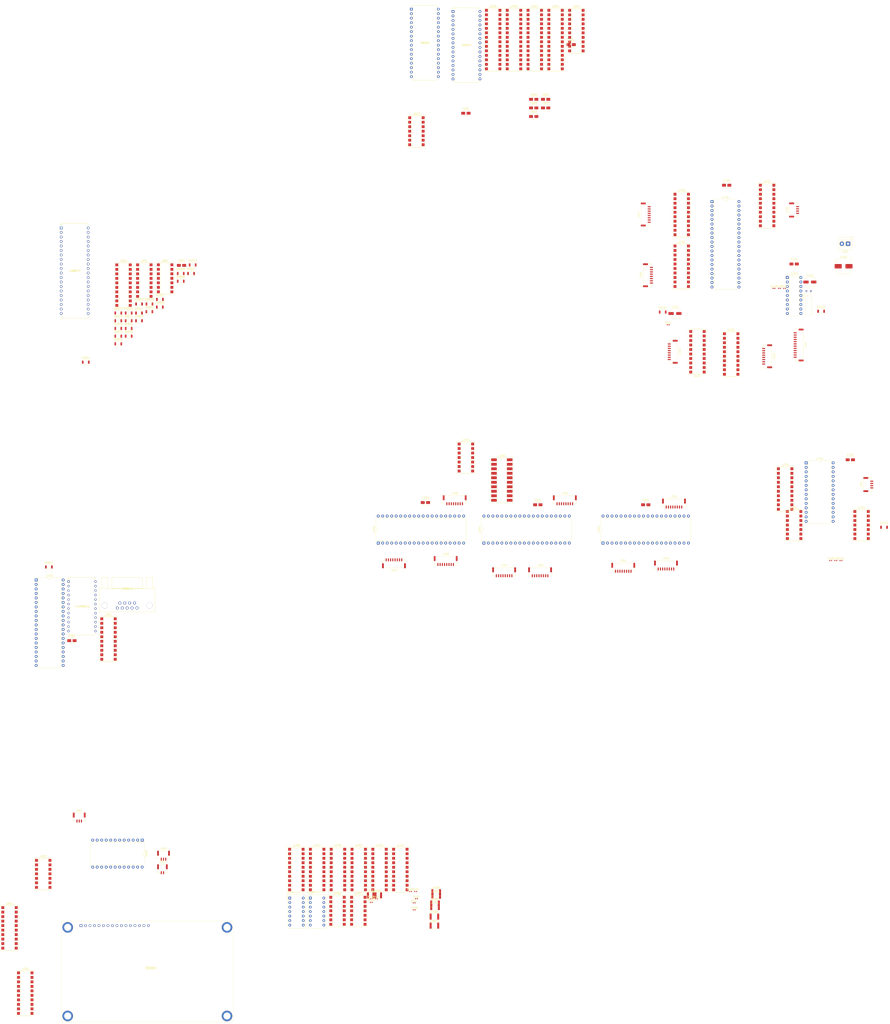
<source format=kicad_pcb>
(kicad_pcb (version 20171130) (host pcbnew "(5.1.9)-1")
  (layers (0 F.Cu signal) (31 B.Cu signal) (34 B.Paste user) (35 F.Paste user) (36 B.SilkS user) (37 F.SilkS user) (38 B.Mask user) (39 F.Mask user) (44 Edge.Cuts user))
  (net 0 "")
  (net 1 GND)
  (net 2 +5V)
  (net 3 /NMI)
  (net 4 "Net-(D401-Pad2)")
  (net 5 "Net-(D401-Pad1)")
  (net 6 "Net-(D402-Pad2)")
  (net 7 "Net-(D402-Pad1)")
  (net 8 "Net-(D403-Pad1)")
  (net 9 "Net-(D403-Pad2)")
  (net 10 "Net-(D404-Pad1)")
  (net 11 "Net-(D404-Pad2)")
  (net 12 "Net-(D405-Pad2)")
  (net 13 "Net-(D405-Pad1)")
  (net 14 "Net-(D406-Pad1)")
  (net 15 "Net-(D406-Pad2)")
  (net 16 "Net-(D407-Pad1)")
  (net 17 "Net-(D407-Pad2)")
  (net 18 "Net-(D408-Pad2)")
  (net 19 "Net-(D408-Pad1)")
  (net 20 A0)
  (net 21 /8254_and_LCD/E)
  (net 22 D0)
  (net 23 D1)
  (net 24 D2)
  (net 25 D3)
  (net 26 D4)
  (net 27 D5)
  (net 28 D6)
  (net 29 D7)
  (net 30 "Net-(DS501-PadMH1)")
  (net 31 "Net-(DS501-PadMH2)")
  (net 32 "Net-(DS501-PadMH3)")
  (net 33 "Net-(DS501-PadMH4)")
  (net 34 D15)
  (net 35 D14)
  (net 36 D13)
  (net 37 D12)
  (net 38 D11)
  (net 39 D10)
  (net 40 D9)
  (net 41 D8)
  (net 42 ~BHE)
  (net 43 ~RD)
  (net 44 ~WR)
  (net 45 ~INTA)
  (net 46 M_~IO)
  (net 47 HOLD)
  (net 48 HLDA)
  (net 49 TEST)
  (net 50 INTR)
  (net 51 RESET)
  (net 52 READY)
  (net 53 CLK)
  (net 54 A16)
  (net 55 A17)
  (net 56 A18)
  (net 57 A19)
  (net 58 A3)
  (net 59 A4)
  (net 60 A5)
  (net 61 A6)
  (net 62 A7)
  (net 63 A8)
  (net 64 A9)
  (net 65 A10)
  (net 66 A11)
  (net 67 A12)
  (net 68 A13)
  (net 69 A14)
  (net 70 A15)
  (net 71 /16550/DCDIN)
  (net 72 /16550/RXD)
  (net 73 /16550/TXD)
  (net 74 /16550/DTROUT)
  (net 75 /16550/DSRIN)
  (net 76 /16550/RTSOUT)
  (net 77 /16550/CTSIN)
  (net 78 /16550/RIIN)
  (net 79 "Net-(J501-Pad1)")
  (net 80 "Net-(J501-Pad2)")
  (net 81 "Net-(J501-Pad3)")
  (net 82 "Net-(J502-Pad1)")
  (net 83 "Net-(J502-Pad2)")
  (net 84 "Net-(J503-Pad3)")
  (net 85 "Net-(J503-Pad2)")
  (net 86 "Net-(J503-Pad1)")
  (net 87 /8259/IR4)
  (net 88 /8259/IR5)
  (net 89 /8259/IR6)
  (net 90 /8259/IR7)
  (net 91 "Net-(R701-Pad2)")
  (net 92 "Net-(R702-Pad2)")
  (net 93 "Net-(R703-Pad1)")
  (net 94 "Net-(SW801-Pad1)")
  (net 95 "Net-(SW802-Pad1)")
  (net 96 /8279/Col0)
  (net 97 /8279/Col4)
  (net 98 /8279/Col1)
  (net 99 /8279/Col2)
  (net 100 /8279/Col3)
  (net 101 PCLK)
  (net 102 /AD14)
  (net 103 /AD13)
  (net 104 /AD12)
  (net 105 /AD11)
  (net 106 /ALE)
  (net 107 /AD10)
  (net 108 /~DEN)
  (net 109 /AD9)
  (net 110 /DT_~R)
  (net 111 /AD8)
  (net 112 /AD7)
  (net 113 /AD6)
  (net 114 /AD5)
  (net 115 /AD4)
  (net 116 /AD3)
  (net 117 /AD2)
  (net 118 /AD1)
  (net 119 /AD19)
  (net 120 /AD0)
  (net 121 /AD18)
  (net 122 /AD17)
  (net 123 /AD16)
  (net 124 /AD15)
  (net 125 /8255/CS2)
  (net 126 "Net-(U201-Pad6)")
  (net 127 /8255/CS1)
  (net 128 /8255/CS0)
  (net 129 /16550/~RI)
  (net 130 /16550/~DCD)
  (net 131 /16550/~DSR)
  (net 132 /16550/~CTS)
  (net 133 /16550/~DTR)
  (net 134 /16550/~RTS)
  (net 135 /16550/TX)
  (net 136 IR3)
  (net 137 /16550/RX)
  (net 138 "Net-(U404-Pad6)")
  (net 139 "Net-(U405-Pad19)")
  (net 140 "Net-(U406-Pad19)")
  (net 141 "Net-(U408-Pad19)")
  (net 142 "Net-(U408-Pad9)")
  (net 143 "Net-(U408-Pad16)")
  (net 144 "Net-(U408-Pad6)")
  (net 145 "Net-(U408-Pad15)")
  (net 146 "Net-(U408-Pad5)")
  (net 147 "Net-(U408-Pad12)")
  (net 148 "Net-(U408-Pad2)")
  (net 149 "Net-(U409-Pad12)")
  (net 150 "Net-(U409-Pad5)")
  (net 151 "Net-(U409-Pad6)")
  (net 152 "Net-(U410-Pad12)")
  (net 153 "Net-(U410-Pad6)")
  (net 154 "Net-(U410-Pad5)")
  (net 155 "Net-(U410-Pad4)")
  (net 156 /8254_and_LCD/~CS)
  (net 157 IR1)
  (net 158 "Net-(U601-Pad1)")
  (net 159 CEA)
  (net 160 "Net-(U601-Pad30)")
  (net 161 "Net-(U601-Pad31)")
  (net 162 "Net-(U602-Pad30)")
  (net 163 CEB)
  (net 164 "Net-(U602-Pad1)")
  (net 165 "Net-(U604-Pad19)")
  (net 166 "Net-(U604-Pad9)")
  (net 167 "Net-(U604-Pad18)")
  (net 168 CE1)
  (net 169 CE2)
  (net 170 CE3)
  (net 171 CE4)
  (net 172 "Net-(U604-Pad2)")
  (net 173 "Net-(U604-Pad11)")
  (net 174 IR2)
  (net 175 "Net-(U701-Pad12)")
  (net 176 "Net-(U702-Pad18)")
  (net 177 "Net-(U704-Pad2)")
  (net 178 "Net-(U804-Pad9)")
  (net 179 "Net-(U804-Pad10)")
  (net 180 "Net-(U804-Pad4)")
  (net 181 "Net-(U804-Pad5)")
  (net 182 "Net-(U804-Pad6)")
  (net 183 "Net-(U804-Pad7)")
  (net 184 A1)
  (net 185 A2)
  (net 186 "Net-(C103-Pad1)")
  (net 187 "Net-(J201-Pad1)")
  (net 188 "Net-(J201-Pad2)")
  (net 189 "Net-(J201-Pad3)")
  (net 190 "Net-(J201-Pad4)")
  (net 191 "Net-(J201-Pad5)")
  (net 192 "Net-(J201-Pad6)")
  (net 193 "Net-(J201-Pad7)")
  (net 194 "Net-(J201-Pad8)")
  (net 195 "Net-(J202-Pad8)")
  (net 196 "Net-(J202-Pad7)")
  (net 197 "Net-(J202-Pad6)")
  (net 198 "Net-(J202-Pad5)")
  (net 199 "Net-(J202-Pad4)")
  (net 200 "Net-(J202-Pad3)")
  (net 201 "Net-(J202-Pad2)")
  (net 202 "Net-(J202-Pad1)")
  (net 203 "Net-(J203-Pad1)")
  (net 204 "Net-(J203-Pad2)")
  (net 205 "Net-(J203-Pad3)")
  (net 206 "Net-(J203-Pad4)")
  (net 207 "Net-(J203-Pad5)")
  (net 208 "Net-(J203-Pad6)")
  (net 209 "Net-(J203-Pad7)")
  (net 210 "Net-(J203-Pad8)")
  (net 211 "Net-(J204-Pad1)")
  (net 212 "Net-(J204-Pad2)")
  (net 213 "Net-(J204-Pad3)")
  (net 214 "Net-(J204-Pad4)")
  (net 215 "Net-(J204-Pad5)")
  (net 216 "Net-(J204-Pad6)")
  (net 217 "Net-(J204-Pad7)")
  (net 218 "Net-(J204-Pad8)")
  (net 219 "Net-(J205-Pad8)")
  (net 220 "Net-(J205-Pad7)")
  (net 221 "Net-(J205-Pad6)")
  (net 222 "Net-(J205-Pad5)")
  (net 223 "Net-(J205-Pad4)")
  (net 224 "Net-(J205-Pad3)")
  (net 225 "Net-(J205-Pad2)")
  (net 226 "Net-(J205-Pad1)")
  (net 227 "Net-(J206-Pad8)")
  (net 228 "Net-(J206-Pad7)")
  (net 229 "Net-(J206-Pad6)")
  (net 230 "Net-(J206-Pad5)")
  (net 231 "Net-(J206-Pad4)")
  (net 232 "Net-(J206-Pad3)")
  (net 233 "Net-(J206-Pad2)")
  (net 234 "Net-(J206-Pad1)")
  (net 235 "Net-(J207-Pad8)")
  (net 236 "Net-(J207-Pad7)")
  (net 237 "Net-(J207-Pad6)")
  (net 238 "Net-(J207-Pad5)")
  (net 239 "Net-(J207-Pad4)")
  (net 240 "Net-(J207-Pad3)")
  (net 241 "Net-(J207-Pad2)")
  (net 242 "Net-(J207-Pad1)")
  (net 243 "Net-(J208-Pad1)")
  (net 244 "Net-(J208-Pad2)")
  (net 245 "Net-(J208-Pad3)")
  (net 246 "Net-(J208-Pad4)")
  (net 247 "Net-(J208-Pad5)")
  (net 248 "Net-(J208-Pad6)")
  (net 249 "Net-(J208-Pad7)")
  (net 250 "Net-(J208-Pad8)")
  (net 251 "Net-(J209-Pad1)")
  (net 252 "Net-(J209-Pad2)")
  (net 253 "Net-(J209-Pad3)")
  (net 254 "Net-(J209-Pad4)")
  (net 255 "Net-(J209-Pad5)")
  (net 256 "Net-(J209-Pad6)")
  (net 257 "Net-(J209-Pad7)")
  (net 258 "Net-(J209-Pad8)")
  (net 259 "Net-(U103-Pad3)")
  (net 260 "Net-(U103-Pad12)")
  (net 261 "Net-(U103-Pad4)")
  (net 262 "Net-(U103-Pad5)")
  (net 263 "Net-(U103-Pad6)")
  (net 264 "Net-(U103-Pad15)")
  (net 265 "Net-(U103-Pad7)")
  (net 266 "Net-(U103-Pad16)")
  (net 267 "Net-(U103-Pad17)")
  (net 268 "Net-(U107-Pad19)")
  (net 269 "Net-(U107-Pad18)")
  (net 270 "Net-(U107-Pad17)")
  (net 271 "Net-(U107-Pad16)")
  (net 272 "Net-(U107-Pad15)")
  (net 273 "Net-(U107-Pad14)")
  (net 274 "Net-(U107-Pad13)")
  (net 275 "Net-(U107-Pad12)")
  (net 276 "Net-(U301-Pad19)")
  (net 277 "Net-(U302-Pad23)")
  (net 278 "Net-(U302-Pad24)")
  (net 279 "Net-(U302-Pad25)")
  (net 280 "Net-(U302-Pad15)")
  (net 281 "Net-(U302-Pad29)")
  (net 282 "Net-(U302-Pad31)")
  (net 283 "Net-(U302-Pad34)")
  (net 284 "Net-(U302-Pad17)")
  (net 285 "Net-(U303-Pad13)")
  (net 286 "Net-(U303-Pad14)")
  (net 287 "Net-(U303-Pad19)")
  (net 288 "Net-(U303-Pad22)")
  (net 289 "Net-(U401-Pad6)")
  (net 290 "Net-(U402-Pad19)")
  (net 291 "Net-(U404-Pad8)")
  (net 292 "Net-(U407-Pad2)")
  (net 293 "Net-(U407-Pad12)")
  (net 294 "Net-(U407-Pad5)")
  (net 295 "Net-(U407-Pad15)")
  (net 296 "Net-(U407-Pad6)")
  (net 297 "Net-(U407-Pad16)")
  (net 298 "Net-(U407-Pad9)")
  (net 299 "Net-(U407-Pad19)")
  (net 300 "Net-(U409-Pad4)")
  (net 301 "Net-(U501-Pad3)")
  (net 302 "Net-(U501-Pad6)")
  (net 303 "Net-(U603-Pad6)")
  (net 304 "Net-(U603-Pad4)")
  (net 305 "Net-(U702-Pad1)")
  (net 306 "Net-(U702-Pad15)")
  (net 307 "Net-(U702-Pad12)")
  (net 308 "Net-(U702-Pad13)")
  (net 309 "Net-(U801-Pad12)")
  (net 310 "Net-(U802-Pad5)")
  (net 311 "Net-(U802-Pad6)")
  (net 312 "Net-(U802-Pad7)")
  (net 313 "Net-(U802-Pad8)")
  (net 314 "Net-(U802-Pad22)")
  (net 315 "Net-(U802-Pad23)")
  (net 316 "Net-(U802-Pad24)")
  (net 317 "Net-(U802-Pad25)")
  (net 318 "Net-(U802-Pad26)")
  (net 319 "Net-(U802-Pad27)")
  (net 320 "Net-(U802-Pad28)")
  (net 321 "Net-(U802-Pad29)")
  (net 322 "Net-(U802-Pad30)")
  (net 323 "Net-(U802-Pad31)")
  (net 324 "Net-(U802-Pad32)")
  (net 325 "Net-(U802-Pad33)")
  (net 326 "Net-(U802-Pad34)")
  (net 327 "Net-(U802-Pad35)")
  (module LED_SMD:LED_1812_4532Metric (layer F.Cu) (at 99.06 398.78)
    (fp_text reference D408 (at 0 -2.65) (layer F.SilkS))
    (fp_text value LED)
    (pad 2 smd roundrect (at 2.1375 0) (size 1.125 3.4) (layers F.Cu F.Paste F.Mask) (roundrect_rratio 0.222222) (net 18 "Net-(D408-Pad2)"))
    (pad 1 smd roundrect (at -2.1375 0) (size 1.125 3.4) (layers F.Cu F.Paste F.Mask) (roundrect_rratio 0.222222) (net 19 "Net-(D408-Pad1)"))
  )
  (module LED_SMD:LED_1812_4532Metric (layer F.Cu) (at 99.06 403.86)
    (fp_text reference D407 (at 0 -2.65) (layer F.SilkS))
    (fp_text value LED)
    (pad 2 smd roundrect (at 2.1375 0) (size 1.125 3.4) (layers F.Cu F.Paste F.Mask) (roundrect_rratio 0.222222) (net 17 "Net-(D407-Pad2)"))
    (pad 1 smd roundrect (at -2.1375 0) (size 1.125 3.4) (layers F.Cu F.Paste F.Mask) (roundrect_rratio 0.222222) (net 16 "Net-(D407-Pad1)"))
  )
  (module LED_SMD:LED_1812_4532Metric (layer F.Cu) (at 100.080001 385.025001)
    (fp_text reference D406 (at 0 -2.65) (layer F.SilkS))
    (fp_text value LED)
    (pad 2 smd roundrect (at 2.1375 0) (size 1.125 3.4) (layers F.Cu F.Paste F.Mask) (roundrect_rratio 0.222222) (net 15 "Net-(D406-Pad2)"))
    (pad 1 smd roundrect (at -2.1375 0) (size 1.125 3.4) (layers F.Cu F.Paste F.Mask) (roundrect_rratio 0.222222) (net 14 "Net-(D406-Pad1)"))
  )
  (module LED_SMD:LED_1812_4532Metric (layer F.Cu) (at 99.410001 391.375001)
    (fp_text reference D405 (at 0 -2.65) (layer F.SilkS))
    (fp_text value LED)
    (pad 2 smd roundrect (at 2.1375 0) (size 1.125 3.4) (layers F.Cu F.Paste F.Mask) (roundrect_rratio 0.222222) (net 12 "Net-(D405-Pad2)"))
    (pad 1 smd roundrect (at -2.1375 0) (size 1.125 3.4) (layers F.Cu F.Paste F.Mask) (roundrect_rratio 0.222222) (net 13 "Net-(D405-Pad1)"))
  )
  (module LED_SMD:LED_1812_4532Metric (layer F.Cu) (at 100.080001 387.015001)
    (fp_text reference D404 (at 0 -2.65) (layer F.SilkS))
    (fp_text value LED)
    (pad 2 smd roundrect (at 2.1375 0) (size 1.125 3.4) (layers F.Cu F.Paste F.Mask) (roundrect_rratio 0.222222) (net 11 "Net-(D404-Pad2)"))
    (pad 1 smd roundrect (at -2.1375 0) (size 1.125 3.4) (layers F.Cu F.Paste F.Mask) (roundrect_rratio 0.222222) (net 10 "Net-(D404-Pad1)"))
  )
  (module LED_SMD:LED_1812_4532Metric (layer F.Cu) (at 66.780001 386.775001)
    (fp_text reference D403 (at 0 -2.65) (layer F.SilkS))
    (fp_text value LED)
    (pad 2 smd roundrect (at 2.1375 0) (size 1.125 3.4) (layers F.Cu F.Paste F.Mask) (roundrect_rratio 0.222222) (net 9 "Net-(D403-Pad2)"))
    (pad 1 smd roundrect (at -2.1375 0) (size 1.125 3.4) (layers F.Cu F.Paste F.Mask) (roundrect_rratio 0.222222) (net 8 "Net-(D403-Pad1)"))
  )
  (module LED_SMD:LED_1812_4532Metric (layer F.Cu) (at 63.640001 386.775001)
    (fp_text reference D402 (at 0 -2.65) (layer F.SilkS))
    (fp_text value LED)
    (pad 2 smd roundrect (at 2.1375 0) (size 1.125 3.4) (layers F.Cu F.Paste F.Mask) (roundrect_rratio 0.222222) (net 6 "Net-(D402-Pad2)"))
    (pad 1 smd roundrect (at -2.1375 0) (size 1.125 3.4) (layers F.Cu F.Paste F.Mask) (roundrect_rratio 0.222222) (net 7 "Net-(D402-Pad1)"))
  )
  (module LED_SMD:LED_1812_4532Metric (layer F.Cu) (at 99.410001 393.365001)
    (fp_text reference D401 (at 0 -2.65) (layer F.SilkS))
    (fp_text value LED)
    (pad 2 smd roundrect (at 2.1375 0) (size 1.125 3.4) (layers F.Cu F.Paste F.Mask) (roundrect_rratio 0.222222) (net 4 "Net-(D401-Pad2)"))
    (pad 1 smd roundrect (at -2.1375 0) (size 1.125 3.4) (layers F.Cu F.Paste F.Mask) (roundrect_rratio 0.222222) (net 5 "Net-(D401-Pad1)"))
  )
  (module Resistor_SMD:R_0402_1005Metric (layer F.Cu) (at 87.63 394.97)
    (fp_text reference R408 (at 0 -1.17) (layer F.SilkS))
    (fp_text value R)
    (pad 1 smd roundrect (at -0.51 0) (size 0.54 0.64) (layers F.Cu F.Paste F.Mask) (net 18 "Net-(D408-Pad2)"))
    (pad 2 smd roundrect (at 0.51 0) (size 0.54 0.64) (layers F.Cu F.Paste F.Mask) (net 2 +5V))
  )
  (module Resistor_SMD:R_0402_1005Metric (layer F.Cu) (at 87.63 390.995001)
    (fp_text reference R407 (at 0 -1.17) (layer F.SilkS))
    (fp_text value R)
    (pad 1 smd roundrect (at -0.51 0) (size 0.54 0.64) (layers F.Cu F.Paste F.Mask) (net 17 "Net-(D407-Pad2)"))
    (pad 2 smd roundrect (at 0.51 0) (size 0.54 0.64) (layers F.Cu F.Paste F.Mask) (net 2 +5V))
  )
  (module Capacitor_SMD:CP_Elec_5x3 (layer F.Cu) (at 234.95 58.42)
    (fp_text reference C101 (at 0 -3.7) (layer F.SilkS))
    (fp_text value 10uF)
    (pad 2 smd roundrect (at 2.2 0) (size 3 1.6) (layers F.Cu F.Paste F.Mask) (roundrect_rratio 0.15625) (net 3 /NMI))
    (pad 1 smd roundrect (at -2.2 0) (size 3 1.6) (layers F.Cu F.Paste F.Mask) (roundrect_rratio 0.15625) (net 2 +5V))
  )
  (module Capacitor_SMD:CP_Elec_8x5.4 (layer F.Cu) (at 330.2 31.75)
    (fp_text reference C102 (at 0 -5.2) (layer F.SilkS))
    (fp_text value 100uF)
    (pad 1 smd roundrect (at -3.05 0) (size 4 2.5) (layers F.Cu F.Paste F.Mask) (roundrect_rratio 0.1) (net 2 +5V))
    (pad 2 smd roundrect (at 3.05 0) (size 4 2.5) (layers F.Cu F.Paste F.Mask) (roundrect_rratio 0.1) (net 1 GND))
  )
  (module Capacitor_SMD:CP_Elec_5x3 (layer F.Cu) (at 311.15 40.64)
    (fp_text reference C103 (at 0 -3.7) (layer F.SilkS))
    (fp_text value 10uF)
    (pad 1 smd roundrect (at -2.2 0) (size 3 1.6) (layers F.Cu F.Paste F.Mask) (roundrect_rratio 0.15625) (net 186 "Net-(C103-Pad1)"))
    (pad 2 smd roundrect (at 2.2 0) (size 3 1.6) (layers F.Cu F.Paste F.Mask) (roundrect_rratio 0.15625) (net 1 GND))
  )
  (module Capacitor_SMD:CP_Elec_3x5.3 (layer F.Cu) (at 302.26 30.48)
    (fp_text reference C104 (at 0 -2.7) (layer F.SilkS))
    (fp_text value 0.1uF)
    (pad 2 smd rect (at 1.5 0) (size 2.2 1.6) (layers F.Cu F.Paste F.Mask) (net 2 +5V))
    (pad 1 smd rect (at -1.5 0) (size 2.2 1.6) (layers F.Cu F.Paste F.Mask) (net 1 GND))
  )
  (module Capacitor_SMD:CP_Elec_3x5.3 (layer F.Cu) (at 264.16 -13.97)
    (fp_text reference C105 (at 0 -2.7) (layer F.SilkS))
    (fp_text value 0.1uF)
    (pad 1 smd rect (at -1.5 0) (size 2.2 1.6) (layers F.Cu F.Paste F.Mask) (net 1 GND))
    (pad 2 smd rect (at 1.5 0) (size 2.2 1.6) (layers F.Cu F.Paste F.Mask) (net 2 +5V))
  )
  (module Capacitor_SMD:CP_Elec_3x5.3 (layer F.Cu) (at 218.44 166.37)
    (fp_text reference C201 (at 0 -2.7) (layer F.SilkS))
    (fp_text value 0.1uF)
    (pad 1 smd rect (at -1.5 0) (size 2.2 1.6) (layers F.Cu F.Paste F.Mask) (net 1 GND))
    (pad 2 smd rect (at 1.5 0) (size 2.2 1.6) (layers F.Cu F.Paste F.Mask) (net 2 +5V))
  )
  (module Capacitor_SMD:CP_Elec_3x5.3 (layer F.Cu) (at 157.48 166.37)
    (fp_text reference C202 (at 0 -2.7) (layer F.SilkS))
    (fp_text value 0.1uF)
    (pad 2 smd rect (at 1.5 0) (size 2.2 1.6) (layers F.Cu F.Paste F.Mask) (net 2 +5V))
    (pad 1 smd rect (at -1.5 0) (size 2.2 1.6) (layers F.Cu F.Paste F.Mask) (net 1 GND))
  )
  (module Capacitor_SMD:CP_Elec_3x5.3 (layer F.Cu) (at 93.98 165.1)
    (fp_text reference C203 (at 0 -2.7) (layer F.SilkS))
    (fp_text value 0.1uF)
    (pad 1 smd rect (at -1.5 0) (size 2.2 1.6) (layers F.Cu F.Paste F.Mask) (net 1 GND))
    (pad 2 smd rect (at 1.5 0) (size 2.2 1.6) (layers F.Cu F.Paste F.Mask) (net 2 +5V))
  )
  (module Capacitor_SMD:CP_Elec_3x5.3 (layer F.Cu) (at -105.724999 243.045001)
    (fp_text reference C301 (at 0 -2.7) (layer F.SilkS))
    (fp_text value 0.1uF)
    (pad 2 smd rect (at 1.5 0) (size 2.2 1.6) (layers F.Cu F.Paste F.Mask) (net 2 +5V))
    (pad 1 smd rect (at -1.5 0) (size 2.2 1.6) (layers F.Cu F.Paste F.Mask) (net 1 GND))
  )
  (module Capacitor_SMD:CP_Elec_3x5.3 (layer F.Cu) (at 176.305001 -93.324999)
    (fp_text reference C501 (at 0 -2.7) (layer F.SilkS))
    (fp_text value 0.1uF)
    (pad 2 smd rect (at 1.5 0) (size 2.2 1.6) (layers F.Cu F.Paste F.Mask) (net 2 +5V))
    (pad 1 smd rect (at -1.5 0) (size 2.2 1.6) (layers F.Cu F.Paste F.Mask) (net 1 GND))
  )
  (module Capacitor_SMD:CP_Elec_3x5.3 (layer F.Cu) (at 161.895001 -62.454999)
    (fp_text reference C601 (at 0 -2.7) (layer F.SilkS))
    (fp_text value 0.1uF)
    (pad 1 smd rect (at -1.5 0) (size 2.2 1.6) (layers F.Cu F.Paste F.Mask) (net 1 GND))
    (pad 2 smd rect (at 1.5 0) (size 2.2 1.6) (layers F.Cu F.Paste F.Mask) (net 2 +5V))
  )
  (module Capacitor_SMD:CP_Elec_3x5.3 (layer F.Cu) (at 155.145001 -52.754999)
    (fp_text reference C602 (at 0 -2.7) (layer F.SilkS))
    (fp_text value 0.1uF)
    (pad 1 smd rect (at -1.5 0) (size 2.2 1.6) (layers F.Cu F.Paste F.Mask) (net 1 GND))
    (pad 2 smd rect (at 1.5 0) (size 2.2 1.6) (layers F.Cu F.Paste F.Mask) (net 2 +5V))
  )
  (module Capacitor_SMD:CP_Elec_3x5.3 (layer F.Cu) (at 161.895001 -57.604999)
    (fp_text reference C603 (at 0 -2.7) (layer F.SilkS))
    (fp_text value 0.1uF)
    (pad 2 smd rect (at 1.5 0) (size 2.2 1.6) (layers F.Cu F.Paste F.Mask) (net 2 +5V))
    (pad 1 smd rect (at -1.5 0) (size 2.2 1.6) (layers F.Cu F.Paste F.Mask) (net 1 GND))
  )
  (module Capacitor_SMD:CP_Elec_3x5.3 (layer F.Cu) (at 116.84 -54.61)
    (fp_text reference C604 (at 0 -2.7) (layer F.SilkS))
    (fp_text value 0.1uF)
    (pad 1 smd rect (at -1.5 0) (size 2.2 1.6) (layers F.Cu F.Paste F.Mask) (net 1 GND))
    (pad 2 smd rect (at 1.5 0) (size 2.2 1.6) (layers F.Cu F.Paste F.Mask) (net 2 +5V))
  )
  (module Capacitor_SMD:CP_Elec_3x5.3 (layer F.Cu) (at 155.145001 -57.604999)
    (fp_text reference C605 (at 0 -2.7) (layer F.SilkS))
    (fp_text value 0.1uF)
    (pad 1 smd rect (at -1.5 0) (size 2.2 1.6) (layers F.Cu F.Paste F.Mask) (net 1 GND))
    (pad 2 smd rect (at 1.5 0) (size 2.2 1.6) (layers F.Cu F.Paste F.Mask) (net 2 +5V))
  )
  (module Capacitor_SMD:CP_Elec_3x5.3 (layer F.Cu) (at 155.145001 -62.454999)
    (fp_text reference C606 (at 0 -2.7) (layer F.SilkS))
    (fp_text value 0.1uF)
    (pad 2 smd rect (at 1.5 0) (size 2.2 1.6) (layers F.Cu F.Paste F.Mask) (net 2 +5V))
    (pad 1 smd rect (at -1.5 0) (size 2.2 1.6) (layers F.Cu F.Paste F.Mask) (net 1 GND))
  )
  (module Capacitor_SMD:CP_Elec_3x5.3 (layer F.Cu) (at 334.01 140.97)
    (fp_text reference C701 (at 0 -2.7) (layer F.SilkS))
    (fp_text value 0.1uF)
    (pad 2 smd rect (at 1.5 0) (size 2.2 1.6) (layers F.Cu F.Paste F.Mask) (net 2 +5V))
    (pad 1 smd rect (at -1.5 0) (size 2.2 1.6) (layers F.Cu F.Paste F.Mask) (net 1 GND))
  )
  (module Capacitor_SMD:CP_Elec_3x5.3 (layer F.Cu) (at -43.814999 31.265001)
    (fp_text reference C801 (at 0 -2.7) (layer F.SilkS))
    (fp_text value 0.1uF)
    (pad 1 smd rect (at -1.5 0) (size 2.2 1.6) (layers F.Cu F.Paste F.Mask) (net 1 GND))
    (pad 2 smd rect (at 1.5 0) (size 2.2 1.6) (layers F.Cu F.Paste F.Mask) (net 2 +5V))
  )
  (module Diode_SMD:D_0402_1005Metric (layer F.Cu) (at 290.860001 44.245001)
    (fp_text reference D101 (at 0 -1.17) (layer F.SilkS))
    (fp_text value DIODE)
    (pad 2 smd roundrect (at 0.485 0) (size 0.59 0.64) (layers F.Cu F.Paste F.Mask) (net 3 /NMI))
    (pad 1 smd roundrect (at -0.485 0) (size 0.59 0.64) (layers F.Cu F.Paste F.Mask) (net 1 GND))
  )
  (module Diode_SMD:D_0402_1005Metric (layer F.Cu) (at 294.000001 44.245001)
    (fp_text reference D102 (at 0 -1.17) (layer F.SilkS))
    (fp_text value DIODE)
    (pad 1 smd roundrect (at -0.485 0) (size 0.59 0.64) (layers F.Cu F.Paste F.Mask) (net 186 "Net-(C103-Pad1)"))
    (pad 2 smd roundrect (at 0.485 0) (size 0.59 0.64) (layers F.Cu F.Paste F.Mask) (net 2 +5V))
  )
  (module parts:LCD4x20 (layer F.Cu) (at -101.6 403.86)
    (fp_text reference DS501 (at 40.5 24) (layer F.SilkS) (effects (font (size 1.27 1.27) (thickness 0.254))))
    (fp_text value LCD4x20 hide)
    (pad 1 thru_hole rect (at 1 0) (size 1.5 1.5) (drill 1) (layers *.Cu *.Mask) (net 1 GND))
    (pad 2 thru_hole circle (at 3.54 0) (size 1.5 1.5) (drill 1) (layers *.Cu *.Mask) (net 2 +5V))
    (pad 3 thru_hole circle (at 6.08 0) (size 1.5 1.5) (drill 1) (layers *.Cu *.Mask) (net 2 +5V))
    (pad 4 thru_hole circle (at 8.62 0) (size 1.5 1.5) (drill 1) (layers *.Cu *.Mask) (net 184 A1))
    (pad 5 thru_hole circle (at 11.16 0) (size 1.5 1.5) (drill 1) (layers *.Cu *.Mask) (net 185 A2))
    (pad 6 thru_hole circle (at 13.7 0) (size 1.5 1.5) (drill 1) (layers *.Cu *.Mask) (net 21 /8254_and_LCD/E))
    (pad 7 thru_hole circle (at 16.24 0) (size 1.5 1.5) (drill 1) (layers *.Cu *.Mask) (net 22 D0))
    (pad 8 thru_hole circle (at 18.78 0) (size 1.5 1.5) (drill 1) (layers *.Cu *.Mask) (net 23 D1))
    (pad 9 thru_hole circle (at 21.32 0) (size 1.5 1.5) (drill 1) (layers *.Cu *.Mask) (net 24 D2))
    (pad 10 thru_hole circle (at 23.86 0) (size 1.5 1.5) (drill 1) (layers *.Cu *.Mask) (net 25 D3))
    (pad 11 thru_hole circle (at 26.4 0) (size 1.5 1.5) (drill 1) (layers *.Cu *.Mask) (net 26 D4))
    (pad 12 thru_hole circle (at 28.94 0) (size 1.5 1.5) (drill 1) (layers *.Cu *.Mask) (net 27 D5))
    (pad 13 thru_hole circle (at 31.48 0) (size 1.5 1.5) (drill 1) (layers *.Cu *.Mask) (net 28 D6))
    (pad 14 thru_hole circle (at 34.02 0) (size 1.5 1.5) (drill 1) (layers *.Cu *.Mask) (net 29 D7))
    (pad 15 thru_hole circle (at 36.56 0) (size 1.5 1.5) (drill 1) (layers *.Cu *.Mask) (net 2 +5V))
    (pad 16 thru_hole circle (at 39.1 0) (size 1.5 1.5) (drill 1) (layers *.Cu *.Mask) (net 1 GND))
    (pad MH1 thru_hole circle (at -6.5 1) (size 6 6) (drill 4) (layers *.Cu *.Mask) (net 30 "Net-(DS501-PadMH1)"))
    (pad MH2 thru_hole circle (at -6.5 51) (size 6 6) (drill 4) (layers *.Cu *.Mask) (net 31 "Net-(DS501-PadMH2)"))
    (pad MH3 thru_hole circle (at 83.5 51) (size 6 6) (drill 4) (layers *.Cu *.Mask) (net 32 "Net-(DS501-PadMH3)"))
    (pad MH4 thru_hole circle (at 83.5 1) (size 6 6) (drill 4) (layers *.Cu *.Mask) (net 33 "Net-(DS501-PadMH4)"))
  )
  (module TerminalBlock_4Ucon:TerminalBlock_4Ucon_1x02_P3.50mm_Horizontal (layer F.Cu) (at 332.74 19.05 180)
    (fp_text reference J101 (at 1.75 -4.46) (layer F.SilkS))
    (fp_text value Screw_Terminal_01x02)
    (pad 1 thru_hole rect (at 0 0 180) (size 2.4 2.4) (drill 1.2) (layers *.Cu *.Mask) (net 1 GND))
    (pad 2 thru_hole circle (at 3.5 0 180) (size 2.4 2.4) (drill 1.2) (layers *.Cu *.Mask) (net 2 +5V))
  )
  (module Connector_JST:JST_GH_BM08B-GHS-TBT_1x08-1MP_P1.25mm_Vertical (layer F.Cu) (at 233.68 80.01 270)
    (fp_text reference J102 (at 0 -4 90) (layer F.SilkS))
    (fp_text value Conn_01x08_Male)
    (pad MP smd roundrect (at 6.225 -1.4 270) (size 1 2.8) (layers F.Cu F.Paste F.Mask))
    (pad MP smd roundrect (at -6.225 -1.4 270) (size 1 2.8) (layers F.Cu F.Paste F.Mask))
    (pad 8 smd roundrect (at 4.375 1.95 270) (size 0.6 1.7) (layers F.Cu F.Paste F.Mask) (net 41 D8))
    (pad 7 smd roundrect (at 3.125 1.95 270) (size 0.6 1.7) (layers F.Cu F.Paste F.Mask) (net 40 D9))
    (pad 6 smd roundrect (at 1.875 1.95 270) (size 0.6 1.7) (layers F.Cu F.Paste F.Mask) (net 39 D10))
    (pad 5 smd roundrect (at 0.625 1.95 270) (size 0.6 1.7) (layers F.Cu F.Paste F.Mask) (net 38 D11))
    (pad 4 smd roundrect (at -0.625 1.95 270) (size 0.6 1.7) (layers F.Cu F.Paste F.Mask) (net 37 D12))
    (pad 3 smd roundrect (at -1.875 1.95 270) (size 0.6 1.7) (layers F.Cu F.Paste F.Mask) (net 36 D13))
    (pad 2 smd roundrect (at -3.125 1.95 270) (size 0.6 1.7) (layers F.Cu F.Paste F.Mask) (net 35 D14))
    (pad 1 smd roundrect (at -4.375 1.95 270) (size 0.6 1.7) (layers F.Cu F.Paste F.Mask) (net 34 D15))
  )
  (module Connector_JST:JST_GH_BM08B-GHS-TBT_1x08-1MP_P1.25mm_Vertical (layer F.Cu) (at 287.02 82.55 270)
    (fp_text reference J103 (at 0 -4 90) (layer F.SilkS))
    (fp_text value Conn_01x08_Male)
    (pad 1 smd roundrect (at -4.375 1.95 270) (size 0.6 1.7) (layers F.Cu F.Paste F.Mask) (net 22 D0))
    (pad 2 smd roundrect (at -3.125 1.95 270) (size 0.6 1.7) (layers F.Cu F.Paste F.Mask) (net 23 D1))
    (pad 3 smd roundrect (at -1.875 1.95 270) (size 0.6 1.7) (layers F.Cu F.Paste F.Mask) (net 24 D2))
    (pad 4 smd roundrect (at -0.625 1.95 270) (size 0.6 1.7) (layers F.Cu F.Paste F.Mask) (net 25 D3))
    (pad 5 smd roundrect (at 0.625 1.95 270) (size 0.6 1.7) (layers F.Cu F.Paste F.Mask) (net 26 D4))
    (pad 6 smd roundrect (at 1.875 1.95 270) (size 0.6 1.7) (layers F.Cu F.Paste F.Mask) (net 27 D5))
    (pad 7 smd roundrect (at 3.125 1.95 270) (size 0.6 1.7) (layers F.Cu F.Paste F.Mask) (net 28 D6))
    (pad 8 smd roundrect (at 4.375 1.95 270) (size 0.6 1.7) (layers F.Cu F.Paste F.Mask) (net 29 D7))
    (pad MP smd roundrect (at -6.225 -1.4 270) (size 1 2.8) (layers F.Cu F.Paste F.Mask))
    (pad MP smd roundrect (at 6.225 -1.4 270) (size 1 2.8) (layers F.Cu F.Paste F.Mask))
  )
  (module Connector_JST:JST_GH_BM12B-GHS-TBT_1x12-1MP_P1.25mm_Vertical (layer F.Cu) (at 304.8 76.2 270)
    (fp_text reference J104 (at 0 -4 90) (layer F.SilkS))
    (fp_text value Conn_01x12_Male)
    (pad 1 smd roundrect (at -6.875 1.95 270) (size 0.6 1.7) (layers F.Cu F.Paste F.Mask) (net 42 ~BHE))
    (pad 2 smd roundrect (at -5.625 1.95 270) (size 0.6 1.7) (layers F.Cu F.Paste F.Mask) (net 43 ~RD))
    (pad 3 smd roundrect (at -4.375 1.95 270) (size 0.6 1.7) (layers F.Cu F.Paste F.Mask) (net 44 ~WR))
    (pad 4 smd roundrect (at -3.125 1.95 270) (size 0.6 1.7) (layers F.Cu F.Paste F.Mask) (net 45 ~INTA))
    (pad 5 smd roundrect (at -1.875 1.95 270) (size 0.6 1.7) (layers F.Cu F.Paste F.Mask) (net 46 M_~IO))
    (pad 6 smd roundrect (at -0.625 1.95 270) (size 0.6 1.7) (layers F.Cu F.Paste F.Mask) (net 47 HOLD))
    (pad 7 smd roundrect (at 0.625 1.95 270) (size 0.6 1.7) (layers F.Cu F.Paste F.Mask) (net 48 HLDA))
    (pad 8 smd roundrect (at 1.875 1.95 270) (size 0.6 1.7) (layers F.Cu F.Paste F.Mask) (net 49 TEST))
    (pad 9 smd roundrect (at 3.125 1.95 270) (size 0.6 1.7) (layers F.Cu F.Paste F.Mask) (net 50 INTR))
    (pad 10 smd roundrect (at 4.375 1.95 270) (size 0.6 1.7) (layers F.Cu F.Paste F.Mask) (net 51 RESET))
    (pad 11 smd roundrect (at 5.625 1.95 270) (size 0.6 1.7) (layers F.Cu F.Paste F.Mask) (net 52 READY))
    (pad 12 smd roundrect (at 6.875 1.95 270) (size 0.6 1.7) (layers F.Cu F.Paste F.Mask) (net 53 CLK))
    (pad MP smd roundrect (at -8.725 -1.4 270) (size 1 2.8) (layers F.Cu F.Paste F.Mask))
    (pad MP smd roundrect (at 8.725 -1.4 270) (size 1 2.8) (layers F.Cu F.Paste F.Mask))
  )
  (module Connector_JST:JST_GH_BM04B-GHS-TBT_1x04-1MP_P1.25mm_Vertical (layer F.Cu) (at 302.26 0 90)
    (fp_text reference J105 (at 0 -4 90) (layer F.SilkS))
    (fp_text value Conn_01x04_Male)
    (pad MP smd roundrect (at 3.725 -1.4 90) (size 1 2.8) (layers F.Cu F.Paste F.Mask))
    (pad MP smd roundrect (at -3.725 -1.4 90) (size 1 2.8) (layers F.Cu F.Paste F.Mask))
    (pad 4 smd roundrect (at 1.875 1.95 90) (size 0.6 1.7) (layers F.Cu F.Paste F.Mask) (net 54 A16))
    (pad 3 smd roundrect (at 0.625 1.95 90) (size 0.6 1.7) (layers F.Cu F.Paste F.Mask) (net 55 A17))
    (pad 2 smd roundrect (at -0.625 1.95 90) (size 0.6 1.7) (layers F.Cu F.Paste F.Mask) (net 56 A18))
    (pad 1 smd roundrect (at -1.875 1.95 90) (size 0.6 1.7) (layers F.Cu F.Paste F.Mask) (net 57 A19))
  )
  (module Connector_JST:JST_GH_BM08B-GHS-TBT_1x08-1MP_P1.25mm_Vertical (layer F.Cu) (at 219.71 36.83 90)
    (fp_text reference J106 (at 0 -4 90) (layer F.SilkS))
    (fp_text value Conn_01x08_Male)
    (pad 1 smd roundrect (at -4.375 1.95 90) (size 0.6 1.7) (layers F.Cu F.Paste F.Mask) (net 20 A0))
    (pad 2 smd roundrect (at -3.125 1.95 90) (size 0.6 1.7) (layers F.Cu F.Paste F.Mask) (net 184 A1))
    (pad 3 smd roundrect (at -1.875 1.95 90) (size 0.6 1.7) (layers F.Cu F.Paste F.Mask) (net 185 A2))
    (pad 4 smd roundrect (at -0.625 1.95 90) (size 0.6 1.7) (layers F.Cu F.Paste F.Mask) (net 58 A3))
    (pad 5 smd roundrect (at 0.625 1.95 90) (size 0.6 1.7) (layers F.Cu F.Paste F.Mask) (net 59 A4))
    (pad 6 smd roundrect (at 1.875 1.95 90) (size 0.6 1.7) (layers F.Cu F.Paste F.Mask) (net 60 A5))
    (pad 7 smd roundrect (at 3.125 1.95 90) (size 0.6 1.7) (layers F.Cu F.Paste F.Mask) (net 61 A6))
    (pad 8 smd roundrect (at 4.375 1.95 90) (size 0.6 1.7) (layers F.Cu F.Paste F.Mask) (net 62 A7))
    (pad MP smd roundrect (at -6.225 -1.4 90) (size 1 2.8) (layers F.Cu F.Paste F.Mask))
    (pad MP smd roundrect (at 6.225 -1.4 90) (size 1 2.8) (layers F.Cu F.Paste F.Mask))
  )
  (module Connector_JST:JST_GH_BM08B-GHS-TBT_1x08-1MP_P1.25mm_Vertical (layer F.Cu) (at 218.44 2.54 90)
    (fp_text reference J107 (at 0 -4 90) (layer F.SilkS))
    (fp_text value Conn_01x08_Male)
    (pad MP smd roundrect (at 6.225 -1.4 90) (size 1 2.8) (layers F.Cu F.Paste F.Mask))
    (pad MP smd roundrect (at -6.225 -1.4 90) (size 1 2.8) (layers F.Cu F.Paste F.Mask))
    (pad 8 smd roundrect (at 4.375 1.95 90) (size 0.6 1.7) (layers F.Cu F.Paste F.Mask) (net 63 A8))
    (pad 7 smd roundrect (at 3.125 1.95 90) (size 0.6 1.7) (layers F.Cu F.Paste F.Mask) (net 64 A9))
    (pad 6 smd roundrect (at 1.875 1.95 90) (size 0.6 1.7) (layers F.Cu F.Paste F.Mask) (net 65 A10))
    (pad 5 smd roundrect (at 0.625 1.95 90) (size 0.6 1.7) (layers F.Cu F.Paste F.Mask) (net 66 A11))
    (pad 4 smd roundrect (at -0.625 1.95 90) (size 0.6 1.7) (layers F.Cu F.Paste F.Mask) (net 67 A12))
    (pad 3 smd roundrect (at -1.875 1.95 90) (size 0.6 1.7) (layers F.Cu F.Paste F.Mask) (net 68 A13))
    (pad 2 smd roundrect (at -3.125 1.95 90) (size 0.6 1.7) (layers F.Cu F.Paste F.Mask) (net 69 A14))
    (pad 1 smd roundrect (at -4.375 1.95 90) (size 0.6 1.7) (layers F.Cu F.Paste F.Mask) (net 70 A15))
  )
  (module Connector_JST:JST_GH_BM08B-GHS-TBT_1x08-1MP_P1.25mm_Vertical (layer F.Cu) (at 205.74 201.93)
    (fp_text reference J201 (at 0 -4) (layer F.SilkS))
    (fp_text value Conn_01x08_Male)
    (pad 1 smd roundrect (at -4.375 1.95) (size 0.6 1.7) (layers F.Cu F.Paste F.Mask) (net 187 "Net-(J201-Pad1)"))
    (pad 2 smd roundrect (at -3.125 1.95) (size 0.6 1.7) (layers F.Cu F.Paste F.Mask) (net 188 "Net-(J201-Pad2)"))
    (pad 3 smd roundrect (at -1.875 1.95) (size 0.6 1.7) (layers F.Cu F.Paste F.Mask) (net 189 "Net-(J201-Pad3)"))
    (pad 4 smd roundrect (at -0.625 1.95) (size 0.6 1.7) (layers F.Cu F.Paste F.Mask) (net 190 "Net-(J201-Pad4)"))
    (pad 5 smd roundrect (at 0.625 1.95) (size 0.6 1.7) (layers F.Cu F.Paste F.Mask) (net 191 "Net-(J201-Pad5)"))
    (pad 6 smd roundrect (at 1.875 1.95) (size 0.6 1.7) (layers F.Cu F.Paste F.Mask) (net 192 "Net-(J201-Pad6)"))
    (pad 7 smd roundrect (at 3.125 1.95) (size 0.6 1.7) (layers F.Cu F.Paste F.Mask) (net 193 "Net-(J201-Pad7)"))
    (pad 8 smd roundrect (at 4.375 1.95) (size 0.6 1.7) (layers F.Cu F.Paste F.Mask) (net 194 "Net-(J201-Pad8)"))
    (pad MP smd roundrect (at -6.225 -1.4) (size 1 2.8) (layers F.Cu F.Paste F.Mask))
    (pad MP smd roundrect (at 6.225 -1.4) (size 1 2.8) (layers F.Cu F.Paste F.Mask))
  )
  (module Connector_JST:JST_GH_BM08B-GHS-TBT_1x08-1MP_P1.25mm_Vertical (layer F.Cu) (at 234.385 165.69)
    (fp_text reference J202 (at 0 -4) (layer F.SilkS))
    (fp_text value Conn_01x08_Male)
    (pad MP smd roundrect (at 6.225 -1.4) (size 1 2.8) (layers F.Cu F.Paste F.Mask))
    (pad MP smd roundrect (at -6.225 -1.4) (size 1 2.8) (layers F.Cu F.Paste F.Mask))
    (pad 8 smd roundrect (at 4.375 1.95) (size 0.6 1.7) (layers F.Cu F.Paste F.Mask) (net 195 "Net-(J202-Pad8)"))
    (pad 7 smd roundrect (at 3.125 1.95) (size 0.6 1.7) (layers F.Cu F.Paste F.Mask) (net 196 "Net-(J202-Pad7)"))
    (pad 6 smd roundrect (at 1.875 1.95) (size 0.6 1.7) (layers F.Cu F.Paste F.Mask) (net 197 "Net-(J202-Pad6)"))
    (pad 5 smd roundrect (at 0.625 1.95) (size 0.6 1.7) (layers F.Cu F.Paste F.Mask) (net 198 "Net-(J202-Pad5)"))
    (pad 4 smd roundrect (at -0.625 1.95) (size 0.6 1.7) (layers F.Cu F.Paste F.Mask) (net 199 "Net-(J202-Pad4)"))
    (pad 3 smd roundrect (at -1.875 1.95) (size 0.6 1.7) (layers F.Cu F.Paste F.Mask) (net 200 "Net-(J202-Pad3)"))
    (pad 2 smd roundrect (at -3.125 1.95) (size 0.6 1.7) (layers F.Cu F.Paste F.Mask) (net 201 "Net-(J202-Pad2)"))
    (pad 1 smd roundrect (at -4.375 1.95) (size 0.6 1.7) (layers F.Cu F.Paste F.Mask) (net 202 "Net-(J202-Pad1)"))
  )
  (module Connector_JST:JST_GH_BM08B-GHS-TBT_1x08-1MP_P1.25mm_Vertical (layer F.Cu) (at 229.87 200.66)
    (fp_text reference J203 (at 0 -4) (layer F.SilkS))
    (fp_text value Conn_01x08_Male)
    (pad 1 smd roundrect (at -4.375 1.95) (size 0.6 1.7) (layers F.Cu F.Paste F.Mask) (net 203 "Net-(J203-Pad1)"))
    (pad 2 smd roundrect (at -3.125 1.95) (size 0.6 1.7) (layers F.Cu F.Paste F.Mask) (net 204 "Net-(J203-Pad2)"))
    (pad 3 smd roundrect (at -1.875 1.95) (size 0.6 1.7) (layers F.Cu F.Paste F.Mask) (net 205 "Net-(J203-Pad3)"))
    (pad 4 smd roundrect (at -0.625 1.95) (size 0.6 1.7) (layers F.Cu F.Paste F.Mask) (net 206 "Net-(J203-Pad4)"))
    (pad 5 smd roundrect (at 0.625 1.95) (size 0.6 1.7) (layers F.Cu F.Paste F.Mask) (net 207 "Net-(J203-Pad5)"))
    (pad 6 smd roundrect (at 1.875 1.95) (size 0.6 1.7) (layers F.Cu F.Paste F.Mask) (net 208 "Net-(J203-Pad6)"))
    (pad 7 smd roundrect (at 3.125 1.95) (size 0.6 1.7) (layers F.Cu F.Paste F.Mask) (net 209 "Net-(J203-Pad7)"))
    (pad 8 smd roundrect (at 4.375 1.95) (size 0.6 1.7) (layers F.Cu F.Paste F.Mask) (net 210 "Net-(J203-Pad8)"))
    (pad MP smd roundrect (at -6.225 -1.4) (size 1 2.8) (layers F.Cu F.Paste F.Mask))
    (pad MP smd roundrect (at 6.225 -1.4) (size 1 2.8) (layers F.Cu F.Paste F.Mask))
  )
  (module Connector_JST:JST_GH_BM08B-GHS-TBT_1x08-1MP_P1.25mm_Vertical (layer F.Cu) (at 138.43 204.47)
    (fp_text reference J204 (at 0 -4) (layer F.SilkS))
    (fp_text value Conn_01x08_Male)
    (pad 1 smd roundrect (at -4.375 1.95) (size 0.6 1.7) (layers F.Cu F.Paste F.Mask) (net 211 "Net-(J204-Pad1)"))
    (pad 2 smd roundrect (at -3.125 1.95) (size 0.6 1.7) (layers F.Cu F.Paste F.Mask) (net 212 "Net-(J204-Pad2)"))
    (pad 3 smd roundrect (at -1.875 1.95) (size 0.6 1.7) (layers F.Cu F.Paste F.Mask) (net 213 "Net-(J204-Pad3)"))
    (pad 4 smd roundrect (at -0.625 1.95) (size 0.6 1.7) (layers F.Cu F.Paste F.Mask) (net 214 "Net-(J204-Pad4)"))
    (pad 5 smd roundrect (at 0.625 1.95) (size 0.6 1.7) (layers F.Cu F.Paste F.Mask) (net 215 "Net-(J204-Pad5)"))
    (pad 6 smd roundrect (at 1.875 1.95) (size 0.6 1.7) (layers F.Cu F.Paste F.Mask) (net 216 "Net-(J204-Pad6)"))
    (pad 7 smd roundrect (at 3.125 1.95) (size 0.6 1.7) (layers F.Cu F.Paste F.Mask) (net 217 "Net-(J204-Pad7)"))
    (pad 8 smd roundrect (at 4.375 1.95) (size 0.6 1.7) (layers F.Cu F.Paste F.Mask) (net 218 "Net-(J204-Pad8)"))
    (pad MP smd roundrect (at -6.225 -1.4) (size 1 2.8) (layers F.Cu F.Paste F.Mask))
    (pad MP smd roundrect (at 6.225 -1.4) (size 1 2.8) (layers F.Cu F.Paste F.Mask))
  )
  (module Connector_JST:JST_GH_BM08B-GHS-TBT_1x08-1MP_P1.25mm_Vertical (layer F.Cu) (at 172.72 163.83)
    (fp_text reference J205 (at 0 -4) (layer F.SilkS))
    (fp_text value Conn_01x08_Male)
    (pad MP smd roundrect (at 6.225 -1.4) (size 1 2.8) (layers F.Cu F.Paste F.Mask))
    (pad MP smd roundrect (at -6.225 -1.4) (size 1 2.8) (layers F.Cu F.Paste F.Mask))
    (pad 8 smd roundrect (at 4.375 1.95) (size 0.6 1.7) (layers F.Cu F.Paste F.Mask) (net 219 "Net-(J205-Pad8)"))
    (pad 7 smd roundrect (at 3.125 1.95) (size 0.6 1.7) (layers F.Cu F.Paste F.Mask) (net 220 "Net-(J205-Pad7)"))
    (pad 6 smd roundrect (at 1.875 1.95) (size 0.6 1.7) (layers F.Cu F.Paste F.Mask) (net 221 "Net-(J205-Pad6)"))
    (pad 5 smd roundrect (at 0.625 1.95) (size 0.6 1.7) (layers F.Cu F.Paste F.Mask) (net 222 "Net-(J205-Pad5)"))
    (pad 4 smd roundrect (at -0.625 1.95) (size 0.6 1.7) (layers F.Cu F.Paste F.Mask) (net 223 "Net-(J205-Pad4)"))
    (pad 3 smd roundrect (at -1.875 1.95) (size 0.6 1.7) (layers F.Cu F.Paste F.Mask) (net 224 "Net-(J205-Pad3)"))
    (pad 2 smd roundrect (at -3.125 1.95) (size 0.6 1.7) (layers F.Cu F.Paste F.Mask) (net 225 "Net-(J205-Pad2)"))
    (pad 1 smd roundrect (at -4.375 1.95) (size 0.6 1.7) (layers F.Cu F.Paste F.Mask) (net 226 "Net-(J205-Pad1)"))
  )
  (module Connector_JST:JST_GH_BM08B-GHS-TBT_1x08-1MP_P1.25mm_Vertical (layer F.Cu) (at 158.75 204.47)
    (fp_text reference J206 (at 0 -4) (layer F.SilkS))
    (fp_text value Conn_01x08_Male)
    (pad MP smd roundrect (at 6.225 -1.4) (size 1 2.8) (layers F.Cu F.Paste F.Mask))
    (pad MP smd roundrect (at -6.225 -1.4) (size 1 2.8) (layers F.Cu F.Paste F.Mask))
    (pad 8 smd roundrect (at 4.375 1.95) (size 0.6 1.7) (layers F.Cu F.Paste F.Mask) (net 227 "Net-(J206-Pad8)"))
    (pad 7 smd roundrect (at 3.125 1.95) (size 0.6 1.7) (layers F.Cu F.Paste F.Mask) (net 228 "Net-(J206-Pad7)"))
    (pad 6 smd roundrect (at 1.875 1.95) (size 0.6 1.7) (layers F.Cu F.Paste F.Mask) (net 229 "Net-(J206-Pad6)"))
    (pad 5 smd roundrect (at 0.625 1.95) (size 0.6 1.7) (layers F.Cu F.Paste F.Mask) (net 230 "Net-(J206-Pad5)"))
    (pad 4 smd roundrect (at -0.625 1.95) (size 0.6 1.7) (layers F.Cu F.Paste F.Mask) (net 231 "Net-(J206-Pad4)"))
    (pad 3 smd roundrect (at -1.875 1.95) (size 0.6 1.7) (layers F.Cu F.Paste F.Mask) (net 232 "Net-(J206-Pad3)"))
    (pad 2 smd roundrect (at -3.125 1.95) (size 0.6 1.7) (layers F.Cu F.Paste F.Mask) (net 233 "Net-(J206-Pad2)"))
    (pad 1 smd roundrect (at -4.375 1.95) (size 0.6 1.7) (layers F.Cu F.Paste F.Mask) (net 234 "Net-(J206-Pad1)"))
  )
  (module Connector_JST:JST_GH_BM08B-GHS-TBT_1x08-1MP_P1.25mm_Vertical (layer F.Cu) (at 76.2 199.39 180)
    (fp_text reference J207 (at 0 -4) (layer F.SilkS))
    (fp_text value Conn_01x08_Male)
    (pad MP smd roundrect (at 6.225 -1.4 180) (size 1 2.8) (layers F.Cu F.Paste F.Mask))
    (pad MP smd roundrect (at -6.225 -1.4 180) (size 1 2.8) (layers F.Cu F.Paste F.Mask))
    (pad 8 smd roundrect (at 4.375 1.95 180) (size 0.6 1.7) (layers F.Cu F.Paste F.Mask) (net 235 "Net-(J207-Pad8)"))
    (pad 7 smd roundrect (at 3.125 1.95 180) (size 0.6 1.7) (layers F.Cu F.Paste F.Mask) (net 236 "Net-(J207-Pad7)"))
    (pad 6 smd roundrect (at 1.875 1.95 180) (size 0.6 1.7) (layers F.Cu F.Paste F.Mask) (net 237 "Net-(J207-Pad6)"))
    (pad 5 smd roundrect (at 0.625 1.95 180) (size 0.6 1.7) (layers F.Cu F.Paste F.Mask) (net 238 "Net-(J207-Pad5)"))
    (pad 4 smd roundrect (at -0.625 1.95 180) (size 0.6 1.7) (layers F.Cu F.Paste F.Mask) (net 239 "Net-(J207-Pad4)"))
    (pad 3 smd roundrect (at -1.875 1.95 180) (size 0.6 1.7) (layers F.Cu F.Paste F.Mask) (net 240 "Net-(J207-Pad3)"))
    (pad 2 smd roundrect (at -3.125 1.95 180) (size 0.6 1.7) (layers F.Cu F.Paste F.Mask) (net 241 "Net-(J207-Pad2)"))
    (pad 1 smd roundrect (at -4.375 1.95 180) (size 0.6 1.7) (layers F.Cu F.Paste F.Mask) (net 242 "Net-(J207-Pad1)"))
  )
  (module Connector_JST:JST_GH_BM08B-GHS-TBT_1x08-1MP_P1.25mm_Vertical (layer F.Cu) (at 110.49 163.83)
    (fp_text reference J208 (at 0 -4) (layer F.SilkS))
    (fp_text value Conn_01x08_Male)
    (pad 1 smd roundrect (at -4.375 1.95) (size 0.6 1.7) (layers F.Cu F.Paste F.Mask) (net 243 "Net-(J208-Pad1)"))
    (pad 2 smd roundrect (at -3.125 1.95) (size 0.6 1.7) (layers F.Cu F.Paste F.Mask) (net 244 "Net-(J208-Pad2)"))
    (pad 3 smd roundrect (at -1.875 1.95) (size 0.6 1.7) (layers F.Cu F.Paste F.Mask) (net 245 "Net-(J208-Pad3)"))
    (pad 4 smd roundrect (at -0.625 1.95) (size 0.6 1.7) (layers F.Cu F.Paste F.Mask) (net 246 "Net-(J208-Pad4)"))
    (pad 5 smd roundrect (at 0.625 1.95) (size 0.6 1.7) (layers F.Cu F.Paste F.Mask) (net 247 "Net-(J208-Pad5)"))
    (pad 6 smd roundrect (at 1.875 1.95) (size 0.6 1.7) (layers F.Cu F.Paste F.Mask) (net 248 "Net-(J208-Pad6)"))
    (pad 7 smd roundrect (at 3.125 1.95) (size 0.6 1.7) (layers F.Cu F.Paste F.Mask) (net 249 "Net-(J208-Pad7)"))
    (pad 8 smd roundrect (at 4.375 1.95) (size 0.6 1.7) (layers F.Cu F.Paste F.Mask) (net 250 "Net-(J208-Pad8)"))
    (pad MP smd roundrect (at -6.225 -1.4) (size 1 2.8) (layers F.Cu F.Paste F.Mask))
    (pad MP smd roundrect (at 6.225 -1.4) (size 1 2.8) (layers F.Cu F.Paste F.Mask))
  )
  (module Connector_JST:JST_GH_BM08B-GHS-TBT_1x08-1MP_P1.25mm_Vertical (layer F.Cu) (at 105.41 198.12)
    (fp_text reference J209 (at 0 -4) (layer F.SilkS))
    (fp_text value Conn_01x08_Male)
    (pad 1 smd roundrect (at -4.375 1.95) (size 0.6 1.7) (layers F.Cu F.Paste F.Mask) (net 251 "Net-(J209-Pad1)"))
    (pad 2 smd roundrect (at -3.125 1.95) (size 0.6 1.7) (layers F.Cu F.Paste F.Mask) (net 252 "Net-(J209-Pad2)"))
    (pad 3 smd roundrect (at -1.875 1.95) (size 0.6 1.7) (layers F.Cu F.Paste F.Mask) (net 253 "Net-(J209-Pad3)"))
    (pad 4 smd roundrect (at -0.625 1.95) (size 0.6 1.7) (layers F.Cu F.Paste F.Mask) (net 254 "Net-(J209-Pad4)"))
    (pad 5 smd roundrect (at 0.625 1.95) (size 0.6 1.7) (layers F.Cu F.Paste F.Mask) (net 255 "Net-(J209-Pad5)"))
    (pad 6 smd roundrect (at 1.875 1.95) (size 0.6 1.7) (layers F.Cu F.Paste F.Mask) (net 256 "Net-(J209-Pad6)"))
    (pad 7 smd roundrect (at 3.125 1.95) (size 0.6 1.7) (layers F.Cu F.Paste F.Mask) (net 257 "Net-(J209-Pad7)"))
    (pad 8 smd roundrect (at 4.375 1.95) (size 0.6 1.7) (layers F.Cu F.Paste F.Mask) (net 258 "Net-(J209-Pad8)"))
    (pad MP smd roundrect (at -6.225 -1.4) (size 1 2.8) (layers F.Cu F.Paste F.Mask))
    (pad MP smd roundrect (at 6.225 -1.4) (size 1 2.8) (layers F.Cu F.Paste F.Mask))
  )
  (module parts:DSUB-9 (layer F.Cu) (at -74.504199 213.712401)
    (fp_text reference J301 (at 0 0) (layer F.SilkS))
    (fp_text value DSUB-9 (at 0 0) (layer F.SilkS))
    (fp_text user * (at 0 0) (layer F.SilkS))
    (pad 1 thru_hole circle (at 5.5372 10.922) (size 1.651 1.651) (drill 1.143) (layers *.Cu *.Mask) (net 71 /16550/DCDIN))
    (pad 2 thru_hole circle (at 2.7686 10.922) (size 1.651 1.651) (drill 1.143) (layers *.Cu *.Mask) (net 72 /16550/RXD))
    (pad 3 thru_hole circle (at 0 10.922) (size 1.651 1.651) (drill 1.143) (layers *.Cu *.Mask) (net 73 /16550/TXD))
    (pad 4 thru_hole circle (at -2.7686 10.922) (size 1.651 1.651) (drill 1.143) (layers *.Cu *.Mask) (net 74 /16550/DTROUT))
    (pad 5 thru_hole circle (at -5.5372 10.922) (size 1.651 1.651) (drill 1.143) (layers *.Cu *.Mask) (net 1 GND))
    (pad 6 thru_hole circle (at 4.1529 8.0772) (size 1.651 1.651) (drill 1.143) (layers *.Cu *.Mask) (net 75 /16550/DSRIN))
    (pad 7 thru_hole circle (at 1.3843 8.0772) (size 1.651 1.651) (drill 1.143) (layers *.Cu *.Mask) (net 76 /16550/RTSOUT))
    (pad 8 thru_hole circle (at -1.3843 8.0772) (size 1.651 1.651) (drill 1.143) (layers *.Cu *.Mask) (net 77 /16550/CTSIN))
    (pad 9 thru_hole circle (at -4.1529 8.0772) (size 1.651 1.651) (drill 1.143) (layers *.Cu *.Mask) (net 78 /16550/RIIN))
    (pad MH1 thru_hole circle (at -12.6238 9.4996) (size 3.302 3.302) (drill 3.302) (layers *.Cu *.Mask))
    (pad MH2 thru_hole circle (at 12.6238 9.4996) (size 3.302 3.302) (drill 3.302) (layers *.Cu *.Mask))
  )
  (module Connector_JST:JST_GH_BM03B-GHS-TBT_1x03-1MP_P1.25mm_Vertical (layer F.Cu) (at -101.6 342.9)
    (fp_text reference J501 (at 0 -4) (layer F.SilkS))
    (fp_text value Conn_01x03_Male)
    (pad 1 smd roundrect (at -1.25 1.95) (size 0.6 1.7) (layers F.Cu F.Paste F.Mask) (net 79 "Net-(J501-Pad1)"))
    (pad 2 smd roundrect (at 0 1.95) (size 0.6 1.7) (layers F.Cu F.Paste F.Mask) (net 80 "Net-(J501-Pad2)"))
    (pad 3 smd roundrect (at 1.25 1.95) (size 0.6 1.7) (layers F.Cu F.Paste F.Mask) (net 81 "Net-(J501-Pad3)"))
    (pad MP smd roundrect (at -3.1 -1.4) (size 1 2.8) (layers F.Cu F.Paste F.Mask))
    (pad MP smd roundrect (at 3.1 -1.4) (size 1 2.8) (layers F.Cu F.Paste F.Mask))
  )
  (module Connector_JST:JST_GH_BM02B-GHS-TBT_1x02-1MP_P1.25mm_Vertical (layer F.Cu) (at -54.594999 372.065001)
    (fp_text reference J502 (at 0 -4) (layer F.SilkS))
    (fp_text value Conn_01x02_Male)
    (pad 1 smd roundrect (at -0.625 1.95) (size 0.6 1.7) (layers F.Cu F.Paste F.Mask) (net 82 "Net-(J502-Pad1)"))
    (pad 2 smd roundrect (at 0.625 1.95) (size 0.6 1.7) (layers F.Cu F.Paste F.Mask) (net 83 "Net-(J502-Pad2)"))
    (pad MP smd roundrect (at -2.475 -1.4) (size 1 2.8) (layers F.Cu F.Paste F.Mask))
    (pad MP smd roundrect (at 2.475 -1.4) (size 1 2.8) (layers F.Cu F.Paste F.Mask))
  )
  (module Connector_JST:JST_GH_BM03B-GHS-TBT_1x03-1MP_P1.25mm_Vertical (layer F.Cu) (at -53.974999 364.415001)
    (fp_text reference J503 (at 0 -4) (layer F.SilkS))
    (fp_text value Conn_01x03_Male)
    (pad MP smd roundrect (at 3.1 -1.4) (size 1 2.8) (layers F.Cu F.Paste F.Mask))
    (pad MP smd roundrect (at -3.1 -1.4) (size 1 2.8) (layers F.Cu F.Paste F.Mask))
    (pad 3 smd roundrect (at 1.25 1.95) (size 0.6 1.7) (layers F.Cu F.Paste F.Mask) (net 84 "Net-(J503-Pad3)"))
    (pad 2 smd roundrect (at 0 1.95) (size 0.6 1.7) (layers F.Cu F.Paste F.Mask) (net 85 "Net-(J503-Pad2)"))
    (pad 1 smd roundrect (at -1.25 1.95) (size 0.6 1.7) (layers F.Cu F.Paste F.Mask) (net 86 "Net-(J503-Pad1)"))
  )
  (module Connector_JST:JST_GH_BM04B-GHS-TBT_1x04-1MP_P1.25mm_Vertical (layer F.Cu) (at 344.17 154.94 90)
    (fp_text reference J701 (at 0 -4 90) (layer F.SilkS))
    (fp_text value Conn_01x04_Male)
    (pad 1 smd roundrect (at -1.875 1.95 90) (size 0.6 1.7) (layers F.Cu F.Paste F.Mask) (net 87 /8259/IR4))
    (pad 2 smd roundrect (at -0.625 1.95 90) (size 0.6 1.7) (layers F.Cu F.Paste F.Mask) (net 88 /8259/IR5))
    (pad 3 smd roundrect (at 0.625 1.95 90) (size 0.6 1.7) (layers F.Cu F.Paste F.Mask) (net 89 /8259/IR6))
    (pad 4 smd roundrect (at 1.875 1.95 90) (size 0.6 1.7) (layers F.Cu F.Paste F.Mask) (net 90 /8259/IR7))
    (pad MP smd roundrect (at -3.725 -1.4 90) (size 1 2.8) (layers F.Cu F.Paste F.Mask))
    (pad MP smd roundrect (at 3.725 -1.4 90) (size 1 2.8) (layers F.Cu F.Paste F.Mask))
  )
  (module Resistor_SMD:R_0402_1005Metric (layer F.Cu) (at 231.14 64.77)
    (fp_text reference R101 (at 0 -1.17) (layer F.SilkS))
    (fp_text value 10k)
    (pad 1 smd roundrect (at -0.51 0) (size 0.54 0.64) (layers F.Cu F.Paste F.Mask) (net 1 GND))
    (pad 2 smd roundrect (at 0.51 0) (size 0.54 0.64) (layers F.Cu F.Paste F.Mask) (net 3 /NMI))
  )
  (module Resistor_SMD:R_0402_1005Metric (layer F.Cu) (at 296.905001 44.245001)
    (fp_text reference R102 (at 0 -1.17) (layer F.SilkS))
    (fp_text value 10k)
    (pad 2 smd roundrect (at 0.51 0) (size 0.54 0.64) (layers F.Cu F.Paste F.Mask) (net 186 "Net-(C103-Pad1)"))
    (pad 1 smd roundrect (at -0.51 0) (size 0.54 0.64) (layers F.Cu F.Paste F.Mask) (net 2 +5V))
  )
  (module Resistor_SMD:R_0402_1005Metric (layer F.Cu) (at 63.405001 388.765001)
    (fp_text reference R401 (at 0 -1.17) (layer F.SilkS))
    (fp_text value R)
    (pad 2 smd roundrect (at 0.51 0) (size 0.54 0.64) (layers F.Cu F.Paste F.Mask) (net 2 +5V))
    (pad 1 smd roundrect (at -0.51 0) (size 0.54 0.64) (layers F.Cu F.Paste F.Mask) (net 4 "Net-(D401-Pad2)"))
  )
  (module Resistor_SMD:R_0402_1005Metric (layer F.Cu) (at 88.465001 384.635001)
    (fp_text reference R402 (at 0 -1.17) (layer F.SilkS))
    (fp_text value R)
    (pad 2 smd roundrect (at 0.51 0) (size 0.54 0.64) (layers F.Cu F.Paste F.Mask) (net 2 +5V))
    (pad 1 smd roundrect (at -0.51 0) (size 0.54 0.64) (layers F.Cu F.Paste F.Mask) (net 6 "Net-(D402-Pad2)"))
  )
  (module Resistor_SMD:R_0402_1005Metric (layer F.Cu) (at 63.405001 390.755001)
    (fp_text reference R403 (at 0 -1.17) (layer F.SilkS))
    (fp_text value R)
    (pad 1 smd roundrect (at -0.51 0) (size 0.54 0.64) (layers F.Cu F.Paste F.Mask) (net 9 "Net-(D403-Pad2)"))
    (pad 2 smd roundrect (at 0.51 0) (size 0.54 0.64) (layers F.Cu F.Paste F.Mask) (net 2 +5V))
  )
  (module Resistor_SMD:R_0402_1005Metric (layer F.Cu) (at 88.9 388.62)
    (fp_text reference R404 (at 0 -1.17) (layer F.SilkS))
    (fp_text value R)
    (pad 1 smd roundrect (at -0.51 0) (size 0.54 0.64) (layers F.Cu F.Paste F.Mask) (net 11 "Net-(D404-Pad2)"))
    (pad 2 smd roundrect (at 0.51 0) (size 0.54 0.64) (layers F.Cu F.Paste F.Mask) (net 2 +5V))
  )
  (module Resistor_SMD:R_0402_1005Metric (layer F.Cu) (at 66.315001 388.765001)
    (fp_text reference R405 (at 0 -1.17) (layer F.SilkS))
    (fp_text value R)
    (pad 1 smd roundrect (at -0.51 0) (size 0.54 0.64) (layers F.Cu F.Paste F.Mask) (net 12 "Net-(D405-Pad2)"))
    (pad 2 smd roundrect (at 0.51 0) (size 0.54 0.64) (layers F.Cu F.Paste F.Mask) (net 2 +5V))
  )
  (module Resistor_SMD:R_0402_1005Metric (layer F.Cu) (at 85.555001 384.635001)
    (fp_text reference R406 (at 0 -1.17) (layer F.SilkS))
    (fp_text value R)
    (pad 2 smd roundrect (at 0.51 0) (size 0.54 0.64) (layers F.Cu F.Paste F.Mask) (net 2 +5V))
    (pad 1 smd roundrect (at -0.51 0) (size 0.54 0.64) (layers F.Cu F.Paste F.Mask) (net 15 "Net-(D406-Pad2)"))
  )
  (module Resistor_SMD:R_0402_1005Metric (layer F.Cu) (at 322.905001 197.825001)
    (fp_text reference R701 (at 0 -1.17) (layer F.SilkS))
    (fp_text value R_US)
    (pad 2 smd roundrect (at 0.51 0) (size 0.54 0.64) (layers F.Cu F.Paste F.Mask) (net 91 "Net-(R701-Pad2)"))
    (pad 1 smd roundrect (at -0.51 0) (size 0.54 0.64) (layers F.Cu F.Paste F.Mask) (net 2 +5V))
  )
  (module Resistor_SMD:R_0402_1005Metric (layer F.Cu) (at 325.815001 197.825001)
    (fp_text reference R702 (at 0 -1.17) (layer F.SilkS))
    (fp_text value R_US)
    (pad 2 smd roundrect (at 0.51 0) (size 0.54 0.64) (layers F.Cu F.Paste F.Mask) (net 92 "Net-(R702-Pad2)"))
    (pad 1 smd roundrect (at -0.51 0) (size 0.54 0.64) (layers F.Cu F.Paste F.Mask) (net 2 +5V))
  )
  (module Resistor_SMD:R_0402_1005Metric (layer F.Cu) (at 328.725001 197.825001)
    (fp_text reference R703 (at 0 -1.17) (layer F.SilkS))
    (fp_text value R_US)
    (pad 1 smd roundrect (at -0.51 0) (size 0.54 0.64) (layers F.Cu F.Paste F.Mask) (net 93 "Net-(R703-Pad1)"))
    (pad 2 smd roundrect (at 0.51 0) (size 0.54 0.64) (layers F.Cu F.Paste F.Mask) (net 2 +5V))
  )
  (module Button_Switch_SMD:SW_SPST_B3U-1000P (layer F.Cu) (at 227.995001 57.585001)
    (fp_text reference SW101 (at 0 -2.5) (layer F.SilkS))
    (fp_text value SW_Push)
    (pad 1 smd rect (at -1.7 0) (size 0.9 1.7) (layers F.Cu F.Paste F.Mask) (net 2 +5V))
    (pad 2 smd rect (at 1.7 0) (size 0.9 1.7) (layers F.Cu F.Paste F.Mask) (net 3 /NMI))
  )
  (module Button_Switch_SMD:SW_SPST_B3U-1000P (layer F.Cu) (at 317.5 57.15)
    (fp_text reference SW102 (at 0 -2.5) (layer F.SilkS))
    (fp_text value SW_Push)
    (pad 1 smd rect (at -1.7 0) (size 0.9 1.7) (layers F.Cu F.Paste F.Mask) (net 1 GND))
    (pad 2 smd rect (at 1.7 0) (size 0.9 1.7) (layers F.Cu F.Paste F.Mask) (net 186 "Net-(C103-Pad1)"))
  )
  (module Button_Switch_SMD:SW_SPST_B3U-1000P (layer F.Cu) (at 353.06 179.07)
    (fp_text reference SW701 (at 0 -2.5) (layer F.SilkS))
    (fp_text value SW_Push)
    (pad 1 smd rect (at -1.7 0) (size 0.9 1.7) (layers F.Cu F.Paste F.Mask) (net 1 GND))
    (pad 2 smd rect (at 1.7 0) (size 0.9 1.7) (layers F.Cu F.Paste F.Mask) (net 92 "Net-(R702-Pad2)"))
  )
  (module Button_Switch_SMD:SW_SPST_B3U-1000P (layer F.Cu) (at -97.904999 85.885001)
    (fp_text reference SW801 (at 0 -2.5) (layer F.SilkS))
    (fp_text value SW_Push)
    (pad 2 smd rect (at 1.7 0) (size 0.9 1.7) (layers F.Cu F.Paste F.Mask) (net 1 GND))
    (pad 1 smd rect (at -1.7 0) (size 0.9 1.7) (layers F.Cu F.Paste F.Mask) (net 94 "Net-(SW801-Pad1)"))
  )
  (module Button_Switch_SMD:SW_SPST_B3U-1000P (layer F.Cu) (at -61.964999 57.415001)
    (fp_text reference SW802 (at 0 -2.5) (layer F.SilkS))
    (fp_text value SW_Push)
    (pad 2 smd rect (at 1.7 0) (size 0.9 1.7) (layers F.Cu F.Paste F.Mask) (net 1 GND))
    (pad 1 smd rect (at -1.7 0) (size 0.9 1.7) (layers F.Cu F.Paste F.Mask) (net 95 "Net-(SW802-Pad1)"))
  )
  (module Button_Switch_SMD:SW_SPST_B3U-1000P (layer F.Cu) (at -67.764999 53.065001)
    (fp_text reference SW803 (at 0 -2.5) (layer F.SilkS))
    (fp_text value SW_Push)
    (pad 2 smd rect (at 1.7 0) (size 0.9 1.7) (layers F.Cu F.Paste F.Mask) (net 96 /8279/Col0))
    (pad 1 smd rect (at -1.7 0) (size 0.9 1.7) (layers F.Cu F.Paste F.Mask) (net 97 /8279/Col4))
  )
  (module Button_Switch_SMD:SW_SPST_B3U-1000P (layer F.Cu) (at -79.514999 75.565001)
    (fp_text reference SW804 (at 0 -2.5) (layer F.SilkS))
    (fp_text value SW_Push)
    (pad 1 smd rect (at -1.7 0) (size 0.9 1.7) (layers F.Cu F.Paste F.Mask) (net 97 /8279/Col4))
    (pad 2 smd rect (at 1.7 0) (size 0.9 1.7) (layers F.Cu F.Paste F.Mask) (net 96 /8279/Col0))
  )
  (module Button_Switch_SMD:SW_SPST_B3U-1000P (layer F.Cu) (at -73.664999 71.215001)
    (fp_text reference SW805 (at 0 -2.5) (layer F.SilkS))
    (fp_text value SW_Push)
    (pad 2 smd rect (at 1.7 0) (size 0.9 1.7) (layers F.Cu F.Paste F.Mask) (net 96 /8279/Col0))
    (pad 1 smd rect (at -1.7 0) (size 0.9 1.7) (layers F.Cu F.Paste F.Mask) (net 97 /8279/Col4))
  )
  (module Button_Switch_SMD:SW_SPST_B3U-1000P (layer F.Cu) (at -44.264999 40.215001)
    (fp_text reference SW806 (at 0 -2.5) (layer F.SilkS))
    (fp_text value SW_Push)
    (pad 1 smd rect (at -1.7 0) (size 0.9 1.7) (layers F.Cu F.Paste F.Mask) (net 97 /8279/Col4))
    (pad 2 smd rect (at 1.7 0) (size 0.9 1.7) (layers F.Cu F.Paste F.Mask) (net 96 /8279/Col0))
  )
  (module Button_Switch_SMD:SW_SPST_B3U-1000P (layer F.Cu) (at -38.414999 35.865001)
    (fp_text reference SW807 (at 0 -2.5) (layer F.SilkS))
    (fp_text value SW_Push)
    (pad 2 smd rect (at 1.7 0) (size 0.9 1.7) (layers F.Cu F.Paste F.Mask) (net 98 /8279/Col1))
    (pad 1 smd rect (at -1.7 0) (size 0.9 1.7) (layers F.Cu F.Paste F.Mask) (net 97 /8279/Col4))
  )
  (module Button_Switch_SMD:SW_SPST_B3U-1000P (layer F.Cu) (at -56.064999 54.815001)
    (fp_text reference SW808 (at 0 -2.5) (layer F.SilkS))
    (fp_text value SW_Push)
    (pad 1 smd rect (at -1.7 0) (size 0.9 1.7) (layers F.Cu F.Paste F.Mask) (net 97 /8279/Col4))
    (pad 2 smd rect (at 1.7 0) (size 0.9 1.7) (layers F.Cu F.Paste F.Mask) (net 98 /8279/Col1))
  )
  (module Button_Switch_SMD:SW_SPST_B3U-1000P (layer F.Cu) (at -44.264999 35.865001)
    (fp_text reference SW809 (at 0 -2.5) (layer F.SilkS))
    (fp_text value SW_Push)
    (pad 2 smd rect (at 1.7 0) (size 0.9 1.7) (layers F.Cu F.Paste F.Mask) (net 98 /8279/Col1))
    (pad 1 smd rect (at -1.7 0) (size 0.9 1.7) (layers F.Cu F.Paste F.Mask) (net 97 /8279/Col4))
  )
  (module Button_Switch_SMD:SW_SPST_B3U-1000P (layer F.Cu) (at -37.514999 31.015001)
    (fp_text reference SW810 (at 0 -2.5) (layer F.SilkS))
    (fp_text value SW_Push)
    (pad 1 smd rect (at -1.7 0) (size 0.9 1.7) (layers F.Cu F.Paste F.Mask) (net 97 /8279/Col4))
    (pad 2 smd rect (at 1.7 0) (size 0.9 1.7) (layers F.Cu F.Paste F.Mask) (net 98 /8279/Col1))
  )
  (module Button_Switch_SMD:SW_SPST_B3U-1000P (layer F.Cu) (at -79.514999 71.215001)
    (fp_text reference SW811 (at 0 -2.5) (layer F.SilkS))
    (fp_text value SW_Push)
    (pad 2 smd rect (at 1.7 0) (size 0.9 1.7) (layers F.Cu F.Paste F.Mask) (net 99 /8279/Col2))
    (pad 1 smd rect (at -1.7 0) (size 0.9 1.7) (layers F.Cu F.Paste F.Mask) (net 97 /8279/Col4))
  )
  (module Button_Switch_SMD:SW_SPST_B3U-1000P (layer F.Cu) (at -73.664999 66.865001)
    (fp_text reference SW812 (at 0 -2.5) (layer F.SilkS))
    (fp_text value SW_Push)
    (pad 1 smd rect (at -1.7 0) (size 0.9 1.7) (layers F.Cu F.Paste F.Mask) (net 97 /8279/Col4))
    (pad 2 smd rect (at 1.7 0) (size 0.9 1.7) (layers F.Cu F.Paste F.Mask) (net 99 /8279/Col2))
  )
  (module Button_Switch_SMD:SW_SPST_B3U-1000P (layer F.Cu) (at -118.724999 201.455001)
    (fp_text reference SW813 (at 0 -2.5) (layer F.SilkS))
    (fp_text value SW_Push)
    (pad 2 smd rect (at 1.7 0) (size 0.9 1.7) (layers F.Cu F.Paste F.Mask) (net 99 /8279/Col2))
    (pad 1 smd rect (at -1.7 0) (size 0.9 1.7) (layers F.Cu F.Paste F.Mask) (net 97 /8279/Col4))
  )
  (module Button_Switch_SMD:SW_SPST_B3U-1000P (layer F.Cu) (at -67.814999 58.165001)
    (fp_text reference SW814 (at 0 -2.5) (layer F.SilkS))
    (fp_text value SW_Push)
    (pad 1 smd rect (at -1.7 0) (size 0.9 1.7) (layers F.Cu F.Paste F.Mask) (net 97 /8279/Col4))
    (pad 2 smd rect (at 1.7 0) (size 0.9 1.7) (layers F.Cu F.Paste F.Mask) (net 99 /8279/Col2))
  )
  (module Button_Switch_SMD:SW_SPST_B3U-1000P (layer F.Cu) (at -79.514999 66.865001)
    (fp_text reference SW815 (at 0 -2.5) (layer F.SilkS))
    (fp_text value SW_Push)
    (pad 2 smd rect (at 1.7 0) (size 0.9 1.7) (layers F.Cu F.Paste F.Mask) (net 100 /8279/Col3))
    (pad 1 smd rect (at -1.7 0) (size 0.9 1.7) (layers F.Cu F.Paste F.Mask) (net 97 /8279/Col4))
  )
  (module Button_Switch_SMD:SW_SPST_B3U-1000P (layer F.Cu) (at -67.814999 62.515001)
    (fp_text reference SW816 (at 0 -2.5) (layer F.SilkS))
    (fp_text value SW_Push)
    (pad 1 smd rect (at -1.7 0) (size 0.9 1.7) (layers F.Cu F.Paste F.Mask) (net 97 /8279/Col4))
    (pad 2 smd rect (at 1.7 0) (size 0.9 1.7) (layers F.Cu F.Paste F.Mask) (net 100 /8279/Col3))
  )
  (module Button_Switch_SMD:SW_SPST_B3U-1000P (layer F.Cu) (at -73.664999 62.515001)
    (fp_text reference SW817 (at 0 -2.5) (layer F.SilkS))
    (fp_text value SW_Push)
    (pad 2 smd rect (at 1.7 0) (size 0.9 1.7) (layers F.Cu F.Paste F.Mask) (net 100 /8279/Col3))
    (pad 1 smd rect (at -1.7 0) (size 0.9 1.7) (layers F.Cu F.Paste F.Mask) (net 97 /8279/Col4))
  )
  (module Button_Switch_SMD:SW_SPST_B3U-1000P (layer F.Cu) (at -61.914999 53.065001)
    (fp_text reference SW818 (at 0 -2.5) (layer F.SilkS))
    (fp_text value SW_Push)
    (pad 1 smd rect (at -1.7 0) (size 0.9 1.7) (layers F.Cu F.Paste F.Mask) (net 97 /8279/Col4))
    (pad 2 smd rect (at 1.7 0) (size 0.9 1.7) (layers F.Cu F.Paste F.Mask) (net 100 /8279/Col3))
  )
  (module Button_Switch_SMD:SW_SPST_B3U-1000P (layer F.Cu) (at -79.514999 62.515001)
    (fp_text reference SW819 (at 0 -2.5) (layer F.SilkS))
    (fp_text value SW_Push)
    (pad 2 smd rect (at 1.7 0) (size 0.9 1.7) (layers F.Cu F.Paste F.Mask) (net 97 /8279/Col4))
    (pad 1 smd rect (at -1.7 0) (size 0.9 1.7) (layers F.Cu F.Paste F.Mask) (net 100 /8279/Col3))
  )
  (module Button_Switch_SMD:SW_SPST_B3U-1000P (layer F.Cu) (at -73.664999 58.165001)
    (fp_text reference SW820 (at 0 -2.5) (layer F.SilkS))
    (fp_text value SW_Push)
    (pad 1 smd rect (at -1.7 0) (size 0.9 1.7) (layers F.Cu F.Paste F.Mask) (net 100 /8279/Col3))
    (pad 2 smd rect (at 1.7 0) (size 0.9 1.7) (layers F.Cu F.Paste F.Mask) (net 97 /8279/Col4))
  )
  (module Button_Switch_SMD:SW_SPST_B3U-1000P (layer F.Cu) (at -56.014999 50.465001)
    (fp_text reference SW821 (at 0 -2.5) (layer F.SilkS))
    (fp_text value SW_Push)
    (pad 2 smd rect (at 1.7 0) (size 0.9 1.7) (layers F.Cu F.Paste F.Mask) (net 97 /8279/Col4))
    (pad 1 smd rect (at -1.7 0) (size 0.9 1.7) (layers F.Cu F.Paste F.Mask) (net 100 /8279/Col3))
  )
  (module Button_Switch_SMD:SW_SPST_B3U-1000P (layer F.Cu) (at -79.514999 58.165001)
    (fp_text reference SW822 (at 0 -2.5) (layer F.SilkS))
    (fp_text value SW_Push)
    (pad 1 smd rect (at -1.7 0) (size 0.9 1.7) (layers F.Cu F.Paste F.Mask) (net 100 /8279/Col3))
    (pad 2 smd rect (at 1.7 0) (size 0.9 1.7) (layers F.Cu F.Paste F.Mask) (net 97 /8279/Col4))
  )
  (module Package_DIP:DIP-20_W7.62mm_SMDSocket_SmallPads (layer F.Cu) (at 247.65 80.01 180)
    (fp_text reference U101 (at 0 -13.76) (layer F.SilkS))
    (fp_text value 74LS245)
    (pad 1 smd rect (at -3.81 -11.43 180) (size 1.6 1.6) (layers F.Cu F.Paste F.Mask) (net 110 /DT_~R))
    (pad 11 smd rect (at 3.81 11.43 180) (size 1.6 1.6) (layers F.Cu F.Paste F.Mask) (net 34 D15))
    (pad 2 smd rect (at -3.81 -8.89 180) (size 1.6 1.6) (layers F.Cu F.Paste F.Mask) (net 111 /AD8))
    (pad 12 smd rect (at 3.81 8.89 180) (size 1.6 1.6) (layers F.Cu F.Paste F.Mask) (net 35 D14))
    (pad 3 smd rect (at -3.81 -6.35 180) (size 1.6 1.6) (layers F.Cu F.Paste F.Mask) (net 109 /AD9))
    (pad 13 smd rect (at 3.81 6.35 180) (size 1.6 1.6) (layers F.Cu F.Paste F.Mask) (net 36 D13))
    (pad 4 smd rect (at -3.81 -3.81 180) (size 1.6 1.6) (layers F.Cu F.Paste F.Mask) (net 107 /AD10))
    (pad 14 smd rect (at 3.81 3.81 180) (size 1.6 1.6) (layers F.Cu F.Paste F.Mask) (net 37 D12))
    (pad 5 smd rect (at -3.81 -1.27 180) (size 1.6 1.6) (layers F.Cu F.Paste F.Mask) (net 105 /AD11))
    (pad 15 smd rect (at 3.81 1.27 180) (size 1.6 1.6) (layers F.Cu F.Paste F.Mask) (net 38 D11))
    (pad 6 smd rect (at -3.81 1.27 180) (size 1.6 1.6) (layers F.Cu F.Paste F.Mask) (net 104 /AD12))
    (pad 16 smd rect (at 3.81 -1.27 180) (size 1.6 1.6) (layers F.Cu F.Paste F.Mask) (net 39 D10))
    (pad 7 smd rect (at -3.81 3.81 180) (size 1.6 1.6) (layers F.Cu F.Paste F.Mask) (net 103 /AD13))
    (pad 17 smd rect (at 3.81 -3.81 180) (size 1.6 1.6) (layers F.Cu F.Paste F.Mask) (net 40 D9))
    (pad 8 smd rect (at -3.81 6.35 180) (size 1.6 1.6) (layers F.Cu F.Paste F.Mask) (net 102 /AD14))
    (pad 18 smd rect (at 3.81 -6.35 180) (size 1.6 1.6) (layers F.Cu F.Paste F.Mask) (net 41 D8))
    (pad 9 smd rect (at -3.81 8.89 180) (size 1.6 1.6) (layers F.Cu F.Paste F.Mask) (net 124 /AD15))
    (pad 19 smd rect (at 3.81 -8.89 180) (size 1.6 1.6) (layers F.Cu F.Paste F.Mask) (net 108 /~DEN))
    (pad 10 smd rect (at -3.81 11.43 180) (size 1.6 1.6) (layers F.Cu F.Paste F.Mask) (net 1 GND))
    (pad 20 smd rect (at 3.81 -11.43 180) (size 1.6 1.6) (layers F.Cu F.Paste F.Mask) (net 2 +5V))
  )
  (module Package_DIP:DIP-20_W7.62mm_SMDSocket_SmallPads (layer F.Cu) (at 266.7 81.28)
    (fp_text reference U102 (at 0 -13.76) (layer F.SilkS))
    (fp_text value 74LS245)
    (pad 1 smd rect (at -3.81 -11.43) (size 1.6 1.6) (layers F.Cu F.Paste F.Mask) (net 110 /DT_~R))
    (pad 11 smd rect (at 3.81 11.43) (size 1.6 1.6) (layers F.Cu F.Paste F.Mask) (net 29 D7))
    (pad 2 smd rect (at -3.81 -8.89) (size 1.6 1.6) (layers F.Cu F.Paste F.Mask) (net 120 /AD0))
    (pad 12 smd rect (at 3.81 8.89) (size 1.6 1.6) (layers F.Cu F.Paste F.Mask) (net 28 D6))
    (pad 3 smd rect (at -3.81 -6.35) (size 1.6 1.6) (layers F.Cu F.Paste F.Mask) (net 118 /AD1))
    (pad 13 smd rect (at 3.81 6.35) (size 1.6 1.6) (layers F.Cu F.Paste F.Mask) (net 27 D5))
    (pad 4 smd rect (at -3.81 -3.81) (size 1.6 1.6) (layers F.Cu F.Paste F.Mask) (net 117 /AD2))
    (pad 14 smd rect (at 3.81 3.81) (size 1.6 1.6) (layers F.Cu F.Paste F.Mask) (net 26 D4))
    (pad 5 smd rect (at -3.81 -1.27) (size 1.6 1.6) (layers F.Cu F.Paste F.Mask) (net 116 /AD3))
    (pad 15 smd rect (at 3.81 1.27) (size 1.6 1.6) (layers F.Cu F.Paste F.Mask) (net 25 D3))
    (pad 6 smd rect (at -3.81 1.27) (size 1.6 1.6) (layers F.Cu F.Paste F.Mask) (net 115 /AD4))
    (pad 16 smd rect (at 3.81 -1.27) (size 1.6 1.6) (layers F.Cu F.Paste F.Mask) (net 24 D2))
    (pad 7 smd rect (at -3.81 3.81) (size 1.6 1.6) (layers F.Cu F.Paste F.Mask) (net 114 /AD5))
    (pad 17 smd rect (at 3.81 -3.81) (size 1.6 1.6) (layers F.Cu F.Paste F.Mask) (net 23 D1))
    (pad 8 smd rect (at -3.81 6.35) (size 1.6 1.6) (layers F.Cu F.Paste F.Mask) (net 113 /AD6))
    (pad 18 smd rect (at 3.81 -6.35) (size 1.6 1.6) (layers F.Cu F.Paste F.Mask) (net 22 D0))
    (pad 9 smd rect (at -3.81 8.89) (size 1.6 1.6) (layers F.Cu F.Paste F.Mask) (net 112 /AD7))
    (pad 19 smd rect (at 3.81 -8.89) (size 1.6 1.6) (layers F.Cu F.Paste F.Mask) (net 108 /~DEN))
    (pad 10 smd rect (at -3.81 11.43) (size 1.6 1.6) (layers F.Cu F.Paste F.Mask) (net 1 GND))
    (pad 20 smd rect (at 3.81 -11.43) (size 1.6 1.6) (layers F.Cu F.Paste F.Mask) (net 2 +5V))
  )
  (module Package_DIP:DIP-18_W7.62mm (layer F.Cu) (at 298.45 38.1)
    (fp_text reference U103 (at 3.81 -2.33) (layer F.SilkS))
    (fp_text value 8284)
    (pad 1 thru_hole rect (at 0 0) (size 1.6 1.6) (drill 0.8) (layers *.Cu *.Mask) (net 1 GND))
    (pad 10 thru_hole oval (at 7.62 20.32) (size 1.6 1.6) (drill 0.8) (layers *.Cu *.Mask) (net 51 RESET))
    (pad 2 thru_hole oval (at 0 2.54) (size 1.6 1.6) (drill 0.8) (layers *.Cu *.Mask) (net 101 PCLK))
    (pad 11 thru_hole oval (at 7.62 17.78) (size 1.6 1.6) (drill 0.8) (layers *.Cu *.Mask) (net 186 "Net-(C103-Pad1)"))
    (pad 3 thru_hole oval (at 0 5.08) (size 1.6 1.6) (drill 0.8) (layers *.Cu *.Mask) (net 259 "Net-(U103-Pad3)"))
    (pad 12 thru_hole oval (at 7.62 15.24) (size 1.6 1.6) (drill 0.8) (layers *.Cu *.Mask) (net 260 "Net-(U103-Pad12)"))
    (pad 4 thru_hole oval (at 0 7.62) (size 1.6 1.6) (drill 0.8) (layers *.Cu *.Mask) (net 261 "Net-(U103-Pad4)"))
    (pad 13 thru_hole oval (at 7.62 12.7) (size 1.6 1.6) (drill 0.8) (layers *.Cu *.Mask) (net 1 GND))
    (pad 5 thru_hole oval (at 0 10.16) (size 1.6 1.6) (drill 0.8) (layers *.Cu *.Mask) (net 262 "Net-(U103-Pad5)"))
    (pad 14 thru_hole oval (at 7.62 10.16) (size 1.6 1.6) (drill 0.8) (layers *.Cu *.Mask) (net 1 GND))
    (pad 6 thru_hole oval (at 0 12.7) (size 1.6 1.6) (drill 0.8) (layers *.Cu *.Mask) (net 263 "Net-(U103-Pad6)"))
    (pad 15 thru_hole oval (at 7.62 7.62) (size 1.6 1.6) (drill 0.8) (layers *.Cu *.Mask) (net 264 "Net-(U103-Pad15)"))
    (pad 7 thru_hole oval (at 0 15.24) (size 1.6 1.6) (drill 0.8) (layers *.Cu *.Mask) (net 265 "Net-(U103-Pad7)"))
    (pad 16 thru_hole oval (at 7.62 5.08) (size 1.6 1.6) (drill 0.8) (layers *.Cu *.Mask) (net 266 "Net-(U103-Pad16)"))
    (pad 8 thru_hole oval (at 0 17.78) (size 1.6 1.6) (drill 0.8) (layers *.Cu *.Mask) (net 53 CLK))
    (pad 17 thru_hole oval (at 7.62 2.54) (size 1.6 1.6) (drill 0.8) (layers *.Cu *.Mask) (net 267 "Net-(U103-Pad17)"))
    (pad 9 thru_hole oval (at 0 20.32) (size 1.6 1.6) (drill 0.8) (layers *.Cu *.Mask) (net 1 GND))
    (pad 18 thru_hole oval (at 7.62 0) (size 1.6 1.6) (drill 0.8) (layers *.Cu *.Mask) (net 2 +5V))
  )
  (module Package_DIP:DIP-40_W15.24mm (layer F.Cu) (at 255.845001 -4.774999)
    (fp_text reference U104 (at 7.62 -2.33) (layer F.SilkS))
    (fp_text value 8086_Min_Mode)
    (pad 1 thru_hole rect (at 0 0) (size 1.6 1.6) (drill 0.8) (layers *.Cu *.Mask) (net 1 GND))
    (pad 21 thru_hole oval (at 15.24 48.26) (size 1.6 1.6) (drill 0.8) (layers *.Cu *.Mask) (net 51 RESET))
    (pad 2 thru_hole oval (at 0 2.54) (size 1.6 1.6) (drill 0.8) (layers *.Cu *.Mask) (net 102 /AD14))
    (pad 22 thru_hole oval (at 15.24 45.72) (size 1.6 1.6) (drill 0.8) (layers *.Cu *.Mask) (net 52 READY))
    (pad 3 thru_hole oval (at 0 5.08) (size 1.6 1.6) (drill 0.8) (layers *.Cu *.Mask) (net 103 /AD13))
    (pad 23 thru_hole oval (at 15.24 43.18) (size 1.6 1.6) (drill 0.8) (layers *.Cu *.Mask) (net 49 TEST))
    (pad 4 thru_hole oval (at 0 7.62) (size 1.6 1.6) (drill 0.8) (layers *.Cu *.Mask) (net 104 /AD12))
    (pad 24 thru_hole oval (at 15.24 40.64) (size 1.6 1.6) (drill 0.8) (layers *.Cu *.Mask) (net 45 ~INTA))
    (pad 5 thru_hole oval (at 0 10.16) (size 1.6 1.6) (drill 0.8) (layers *.Cu *.Mask) (net 105 /AD11))
    (pad 25 thru_hole oval (at 15.24 38.1) (size 1.6 1.6) (drill 0.8) (layers *.Cu *.Mask) (net 106 /ALE))
    (pad 6 thru_hole oval (at 0 12.7) (size 1.6 1.6) (drill 0.8) (layers *.Cu *.Mask) (net 107 /AD10))
    (pad 26 thru_hole oval (at 15.24 35.56) (size 1.6 1.6) (drill 0.8) (layers *.Cu *.Mask) (net 108 /~DEN))
    (pad 7 thru_hole oval (at 0 15.24) (size 1.6 1.6) (drill 0.8) (layers *.Cu *.Mask) (net 109 /AD9))
    (pad 27 thru_hole oval (at 15.24 33.02) (size 1.6 1.6) (drill 0.8) (layers *.Cu *.Mask) (net 110 /DT_~R))
    (pad 8 thru_hole oval (at 0 17.78) (size 1.6 1.6) (drill 0.8) (layers *.Cu *.Mask) (net 111 /AD8))
    (pad 28 thru_hole oval (at 15.24 30.48) (size 1.6 1.6) (drill 0.8) (layers *.Cu *.Mask) (net 46 M_~IO))
    (pad 9 thru_hole oval (at 0 20.32) (size 1.6 1.6) (drill 0.8) (layers *.Cu *.Mask) (net 112 /AD7))
    (pad 29 thru_hole oval (at 15.24 27.94) (size 1.6 1.6) (drill 0.8) (layers *.Cu *.Mask) (net 44 ~WR))
    (pad 10 thru_hole oval (at 0 22.86) (size 1.6 1.6) (drill 0.8) (layers *.Cu *.Mask) (net 113 /AD6))
    (pad 30 thru_hole oval (at 15.24 25.4) (size 1.6 1.6) (drill 0.8) (layers *.Cu *.Mask) (net 48 HLDA))
    (pad 11 thru_hole oval (at 0 25.4) (size 1.6 1.6) (drill 0.8) (layers *.Cu *.Mask) (net 114 /AD5))
    (pad 31 thru_hole oval (at 15.24 22.86) (size 1.6 1.6) (drill 0.8) (layers *.Cu *.Mask) (net 47 HOLD))
    (pad 12 thru_hole oval (at 0 27.94) (size 1.6 1.6) (drill 0.8) (layers *.Cu *.Mask) (net 115 /AD4))
    (pad 32 thru_hole oval (at 15.24 20.32) (size 1.6 1.6) (drill 0.8) (layers *.Cu *.Mask) (net 43 ~RD))
    (pad 13 thru_hole oval (at 0 30.48) (size 1.6 1.6) (drill 0.8) (layers *.Cu *.Mask) (net 116 /AD3))
    (pad 33 thru_hole oval (at 15.24 17.78) (size 1.6 1.6) (drill 0.8) (layers *.Cu *.Mask) (net 2 +5V))
    (pad 14 thru_hole oval (at 0 33.02) (size 1.6 1.6) (drill 0.8) (layers *.Cu *.Mask) (net 117 /AD2))
    (pad 34 thru_hole oval (at 15.24 15.24) (size 1.6 1.6) (drill 0.8) (layers *.Cu *.Mask) (net 42 ~BHE))
    (pad 15 thru_hole oval (at 0 35.56) (size 1.6 1.6) (drill 0.8) (layers *.Cu *.Mask) (net 118 /AD1))
    (pad 35 thru_hole oval (at 15.24 12.7) (size 1.6 1.6) (drill 0.8) (layers *.Cu *.Mask) (net 119 /AD19))
    (pad 16 thru_hole oval (at 0 38.1) (size 1.6 1.6) (drill 0.8) (layers *.Cu *.Mask) (net 120 /AD0))
    (pad 36 thru_hole oval (at 15.24 10.16) (size 1.6 1.6) (drill 0.8) (layers *.Cu *.Mask) (net 121 /AD18))
    (pad 17 thru_hole oval (at 0 40.64) (size 1.6 1.6) (drill 0.8) (layers *.Cu *.Mask) (net 3 /NMI))
    (pad 37 thru_hole oval (at 15.24 7.62) (size 1.6 1.6) (drill 0.8) (layers *.Cu *.Mask) (net 122 /AD17))
    (pad 18 thru_hole oval (at 0 43.18) (size 1.6 1.6) (drill 0.8) (layers *.Cu *.Mask) (net 50 INTR))
    (pad 38 thru_hole oval (at 15.24 5.08) (size 1.6 1.6) (drill 0.8) (layers *.Cu *.Mask) (net 123 /AD16))
    (pad 19 thru_hole oval (at 0 45.72) (size 1.6 1.6) (drill 0.8) (layers *.Cu *.Mask) (net 53 CLK))
    (pad 39 thru_hole oval (at 15.24 2.54) (size 1.6 1.6) (drill 0.8) (layers *.Cu *.Mask) (net 124 /AD15))
    (pad 20 thru_hole oval (at 0 48.26) (size 1.6 1.6) (drill 0.8) (layers *.Cu *.Mask) (net 1 GND))
    (pad 40 thru_hole oval (at 15.24 0) (size 1.6 1.6) (drill 0.8) (layers *.Cu *.Mask) (net 2 +5V))
  )
  (module Package_DIP:DIP-20_W7.62mm_SMDSocket_SmallPads (layer F.Cu) (at 238.76 31.75)
    (fp_text reference U105 (at 0 -13.76) (layer F.SilkS))
    (fp_text value 74LS373)
    (pad 20 smd rect (at 3.81 -11.43) (size 1.6 1.6) (layers F.Cu F.Paste F.Mask) (net 2 +5V))
    (pad 10 smd rect (at -3.81 11.43) (size 1.6 1.6) (layers F.Cu F.Paste F.Mask) (net 1 GND))
    (pad 19 smd rect (at 3.81 -8.89) (size 1.6 1.6) (layers F.Cu F.Paste F.Mask) (net 62 A7))
    (pad 9 smd rect (at -3.81 8.89) (size 1.6 1.6) (layers F.Cu F.Paste F.Mask) (net 58 A3))
    (pad 18 smd rect (at 3.81 -6.35) (size 1.6 1.6) (layers F.Cu F.Paste F.Mask) (net 112 /AD7))
    (pad 8 smd rect (at -3.81 6.35) (size 1.6 1.6) (layers F.Cu F.Paste F.Mask) (net 116 /AD3))
    (pad 17 smd rect (at 3.81 -3.81) (size 1.6 1.6) (layers F.Cu F.Paste F.Mask) (net 113 /AD6))
    (pad 7 smd rect (at -3.81 3.81) (size 1.6 1.6) (layers F.Cu F.Paste F.Mask) (net 117 /AD2))
    (pad 16 smd rect (at 3.81 -1.27) (size 1.6 1.6) (layers F.Cu F.Paste F.Mask) (net 61 A6))
    (pad 6 smd rect (at -3.81 1.27) (size 1.6 1.6) (layers F.Cu F.Paste F.Mask) (net 185 A2))
    (pad 15 smd rect (at 3.81 1.27) (size 1.6 1.6) (layers F.Cu F.Paste F.Mask) (net 60 A5))
    (pad 5 smd rect (at -3.81 -1.27) (size 1.6 1.6) (layers F.Cu F.Paste F.Mask) (net 184 A1))
    (pad 14 smd rect (at 3.81 3.81) (size 1.6 1.6) (layers F.Cu F.Paste F.Mask) (net 114 /AD5))
    (pad 4 smd rect (at -3.81 -3.81) (size 1.6 1.6) (layers F.Cu F.Paste F.Mask) (net 118 /AD1))
    (pad 13 smd rect (at 3.81 6.35) (size 1.6 1.6) (layers F.Cu F.Paste F.Mask) (net 115 /AD4))
    (pad 3 smd rect (at -3.81 -6.35) (size 1.6 1.6) (layers F.Cu F.Paste F.Mask) (net 120 /AD0))
    (pad 12 smd rect (at 3.81 8.89) (size 1.6 1.6) (layers F.Cu F.Paste F.Mask) (net 59 A4))
    (pad 2 smd rect (at -3.81 -8.89) (size 1.6 1.6) (layers F.Cu F.Paste F.Mask) (net 20 A0))
    (pad 11 smd rect (at 3.81 11.43) (size 1.6 1.6) (layers F.Cu F.Paste F.Mask) (net 106 /ALE))
    (pad 1 smd rect (at -3.81 -11.43) (size 1.6 1.6) (layers F.Cu F.Paste F.Mask) (net 1 GND))
  )
  (module Package_DIP:DIP-20_W7.62mm_SMDSocket_SmallPads (layer F.Cu) (at 238.76 2.54)
    (fp_text reference U106 (at 0 -13.76) (layer F.SilkS))
    (fp_text value 74AHC373)
    (pad 20 smd rect (at 3.81 -11.43) (size 1.6 1.6) (layers F.Cu F.Paste F.Mask) (net 2 +5V))
    (pad 10 smd rect (at -3.81 11.43) (size 1.6 1.6) (layers F.Cu F.Paste F.Mask) (net 1 GND))
    (pad 19 smd rect (at 3.81 -8.89) (size 1.6 1.6) (layers F.Cu F.Paste F.Mask) (net 70 A15))
    (pad 9 smd rect (at -3.81 8.89) (size 1.6 1.6) (layers F.Cu F.Paste F.Mask) (net 66 A11))
    (pad 18 smd rect (at 3.81 -6.35) (size 1.6 1.6) (layers F.Cu F.Paste F.Mask) (net 124 /AD15))
    (pad 8 smd rect (at -3.81 6.35) (size 1.6 1.6) (layers F.Cu F.Paste F.Mask) (net 105 /AD11))
    (pad 17 smd rect (at 3.81 -3.81) (size 1.6 1.6) (layers F.Cu F.Paste F.Mask) (net 102 /AD14))
    (pad 7 smd rect (at -3.81 3.81) (size 1.6 1.6) (layers F.Cu F.Paste F.Mask) (net 107 /AD10))
    (pad 16 smd rect (at 3.81 -1.27) (size 1.6 1.6) (layers F.Cu F.Paste F.Mask) (net 69 A14))
    (pad 6 smd rect (at -3.81 1.27) (size 1.6 1.6) (layers F.Cu F.Paste F.Mask) (net 65 A10))
    (pad 15 smd rect (at 3.81 1.27) (size 1.6 1.6) (layers F.Cu F.Paste F.Mask) (net 68 A13))
    (pad 5 smd rect (at -3.81 -1.27) (size 1.6 1.6) (layers F.Cu F.Paste F.Mask) (net 64 A9))
    (pad 14 smd rect (at 3.81 3.81) (size 1.6 1.6) (layers F.Cu F.Paste F.Mask) (net 103 /AD13))
    (pad 4 smd rect (at -3.81 -3.81) (size 1.6 1.6) (layers F.Cu F.Paste F.Mask) (net 109 /AD9))
    (pad 13 smd rect (at 3.81 6.35) (size 1.6 1.6) (layers F.Cu F.Paste F.Mask) (net 104 /AD12))
    (pad 3 smd rect (at -3.81 -6.35) (size 1.6 1.6) (layers F.Cu F.Paste F.Mask) (net 111 /AD8))
    (pad 12 smd rect (at 3.81 8.89) (size 1.6 1.6) (layers F.Cu F.Paste F.Mask) (net 67 A12))
    (pad 2 smd rect (at -3.81 -8.89) (size 1.6 1.6) (layers F.Cu F.Paste F.Mask) (net 63 A8))
    (pad 11 smd rect (at 3.81 11.43) (size 1.6 1.6) (layers F.Cu F.Paste F.Mask) (net 106 /ALE))
    (pad 1 smd rect (at -3.81 -11.43) (size 1.6 1.6) (layers F.Cu F.Paste F.Mask) (net 1 GND))
  )
  (module Package_DIP:DIP-20_W7.62mm_SMDSocket_SmallPads (layer F.Cu) (at 287.02 -2.54)
    (fp_text reference U107 (at 0 -13.76) (layer F.SilkS))
    (fp_text value 74AHC373)
    (pad 20 smd rect (at 3.81 -11.43) (size 1.6 1.6) (layers F.Cu F.Paste F.Mask) (net 2 +5V))
    (pad 10 smd rect (at -3.81 11.43) (size 1.6 1.6) (layers F.Cu F.Paste F.Mask) (net 1 GND))
    (pad 19 smd rect (at 3.81 -8.89) (size 1.6 1.6) (layers F.Cu F.Paste F.Mask) (net 268 "Net-(U107-Pad19)"))
    (pad 9 smd rect (at -3.81 8.89) (size 1.6 1.6) (layers F.Cu F.Paste F.Mask) (net 57 A19))
    (pad 18 smd rect (at 3.81 -6.35) (size 1.6 1.6) (layers F.Cu F.Paste F.Mask) (net 269 "Net-(U107-Pad18)"))
    (pad 8 smd rect (at -3.81 6.35) (size 1.6 1.6) (layers F.Cu F.Paste F.Mask) (net 119 /AD19))
    (pad 17 smd rect (at 3.81 -3.81) (size 1.6 1.6) (layers F.Cu F.Paste F.Mask) (net 270 "Net-(U107-Pad17)"))
    (pad 7 smd rect (at -3.81 3.81) (size 1.6 1.6) (layers F.Cu F.Paste F.Mask) (net 121 /AD18))
    (pad 16 smd rect (at 3.81 -1.27) (size 1.6 1.6) (layers F.Cu F.Paste F.Mask) (net 271 "Net-(U107-Pad16)"))
    (pad 6 smd rect (at -3.81 1.27) (size 1.6 1.6) (layers F.Cu F.Paste F.Mask) (net 56 A18))
    (pad 15 smd rect (at 3.81 1.27) (size 1.6 1.6) (layers F.Cu F.Paste F.Mask) (net 272 "Net-(U107-Pad15)"))
    (pad 5 smd rect (at -3.81 -1.27) (size 1.6 1.6) (layers F.Cu F.Paste F.Mask) (net 55 A17))
    (pad 14 smd rect (at 3.81 3.81) (size 1.6 1.6) (layers F.Cu F.Paste F.Mask) (net 273 "Net-(U107-Pad14)"))
    (pad 4 smd rect (at -3.81 -3.81) (size 1.6 1.6) (layers F.Cu F.Paste F.Mask) (net 122 /AD17))
    (pad 13 smd rect (at 3.81 6.35) (size 1.6 1.6) (layers F.Cu F.Paste F.Mask) (net 274 "Net-(U107-Pad13)"))
    (pad 3 smd rect (at -3.81 -6.35) (size 1.6 1.6) (layers F.Cu F.Paste F.Mask) (net 123 /AD16))
    (pad 12 smd rect (at 3.81 8.89) (size 1.6 1.6) (layers F.Cu F.Paste F.Mask) (net 275 "Net-(U107-Pad12)"))
    (pad 2 smd rect (at -3.81 -8.89) (size 1.6 1.6) (layers F.Cu F.Paste F.Mask) (net 54 A16))
    (pad 11 smd rect (at 3.81 11.43) (size 1.6 1.6) (layers F.Cu F.Paste F.Mask) (net 106 /ALE))
    (pad 1 smd rect (at -3.81 -11.43) (size 1.6 1.6) (layers F.Cu F.Paste F.Mask) (net 1 GND))
  )
  (module Package_DIP:DIP-14_W7.62mm_SMDSocket_SmallPads (layer F.Cu) (at 116.84 139.7)
    (fp_text reference U201 (at 0 -9.95) (layer F.SilkS))
    (fp_text value 74LS21)
    (pad 1 smd rect (at -3.81 -7.62) (size 1.6 1.6) (layers F.Cu F.Paste F.Mask) (net 54 A16))
    (pad 8 smd rect (at 3.81 7.62) (size 1.6 1.6) (layers F.Cu F.Paste F.Mask))
    (pad 2 smd rect (at -3.81 -5.08) (size 1.6 1.6) (layers F.Cu F.Paste F.Mask) (net 55 A17))
    (pad 9 smd rect (at 3.81 5.08) (size 1.6 1.6) (layers F.Cu F.Paste F.Mask))
    (pad 3 smd rect (at -3.81 -2.54) (size 1.6 1.6) (layers F.Cu F.Paste F.Mask))
    (pad 10 smd rect (at 3.81 2.54) (size 1.6 1.6) (layers F.Cu F.Paste F.Mask))
    (pad 4 smd rect (at -3.81 0) (size 1.6 1.6) (layers F.Cu F.Paste F.Mask) (net 56 A18))
    (pad 11 smd rect (at 3.81 0) (size 1.6 1.6) (layers F.Cu F.Paste F.Mask))
    (pad 5 smd rect (at -3.81 2.54) (size 1.6 1.6) (layers F.Cu F.Paste F.Mask) (net 57 A19))
    (pad 12 smd rect (at 3.81 -2.54) (size 1.6 1.6) (layers F.Cu F.Paste F.Mask))
    (pad 6 smd rect (at -3.81 5.08) (size 1.6 1.6) (layers F.Cu F.Paste F.Mask) (net 126 "Net-(U201-Pad6)"))
    (pad 13 smd rect (at 3.81 -5.08) (size 1.6 1.6) (layers F.Cu F.Paste F.Mask))
    (pad 7 smd rect (at -3.81 7.62) (size 1.6 1.6) (layers F.Cu F.Paste F.Mask) (net 1 GND))
    (pad 14 smd rect (at 3.81 -7.62) (size 1.6 1.6) (layers F.Cu F.Paste F.Mask) (net 2 +5V))
  )
  (module Package_DIP:DIP-20_W8.89mm_SMDSocket_LongPads (layer F.Cu) (at 137.16 152.4)
    (fp_text reference U202 (at 0 -13.76) (layer F.SilkS))
    (fp_text value PAL16L8)
    (pad 1 smd rect (at -4.445 -11.43) (size 3.1 1.6) (layers F.Cu F.Paste F.Mask) (net 20 A0))
    (pad 11 smd rect (at 4.445 11.43) (size 3.1 1.6) (layers F.Cu F.Paste F.Mask) (net 66 A11))
    (pad 2 smd rect (at -4.445 -8.89) (size 3.1 1.6) (layers F.Cu F.Paste F.Mask) (net 58 A3))
    (pad 12 smd rect (at 4.445 8.89) (size 3.1 1.6) (layers F.Cu F.Paste F.Mask) (net 125 /8255/CS2))
    (pad 3 smd rect (at -4.445 -6.35) (size 3.1 1.6) (layers F.Cu F.Paste F.Mask) (net 59 A4))
    (pad 13 smd rect (at 4.445 6.35) (size 3.1 1.6) (layers F.Cu F.Paste F.Mask) (net 126 "Net-(U201-Pad6)"))
    (pad 4 smd rect (at -4.445 -3.81) (size 3.1 1.6) (layers F.Cu F.Paste F.Mask) (net 60 A5))
    (pad 14 smd rect (at 4.445 3.81) (size 3.1 1.6) (layers F.Cu F.Paste F.Mask) (net 67 A12))
    (pad 5 smd rect (at -4.445 -1.27) (size 3.1 1.6) (layers F.Cu F.Paste F.Mask) (net 61 A6))
    (pad 15 smd rect (at 4.445 1.27) (size 3.1 1.6) (layers F.Cu F.Paste F.Mask) (net 68 A13))
    (pad 6 smd rect (at -4.445 1.27) (size 3.1 1.6) (layers F.Cu F.Paste F.Mask) (net 62 A7))
    (pad 16 smd rect (at 4.445 -1.27) (size 3.1 1.6) (layers F.Cu F.Paste F.Mask) (net 69 A14))
    (pad 7 smd rect (at -4.445 3.81) (size 3.1 1.6) (layers F.Cu F.Paste F.Mask) (net 63 A8))
    (pad 17 smd rect (at 4.445 -3.81) (size 3.1 1.6) (layers F.Cu F.Paste F.Mask) (net 70 A15))
    (pad 8 smd rect (at -4.445 6.35) (size 3.1 1.6) (layers F.Cu F.Paste F.Mask) (net 64 A9))
    (pad 18 smd rect (at 4.445 -6.35) (size 3.1 1.6) (layers F.Cu F.Paste F.Mask) (net 127 /8255/CS1))
    (pad 9 smd rect (at -4.445 8.89) (size 3.1 1.6) (layers F.Cu F.Paste F.Mask) (net 65 A10))
    (pad 19 smd rect (at 4.445 -8.89) (size 3.1 1.6) (layers F.Cu F.Paste F.Mask) (net 128 /8255/CS0))
    (pad 10 smd rect (at -4.445 11.43) (size 3.1 1.6) (layers F.Cu F.Paste F.Mask) (net 1 GND))
    (pad 20 smd rect (at 4.445 -11.43) (size 3.1 1.6) (layers F.Cu F.Paste F.Mask) (net 2 +5V))
  )
  (module Package_DIP:DIP-40_W15.24mm (layer F.Cu) (at 194.31 187.96 90)
    (fp_text reference U203 (at 7.62 -2.33 90) (layer F.SilkS))
    (fp_text value 8255)
    (pad 40 thru_hole oval (at 15.24 0 90) (size 1.6 1.6) (drill 0.8) (layers *.Cu *.Mask) (net 190 "Net-(J201-Pad4)"))
    (pad 20 thru_hole oval (at 0 48.26 90) (size 1.6 1.6) (drill 0.8) (layers *.Cu *.Mask) (net 197 "Net-(J202-Pad6)"))
    (pad 39 thru_hole oval (at 15.24 2.54 90) (size 1.6 1.6) (drill 0.8) (layers *.Cu *.Mask) (net 189 "Net-(J201-Pad3)"))
    (pad 19 thru_hole oval (at 0 45.72 90) (size 1.6 1.6) (drill 0.8) (layers *.Cu *.Mask) (net 196 "Net-(J202-Pad7)"))
    (pad 38 thru_hole oval (at 15.24 5.08 90) (size 1.6 1.6) (drill 0.8) (layers *.Cu *.Mask) (net 188 "Net-(J201-Pad2)"))
    (pad 18 thru_hole oval (at 0 43.18 90) (size 1.6 1.6) (drill 0.8) (layers *.Cu *.Mask) (net 195 "Net-(J202-Pad8)"))
    (pad 37 thru_hole oval (at 15.24 7.62 90) (size 1.6 1.6) (drill 0.8) (layers *.Cu *.Mask) (net 187 "Net-(J201-Pad1)"))
    (pad 17 thru_hole oval (at 0 40.64 90) (size 1.6 1.6) (drill 0.8) (layers *.Cu *.Mask) (net 207 "Net-(J203-Pad5)"))
    (pad 36 thru_hole oval (at 15.24 10.16 90) (size 1.6 1.6) (drill 0.8) (layers *.Cu *.Mask) (net 44 ~WR))
    (pad 16 thru_hole oval (at 0 38.1 90) (size 1.6 1.6) (drill 0.8) (layers *.Cu *.Mask) (net 208 "Net-(J203-Pad6)"))
    (pad 35 thru_hole oval (at 15.24 12.7 90) (size 1.6 1.6) (drill 0.8) (layers *.Cu *.Mask) (net 51 RESET))
    (pad 15 thru_hole oval (at 0 35.56 90) (size 1.6 1.6) (drill 0.8) (layers *.Cu *.Mask) (net 209 "Net-(J203-Pad7)"))
    (pad 34 thru_hole oval (at 15.24 15.24 90) (size 1.6 1.6) (drill 0.8) (layers *.Cu *.Mask) (net 22 D0))
    (pad 14 thru_hole oval (at 0 33.02 90) (size 1.6 1.6) (drill 0.8) (layers *.Cu *.Mask) (net 210 "Net-(J203-Pad8)"))
    (pad 33 thru_hole oval (at 15.24 17.78 90) (size 1.6 1.6) (drill 0.8) (layers *.Cu *.Mask) (net 23 D1))
    (pad 13 thru_hole oval (at 0 30.48 90) (size 1.6 1.6) (drill 0.8) (layers *.Cu *.Mask) (net 206 "Net-(J203-Pad4)"))
    (pad 32 thru_hole oval (at 15.24 20.32 90) (size 1.6 1.6) (drill 0.8) (layers *.Cu *.Mask) (net 24 D2))
    (pad 12 thru_hole oval (at 0 27.94 90) (size 1.6 1.6) (drill 0.8) (layers *.Cu *.Mask) (net 205 "Net-(J203-Pad3)"))
    (pad 31 thru_hole oval (at 15.24 22.86 90) (size 1.6 1.6) (drill 0.8) (layers *.Cu *.Mask) (net 25 D3))
    (pad 11 thru_hole oval (at 0 25.4 90) (size 1.6 1.6) (drill 0.8) (layers *.Cu *.Mask) (net 204 "Net-(J203-Pad2)"))
    (pad 30 thru_hole oval (at 15.24 25.4 90) (size 1.6 1.6) (drill 0.8) (layers *.Cu *.Mask) (net 26 D4))
    (pad 10 thru_hole oval (at 0 22.86 90) (size 1.6 1.6) (drill 0.8) (layers *.Cu *.Mask) (net 203 "Net-(J203-Pad1)"))
    (pad 29 thru_hole oval (at 15.24 27.94 90) (size 1.6 1.6) (drill 0.8) (layers *.Cu *.Mask) (net 27 D5))
    (pad 9 thru_hole oval (at 0 20.32 90) (size 1.6 1.6) (drill 0.8) (layers *.Cu *.Mask) (net 184 A1))
    (pad 28 thru_hole oval (at 15.24 30.48 90) (size 1.6 1.6) (drill 0.8) (layers *.Cu *.Mask) (net 28 D6))
    (pad 8 thru_hole oval (at 0 17.78 90) (size 1.6 1.6) (drill 0.8) (layers *.Cu *.Mask) (net 185 A2))
    (pad 27 thru_hole oval (at 15.24 33.02 90) (size 1.6 1.6) (drill 0.8) (layers *.Cu *.Mask) (net 29 D7))
    (pad 7 thru_hole oval (at 0 15.24 90) (size 1.6 1.6) (drill 0.8) (layers *.Cu *.Mask) (net 1 GND))
    (pad 26 thru_hole oval (at 15.24 35.56 90) (size 1.6 1.6) (drill 0.8) (layers *.Cu *.Mask) (net 2 +5V))
    (pad 6 thru_hole oval (at 0 12.7 90) (size 1.6 1.6) (drill 0.8) (layers *.Cu *.Mask) (net 128 /8255/CS0))
    (pad 25 thru_hole oval (at 15.24 38.1 90) (size 1.6 1.6) (drill 0.8) (layers *.Cu *.Mask) (net 202 "Net-(J202-Pad1)"))
    (pad 5 thru_hole oval (at 0 10.16 90) (size 1.6 1.6) (drill 0.8) (layers *.Cu *.Mask) (net 43 ~RD))
    (pad 24 thru_hole oval (at 15.24 40.64 90) (size 1.6 1.6) (drill 0.8) (layers *.Cu *.Mask) (net 201 "Net-(J202-Pad2)"))
    (pad 4 thru_hole oval (at 0 7.62 90) (size 1.6 1.6) (drill 0.8) (layers *.Cu *.Mask) (net 194 "Net-(J201-Pad8)"))
    (pad 23 thru_hole oval (at 15.24 43.18 90) (size 1.6 1.6) (drill 0.8) (layers *.Cu *.Mask) (net 200 "Net-(J202-Pad3)"))
    (pad 3 thru_hole oval (at 0 5.08 90) (size 1.6 1.6) (drill 0.8) (layers *.Cu *.Mask) (net 193 "Net-(J201-Pad7)"))
    (pad 22 thru_hole oval (at 15.24 45.72 90) (size 1.6 1.6) (drill 0.8) (layers *.Cu *.Mask) (net 199 "Net-(J202-Pad4)"))
    (pad 2 thru_hole oval (at 0 2.54 90) (size 1.6 1.6) (drill 0.8) (layers *.Cu *.Mask) (net 192 "Net-(J201-Pad6)"))
    (pad 21 thru_hole oval (at 15.24 48.26 90) (size 1.6 1.6) (drill 0.8) (layers *.Cu *.Mask) (net 198 "Net-(J202-Pad5)"))
    (pad 1 thru_hole rect (at 0 0 90) (size 1.6 1.6) (drill 0.8) (layers *.Cu *.Mask) (net 191 "Net-(J201-Pad5)"))
  )
  (module Package_DIP:DIP-40_W15.24mm (layer F.Cu) (at 127 187.96 90)
    (fp_text reference U204 (at 7.62 -2.33 90) (layer F.SilkS))
    (fp_text value 8255)
    (pad 1 thru_hole rect (at 0 0 90) (size 1.6 1.6) (drill 0.8) (layers *.Cu *.Mask) (net 215 "Net-(J204-Pad5)"))
    (pad 21 thru_hole oval (at 15.24 48.26 90) (size 1.6 1.6) (drill 0.8) (layers *.Cu *.Mask) (net 222 "Net-(J205-Pad5)"))
    (pad 2 thru_hole oval (at 0 2.54 90) (size 1.6 1.6) (drill 0.8) (layers *.Cu *.Mask) (net 216 "Net-(J204-Pad6)"))
    (pad 22 thru_hole oval (at 15.24 45.72 90) (size 1.6 1.6) (drill 0.8) (layers *.Cu *.Mask) (net 223 "Net-(J205-Pad4)"))
    (pad 3 thru_hole oval (at 0 5.08 90) (size 1.6 1.6) (drill 0.8) (layers *.Cu *.Mask) (net 217 "Net-(J204-Pad7)"))
    (pad 23 thru_hole oval (at 15.24 43.18 90) (size 1.6 1.6) (drill 0.8) (layers *.Cu *.Mask) (net 224 "Net-(J205-Pad3)"))
    (pad 4 thru_hole oval (at 0 7.62 90) (size 1.6 1.6) (drill 0.8) (layers *.Cu *.Mask) (net 218 "Net-(J204-Pad8)"))
    (pad 24 thru_hole oval (at 15.24 40.64 90) (size 1.6 1.6) (drill 0.8) (layers *.Cu *.Mask) (net 225 "Net-(J205-Pad2)"))
    (pad 5 thru_hole oval (at 0 10.16 90) (size 1.6 1.6) (drill 0.8) (layers *.Cu *.Mask) (net 43 ~RD))
    (pad 25 thru_hole oval (at 15.24 38.1 90) (size 1.6 1.6) (drill 0.8) (layers *.Cu *.Mask) (net 226 "Net-(J205-Pad1)"))
    (pad 6 thru_hole oval (at 0 12.7 90) (size 1.6 1.6) (drill 0.8) (layers *.Cu *.Mask) (net 125 /8255/CS2))
    (pad 26 thru_hole oval (at 15.24 35.56 90) (size 1.6 1.6) (drill 0.8) (layers *.Cu *.Mask) (net 2 +5V))
    (pad 7 thru_hole oval (at 0 15.24 90) (size 1.6 1.6) (drill 0.8) (layers *.Cu *.Mask) (net 1 GND))
    (pad 27 thru_hole oval (at 15.24 33.02 90) (size 1.6 1.6) (drill 0.8) (layers *.Cu *.Mask) (net 29 D7))
    (pad 8 thru_hole oval (at 0 17.78 90) (size 1.6 1.6) (drill 0.8) (layers *.Cu *.Mask) (net 185 A2))
    (pad 28 thru_hole oval (at 15.24 30.48 90) (size 1.6 1.6) (drill 0.8) (layers *.Cu *.Mask) (net 28 D6))
    (pad 9 thru_hole oval (at 0 20.32 90) (size 1.6 1.6) (drill 0.8) (layers *.Cu *.Mask) (net 184 A1))
    (pad 29 thru_hole oval (at 15.24 27.94 90) (size 1.6 1.6) (drill 0.8) (layers *.Cu *.Mask) (net 27 D5))
    (pad 10 thru_hole oval (at 0 22.86 90) (size 1.6 1.6) (drill 0.8) (layers *.Cu *.Mask) (net 234 "Net-(J206-Pad1)"))
    (pad 30 thru_hole oval (at 15.24 25.4 90) (size 1.6 1.6) (drill 0.8) (layers *.Cu *.Mask) (net 26 D4))
    (pad 11 thru_hole oval (at 0 25.4 90) (size 1.6 1.6) (drill 0.8) (layers *.Cu *.Mask) (net 233 "Net-(J206-Pad2)"))
    (pad 31 thru_hole oval (at 15.24 22.86 90) (size 1.6 1.6) (drill 0.8) (layers *.Cu *.Mask) (net 25 D3))
    (pad 12 thru_hole oval (at 0 27.94 90) (size 1.6 1.6) (drill 0.8) (layers *.Cu *.Mask) (net 232 "Net-(J206-Pad3)"))
    (pad 32 thru_hole oval (at 15.24 20.32 90) (size 1.6 1.6) (drill 0.8) (layers *.Cu *.Mask) (net 24 D2))
    (pad 13 thru_hole oval (at 0 30.48 90) (size 1.6 1.6) (drill 0.8) (layers *.Cu *.Mask) (net 231 "Net-(J206-Pad4)"))
    (pad 33 thru_hole oval (at 15.24 17.78 90) (size 1.6 1.6) (drill 0.8) (layers *.Cu *.Mask) (net 23 D1))
    (pad 14 thru_hole oval (at 0 33.02 90) (size 1.6 1.6) (drill 0.8) (layers *.Cu *.Mask) (net 227 "Net-(J206-Pad8)"))
    (pad 34 thru_hole oval (at 15.24 15.24 90) (size 1.6 1.6) (drill 0.8) (layers *.Cu *.Mask) (net 22 D0))
    (pad 15 thru_hole oval (at 0 35.56 90) (size 1.6 1.6) (drill 0.8) (layers *.Cu *.Mask) (net 228 "Net-(J206-Pad7)"))
    (pad 35 thru_hole oval (at 15.24 12.7 90) (size 1.6 1.6) (drill 0.8) (layers *.Cu *.Mask) (net 51 RESET))
    (pad 16 thru_hole oval (at 0 38.1 90) (size 1.6 1.6) (drill 0.8) (layers *.Cu *.Mask) (net 229 "Net-(J206-Pad6)"))
    (pad 36 thru_hole oval (at 15.24 10.16 90) (size 1.6 1.6) (drill 0.8) (layers *.Cu *.Mask) (net 44 ~WR))
    (pad 17 thru_hole oval (at 0 40.64 90) (size 1.6 1.6) (drill 0.8) (layers *.Cu *.Mask) (net 230 "Net-(J206-Pad5)"))
    (pad 37 thru_hole oval (at 15.24 7.62 90) (size 1.6 1.6) (drill 0.8) (layers *.Cu *.Mask) (net 211 "Net-(J204-Pad1)"))
    (pad 18 thru_hole oval (at 0 43.18 90) (size 1.6 1.6) (drill 0.8) (layers *.Cu *.Mask) (net 219 "Net-(J205-Pad8)"))
    (pad 38 thru_hole oval (at 15.24 5.08 90) (size 1.6 1.6) (drill 0.8) (layers *.Cu *.Mask) (net 212 "Net-(J204-Pad2)"))
    (pad 19 thru_hole oval (at 0 45.72 90) (size 1.6 1.6) (drill 0.8) (layers *.Cu *.Mask) (net 220 "Net-(J205-Pad7)"))
    (pad 39 thru_hole oval (at 15.24 2.54 90) (size 1.6 1.6) (drill 0.8) (layers *.Cu *.Mask) (net 213 "Net-(J204-Pad3)"))
    (pad 20 thru_hole oval (at 0 48.26 90) (size 1.6 1.6) (drill 0.8) (layers *.Cu *.Mask) (net 221 "Net-(J205-Pad6)"))
    (pad 40 thru_hole oval (at 15.24 0 90) (size 1.6 1.6) (drill 0.8) (layers *.Cu *.Mask) (net 214 "Net-(J204-Pad4)"))
  )
  (module Package_DIP:DIP-40_W15.24mm (layer F.Cu) (at 67.31 187.96 90)
    (fp_text reference U205 (at 7.62 -2.33 90) (layer F.SilkS))
    (fp_text value 8255)
    (pad 40 thru_hole oval (at 15.24 0 90) (size 1.6 1.6) (drill 0.8) (layers *.Cu *.Mask) (net 239 "Net-(J207-Pad4)"))
    (pad 20 thru_hole oval (at 0 48.26 90) (size 1.6 1.6) (drill 0.8) (layers *.Cu *.Mask) (net 248 "Net-(J208-Pad6)"))
    (pad 39 thru_hole oval (at 15.24 2.54 90) (size 1.6 1.6) (drill 0.8) (layers *.Cu *.Mask) (net 240 "Net-(J207-Pad3)"))
    (pad 19 thru_hole oval (at 0 45.72 90) (size 1.6 1.6) (drill 0.8) (layers *.Cu *.Mask) (net 249 "Net-(J208-Pad7)"))
    (pad 38 thru_hole oval (at 15.24 5.08 90) (size 1.6 1.6) (drill 0.8) (layers *.Cu *.Mask) (net 241 "Net-(J207-Pad2)"))
    (pad 18 thru_hole oval (at 0 43.18 90) (size 1.6 1.6) (drill 0.8) (layers *.Cu *.Mask) (net 250 "Net-(J208-Pad8)"))
    (pad 37 thru_hole oval (at 15.24 7.62 90) (size 1.6 1.6) (drill 0.8) (layers *.Cu *.Mask) (net 242 "Net-(J207-Pad1)"))
    (pad 17 thru_hole oval (at 0 40.64 90) (size 1.6 1.6) (drill 0.8) (layers *.Cu *.Mask) (net 255 "Net-(J209-Pad5)"))
    (pad 36 thru_hole oval (at 15.24 10.16 90) (size 1.6 1.6) (drill 0.8) (layers *.Cu *.Mask) (net 44 ~WR))
    (pad 16 thru_hole oval (at 0 38.1 90) (size 1.6 1.6) (drill 0.8) (layers *.Cu *.Mask) (net 256 "Net-(J209-Pad6)"))
    (pad 35 thru_hole oval (at 15.24 12.7 90) (size 1.6 1.6) (drill 0.8) (layers *.Cu *.Mask) (net 51 RESET))
    (pad 15 thru_hole oval (at 0 35.56 90) (size 1.6 1.6) (drill 0.8) (layers *.Cu *.Mask) (net 257 "Net-(J209-Pad7)"))
    (pad 34 thru_hole oval (at 15.24 15.24 90) (size 1.6 1.6) (drill 0.8) (layers *.Cu *.Mask) (net 22 D0))
    (pad 14 thru_hole oval (at 0 33.02 90) (size 1.6 1.6) (drill 0.8) (layers *.Cu *.Mask) (net 258 "Net-(J209-Pad8)"))
    (pad 33 thru_hole oval (at 15.24 17.78 90) (size 1.6 1.6) (drill 0.8) (layers *.Cu *.Mask) (net 23 D1))
    (pad 13 thru_hole oval (at 0 30.48 90) (size 1.6 1.6) (drill 0.8) (layers *.Cu *.Mask) (net 254 "Net-(J209-Pad4)"))
    (pad 32 thru_hole oval (at 15.24 20.32 90) (size 1.6 1.6) (drill 0.8) (layers *.Cu *.Mask) (net 24 D2))
    (pad 12 thru_hole oval (at 0 27.94 90) (size 1.6 1.6) (drill 0.8) (layers *.Cu *.Mask) (net 253 "Net-(J209-Pad3)"))
    (pad 31 thru_hole oval (at 15.24 22.86 90) (size 1.6 1.6) (drill 0.8) (layers *.Cu *.Mask) (net 25 D3))
    (pad 11 thru_hole oval (at 0 25.4 90) (size 1.6 1.6) (drill 0.8) (layers *.Cu *.Mask) (net 252 "Net-(J209-Pad2)"))
    (pad 30 thru_hole oval (at 15.24 25.4 90) (size 1.6 1.6) (drill 0.8) (layers *.Cu *.Mask) (net 26 D4))
    (pad 10 thru_hole oval (at 0 22.86 90) (size 1.6 1.6) (drill 0.8) (layers *.Cu *.Mask) (net 251 "Net-(J209-Pad1)"))
    (pad 29 thru_hole oval (at 15.24 27.94 90) (size 1.6 1.6) (drill 0.8) (layers *.Cu *.Mask) (net 27 D5))
    (pad 9 thru_hole oval (at 0 20.32 90) (size 1.6 1.6) (drill 0.8) (layers *.Cu *.Mask) (net 184 A1))
    (pad 28 thru_hole oval (at 15.24 30.48 90) (size 1.6 1.6) (drill 0.8) (layers *.Cu *.Mask) (net 28 D6))
    (pad 8 thru_hole oval (at 0 17.78 90) (size 1.6 1.6) (drill 0.8) (layers *.Cu *.Mask) (net 185 A2))
    (pad 27 thru_hole oval (at 15.24 33.02 90) (size 1.6 1.6) (drill 0.8) (layers *.Cu *.Mask) (net 29 D7))
    (pad 7 thru_hole oval (at 0 15.24 90) (size 1.6 1.6) (drill 0.8) (layers *.Cu *.Mask) (net 1 GND))
    (pad 26 thru_hole oval (at 15.24 35.56 90) (size 1.6 1.6) (drill 0.8) (layers *.Cu *.Mask) (net 2 +5V))
    (pad 6 thru_hole oval (at 0 12.7 90) (size 1.6 1.6) (drill 0.8) (layers *.Cu *.Mask) (net 127 /8255/CS1))
    (pad 25 thru_hole oval (at 15.24 38.1 90) (size 1.6 1.6) (drill 0.8) (layers *.Cu *.Mask) (net 243 "Net-(J208-Pad1)"))
    (pad 5 thru_hole oval (at 0 10.16 90) (size 1.6 1.6) (drill 0.8) (layers *.Cu *.Mask) (net 43 ~RD))
    (pad 24 thru_hole oval (at 15.24 40.64 90) (size 1.6 1.6) (drill 0.8) (layers *.Cu *.Mask) (net 244 "Net-(J208-Pad2)"))
    (pad 4 thru_hole oval (at 0 7.62 90) (size 1.6 1.6) (drill 0.8) (layers *.Cu *.Mask) (net 235 "Net-(J207-Pad8)"))
    (pad 23 thru_hole oval (at 15.24 43.18 90) (size 1.6 1.6) (drill 0.8) (layers *.Cu *.Mask) (net 245 "Net-(J208-Pad3)"))
    (pad 3 thru_hole oval (at 0 5.08 90) (size 1.6 1.6) (drill 0.8) (layers *.Cu *.Mask) (net 236 "Net-(J207-Pad7)"))
    (pad 22 thru_hole oval (at 15.24 45.72 90) (size 1.6 1.6) (drill 0.8) (layers *.Cu *.Mask) (net 246 "Net-(J208-Pad4)"))
    (pad 2 thru_hole oval (at 0 2.54 90) (size 1.6 1.6) (drill 0.8) (layers *.Cu *.Mask) (net 237 "Net-(J207-Pad6)"))
    (pad 21 thru_hole oval (at 15.24 48.26 90) (size 1.6 1.6) (drill 0.8) (layers *.Cu *.Mask) (net 247 "Net-(J208-Pad5)"))
    (pad 1 thru_hole rect (at 0 0 90) (size 1.6 1.6) (drill 0.8) (layers *.Cu *.Mask) (net 238 "Net-(J207-Pad5)"))
  )
  (module Package_DIP:DIP-20_W7.62mm_SMDSocket_SmallPads (layer F.Cu) (at -85.054999 242.135001)
    (fp_text reference U301 (at 0 -13.76) (layer F.SilkS))
    (fp_text value PAL16L8)
    (pad 1 smd rect (at -3.81 -11.43) (size 1.6 1.6) (layers F.Cu F.Paste F.Mask) (net 20 A0))
    (pad 11 smd rect (at 3.81 11.43) (size 1.6 1.6) (layers F.Cu F.Paste F.Mask) (net 67 A12))
    (pad 2 smd rect (at -3.81 -8.89) (size 1.6 1.6) (layers F.Cu F.Paste F.Mask) (net 59 A4))
    (pad 12 smd rect (at 3.81 8.89) (size 1.6 1.6) (layers F.Cu F.Paste F.Mask) (net 68 A13))
    (pad 3 smd rect (at -3.81 -6.35) (size 1.6 1.6) (layers F.Cu F.Paste F.Mask) (net 60 A5))
    (pad 13 smd rect (at 3.81 6.35) (size 1.6 1.6) (layers F.Cu F.Paste F.Mask) (net 69 A14))
    (pad 4 smd rect (at -3.81 -3.81) (size 1.6 1.6) (layers F.Cu F.Paste F.Mask) (net 61 A6))
    (pad 14 smd rect (at 3.81 3.81) (size 1.6 1.6) (layers F.Cu F.Paste F.Mask) (net 70 A15))
    (pad 5 smd rect (at -3.81 -1.27) (size 1.6 1.6) (layers F.Cu F.Paste F.Mask) (net 62 A7))
    (pad 15 smd rect (at 3.81 1.27) (size 1.6 1.6) (layers F.Cu F.Paste F.Mask) (net 54 A16))
    (pad 6 smd rect (at -3.81 1.27) (size 1.6 1.6) (layers F.Cu F.Paste F.Mask) (net 63 A8))
    (pad 16 smd rect (at 3.81 -1.27) (size 1.6 1.6) (layers F.Cu F.Paste F.Mask) (net 55 A17))
    (pad 7 smd rect (at -3.81 3.81) (size 1.6 1.6) (layers F.Cu F.Paste F.Mask) (net 64 A9))
    (pad 17 smd rect (at 3.81 -3.81) (size 1.6 1.6) (layers F.Cu F.Paste F.Mask) (net 56 A18))
    (pad 8 smd rect (at -3.81 6.35) (size 1.6 1.6) (layers F.Cu F.Paste F.Mask) (net 65 A10))
    (pad 18 smd rect (at 3.81 -6.35) (size 1.6 1.6) (layers F.Cu F.Paste F.Mask) (net 57 A19))
    (pad 9 smd rect (at -3.81 8.89) (size 1.6 1.6) (layers F.Cu F.Paste F.Mask) (net 66 A11))
    (pad 19 smd rect (at 3.81 -8.89) (size 1.6 1.6) (layers F.Cu F.Paste F.Mask) (net 276 "Net-(U301-Pad19)"))
    (pad 10 smd rect (at -3.81 11.43) (size 1.6 1.6) (layers F.Cu F.Paste F.Mask) (net 1 GND))
    (pad 20 smd rect (at 3.81 -11.43) (size 1.6 1.6) (layers F.Cu F.Paste F.Mask) (net 2 +5V))
  )
  (module Package_DIP:DIP-40_W15.24mm (layer F.Cu) (at -125.924999 208.785001)
    (fp_text reference U302 (at 7.62 -2.33) (layer F.SilkS))
    (fp_text value 16550)
    (pad 1 thru_hole rect (at 0 0) (size 1.6 1.6) (drill 0.8) (layers *.Cu *.Mask) (net 22 D0))
    (pad 21 thru_hole oval (at 15.24 48.26) (size 1.6 1.6) (drill 0.8) (layers *.Cu *.Mask) (net 43 ~RD))
    (pad 2 thru_hole oval (at 0 2.54) (size 1.6 1.6) (drill 0.8) (layers *.Cu *.Mask) (net 23 D1))
    (pad 22 thru_hole oval (at 15.24 45.72) (size 1.6 1.6) (drill 0.8) (layers *.Cu *.Mask) (net 1 GND))
    (pad 3 thru_hole oval (at 0 5.08) (size 1.6 1.6) (drill 0.8) (layers *.Cu *.Mask) (net 24 D2))
    (pad 23 thru_hole oval (at 15.24 43.18) (size 1.6 1.6) (drill 0.8) (layers *.Cu *.Mask) (net 277 "Net-(U302-Pad23)"))
    (pad 4 thru_hole oval (at 0 7.62) (size 1.6 1.6) (drill 0.8) (layers *.Cu *.Mask) (net 25 D3))
    (pad 24 thru_hole oval (at 15.24 40.64) (size 1.6 1.6) (drill 0.8) (layers *.Cu *.Mask) (net 278 "Net-(U302-Pad24)"))
    (pad 5 thru_hole oval (at 0 10.16) (size 1.6 1.6) (drill 0.8) (layers *.Cu *.Mask) (net 26 D4))
    (pad 25 thru_hole oval (at 15.24 38.1) (size 1.6 1.6) (drill 0.8) (layers *.Cu *.Mask) (net 279 "Net-(U302-Pad25)"))
    (pad 6 thru_hole oval (at 0 12.7) (size 1.6 1.6) (drill 0.8) (layers *.Cu *.Mask) (net 27 D5))
    (pad 26 thru_hole oval (at 15.24 35.56) (size 1.6 1.6) (drill 0.8) (layers *.Cu *.Mask) (net 58 A3))
    (pad 7 thru_hole oval (at 0 15.24) (size 1.6 1.6) (drill 0.8) (layers *.Cu *.Mask) (net 28 D6))
    (pad 27 thru_hole oval (at 15.24 33.02) (size 1.6 1.6) (drill 0.8) (layers *.Cu *.Mask) (net 185 A2))
    (pad 8 thru_hole oval (at 0 17.78) (size 1.6 1.6) (drill 0.8) (layers *.Cu *.Mask) (net 29 D7))
    (pad 28 thru_hole oval (at 15.24 30.48) (size 1.6 1.6) (drill 0.8) (layers *.Cu *.Mask) (net 184 A1))
    (pad 9 thru_hole oval (at 0 20.32) (size 1.6 1.6) (drill 0.8) (layers *.Cu *.Mask) (net 280 "Net-(U302-Pad15)"))
    (pad 29 thru_hole oval (at 15.24 27.94) (size 1.6 1.6) (drill 0.8) (layers *.Cu *.Mask) (net 281 "Net-(U302-Pad29)"))
    (pad 10 thru_hole oval (at 0 22.86) (size 1.6 1.6) (drill 0.8) (layers *.Cu *.Mask) (net 137 /16550/RX))
    (pad 30 thru_hole oval (at 15.24 25.4) (size 1.6 1.6) (drill 0.8) (layers *.Cu *.Mask) (net 136 IR3))
    (pad 11 thru_hole oval (at 0 25.4) (size 1.6 1.6) (drill 0.8) (layers *.Cu *.Mask) (net 135 /16550/TX))
    (pad 31 thru_hole oval (at 15.24 22.86) (size 1.6 1.6) (drill 0.8) (layers *.Cu *.Mask) (net 282 "Net-(U302-Pad31)"))
    (pad 12 thru_hole oval (at 0 27.94) (size 1.6 1.6) (drill 0.8) (layers *.Cu *.Mask) (net 276 "Net-(U301-Pad19)"))
    (pad 32 thru_hole oval (at 15.24 20.32) (size 1.6 1.6) (drill 0.8) (layers *.Cu *.Mask) (net 134 /16550/~RTS))
    (pad 13 thru_hole oval (at 0 30.48) (size 1.6 1.6) (drill 0.8) (layers *.Cu *.Mask) (net 276 "Net-(U301-Pad19)"))
    (pad 33 thru_hole oval (at 15.24 17.78) (size 1.6 1.6) (drill 0.8) (layers *.Cu *.Mask) (net 133 /16550/~DTR))
    (pad 14 thru_hole oval (at 0 33.02) (size 1.6 1.6) (drill 0.8) (layers *.Cu *.Mask) (net 1 GND))
    (pad 34 thru_hole oval (at 15.24 15.24) (size 1.6 1.6) (drill 0.8) (layers *.Cu *.Mask) (net 283 "Net-(U302-Pad34)"))
    (pad 15 thru_hole oval (at 0 35.56) (size 1.6 1.6) (drill 0.8) (layers *.Cu *.Mask) (net 280 "Net-(U302-Pad15)"))
    (pad 35 thru_hole oval (at 15.24 12.7) (size 1.6 1.6) (drill 0.8) (layers *.Cu *.Mask) (net 51 RESET))
    (pad 16 thru_hole oval (at 0 38.1) (size 1.6 1.6) (drill 0.8) (layers *.Cu *.Mask) (net 101 PCLK))
    (pad 36 thru_hole oval (at 15.24 10.16) (size 1.6 1.6) (drill 0.8) (layers *.Cu *.Mask) (net 132 /16550/~CTS))
    (pad 17 thru_hole oval (at 0 40.64) (size 1.6 1.6) (drill 0.8) (layers *.Cu *.Mask) (net 284 "Net-(U302-Pad17)"))
    (pad 37 thru_hole oval (at 15.24 7.62) (size 1.6 1.6) (drill 0.8) (layers *.Cu *.Mask) (net 131 /16550/~DSR))
    (pad 18 thru_hole oval (at 0 43.18) (size 1.6 1.6) (drill 0.8) (layers *.Cu *.Mask) (net 44 ~WR))
    (pad 38 thru_hole oval (at 15.24 5.08) (size 1.6 1.6) (drill 0.8) (layers *.Cu *.Mask) (net 130 /16550/~DCD))
    (pad 19 thru_hole oval (at 0 45.72) (size 1.6 1.6) (drill 0.8) (layers *.Cu *.Mask) (net 1 GND))
    (pad 39 thru_hole oval (at 15.24 2.54) (size 1.6 1.6) (drill 0.8) (layers *.Cu *.Mask) (net 129 /16550/~RI))
    (pad 20 thru_hole oval (at 0 48.26) (size 1.6 1.6) (drill 0.8) (layers *.Cu *.Mask) (net 1 GND))
    (pad 40 thru_hole oval (at 15.24 0) (size 1.6 1.6) (drill 0.8) (layers *.Cu *.Mask) (net 2 +5V))
  )
  (module parts:max235cpg (layer F.Cu) (at -92.394799 237.639201)
    (fp_text reference U303 (at -7.62 -13.97) (layer F.SilkS))
    (fp_text value max235cpg (at -7.62 -13.97) (layer F.SilkS))
    (fp_text user * (at -15.24 -29.337) (layer F.SilkS))
    (fp_text user * (at -15.24 -29.337) (layer F.SilkS))
    (pad 1 thru_hole rect (at -15.24 -27.94) (size 1.27 1.27) (drill 0.762) (layers *.Cu *.Mask) (net 129 /16550/~RI))
    (pad 2 thru_hole circle (at -15.24 -25.4) (size 1.27 1.27) (drill 0.762) (layers *.Cu *.Mask) (net 130 /16550/~DCD))
    (pad 3 thru_hole circle (at -15.24 -22.86) (size 1.27 1.27) (drill 0.762) (layers *.Cu *.Mask) (net 131 /16550/~DSR))
    (pad 4 thru_hole circle (at -15.24 -20.32) (size 1.27 1.27) (drill 0.762) (layers *.Cu *.Mask) (net 132 /16550/~CTS))
    (pad 5 thru_hole circle (at -15.24 -17.78) (size 1.27 1.27) (drill 0.762) (layers *.Cu *.Mask) (net 133 /16550/~DTR))
    (pad 6 thru_hole circle (at -15.24 -15.24) (size 1.27 1.27) (drill 0.762) (layers *.Cu *.Mask) (net 74 /16550/DTROUT))
    (pad 7 thru_hole circle (at -15.24 -12.7) (size 1.27 1.27) (drill 0.762) (layers *.Cu *.Mask) (net 77 /16550/CTSIN))
    (pad 8 thru_hole circle (at -15.24 -10.16) (size 1.27 1.27) (drill 0.762) (layers *.Cu *.Mask) (net 75 /16550/DSRIN))
    (pad 9 thru_hole circle (at -15.24 -7.62) (size 1.27 1.27) (drill 0.762) (layers *.Cu *.Mask) (net 76 /16550/RTSOUT))
    (pad 10 thru_hole circle (at -15.24 -5.08) (size 1.27 1.27) (drill 0.762) (layers *.Cu *.Mask) (net 134 /16550/~RTS))
    (pad 11 thru_hole circle (at -15.24 -2.54) (size 1.27 1.27) (drill 0.762) (layers *.Cu *.Mask) (net 1 GND))
    (pad 12 thru_hole circle (at -15.24 0) (size 1.27 1.27) (drill 0.762) (layers *.Cu *.Mask) (net 2 +5V))
    (pad 13 thru_hole circle (at 0 0) (size 1.27 1.27) (drill 0.762) (layers *.Cu *.Mask) (net 285 "Net-(U303-Pad13)"))
    (pad 14 thru_hole circle (at 0 -2.54) (size 1.27 1.27) (drill 0.762) (layers *.Cu *.Mask) (net 286 "Net-(U303-Pad14)"))
    (pad 15 thru_hole circle (at 0 -5.08) (size 1.27 1.27) (drill 0.762) (layers *.Cu *.Mask) (net 71 /16550/DCDIN))
    (pad 16 thru_hole circle (at 0 -7.62) (size 1.27 1.27) (drill 0.762) (layers *.Cu *.Mask) (net 78 /16550/RIIN))
    (pad 17 thru_hole circle (at 0 -10.16) (size 1.27 1.27) (drill 0.762) (layers *.Cu *.Mask) (net 73 /16550/TXD))
    (pad 18 thru_hole circle (at 0 -12.7) (size 1.27 1.27) (drill 0.762) (layers *.Cu *.Mask) (net 135 /16550/TX))
    (pad 19 thru_hole circle (at 0 -15.24) (size 1.27 1.27) (drill 0.762) (layers *.Cu *.Mask) (net 287 "Net-(U303-Pad19)"))
    (pad 20 thru_hole circle (at 0 -17.78) (size 1.27 1.27) (drill 0.762) (layers *.Cu *.Mask) (net 1 GND))
    (pad 21 thru_hole circle (at 0 -20.32) (size 1.27 1.27) (drill 0.762) (layers *.Cu *.Mask) (net 1 GND))
    (pad 22 thru_hole circle (at 0 -22.86) (size 1.27 1.27) (drill 0.762) (layers *.Cu *.Mask) (net 288 "Net-(U303-Pad22)"))
    (pad 23 thru_hole circle (at 0 -25.4) (size 1.27 1.27) (drill 0.762) (layers *.Cu *.Mask) (net 137 /16550/RX))
    (pad 24 thru_hole circle (at 0 -27.94) (size 1.27 1.27) (drill 0.762) (layers *.Cu *.Mask) (net 72 /16550/RXD))
  )
  (module Package_DIP:DIP-14_W7.62mm_SMDSocket_SmallPads (layer F.Cu) (at 56.075001 395.505001)
    (fp_text reference U401 (at 0 -9.95) (layer F.SilkS))
    (fp_text value 74LS21)
    (pad 14 smd rect (at 3.81 -7.62) (size 1.6 1.6) (layers F.Cu F.Paste F.Mask) (net 2 +5V))
    (pad 7 smd rect (at -3.81 7.62) (size 1.6 1.6) (layers F.Cu F.Paste F.Mask) (net 1 GND))
    (pad 13 smd rect (at 3.81 -5.08) (size 1.6 1.6) (layers F.Cu F.Paste F.Mask))
    (pad 6 smd rect (at -3.81 5.08) (size 1.6 1.6) (layers F.Cu F.Paste F.Mask) (net 289 "Net-(U401-Pad6)"))
    (pad 12 smd rect (at 3.81 -2.54) (size 1.6 1.6) (layers F.Cu F.Paste F.Mask))
    (pad 5 smd rect (at -3.81 2.54) (size 1.6 1.6) (layers F.Cu F.Paste F.Mask) (net 57 A19))
    (pad 11 smd rect (at 3.81 0) (size 1.6 1.6) (layers F.Cu F.Paste F.Mask))
    (pad 4 smd rect (at -3.81 0) (size 1.6 1.6) (layers F.Cu F.Paste F.Mask) (net 56 A18))
    (pad 10 smd rect (at 3.81 2.54) (size 1.6 1.6) (layers F.Cu F.Paste F.Mask))
    (pad 3 smd rect (at -3.81 -2.54) (size 1.6 1.6) (layers F.Cu F.Paste F.Mask))
    (pad 9 smd rect (at 3.81 5.08) (size 1.6 1.6) (layers F.Cu F.Paste F.Mask))
    (pad 2 smd rect (at -3.81 -5.08) (size 1.6 1.6) (layers F.Cu F.Paste F.Mask) (net 55 A17))
    (pad 8 smd rect (at 3.81 7.62) (size 1.6 1.6) (layers F.Cu F.Paste F.Mask))
    (pad 1 smd rect (at -3.81 -7.62) (size 1.6 1.6) (layers F.Cu F.Paste F.Mask) (net 54 A16))
  )
  (module Package_DIP:DIP-20_W7.62mm_SMDSocket_SmallPads (layer F.Cu) (at 79.815001 372.205001)
    (fp_text reference U402 (at 0 -13.76) (layer F.SilkS))
    (fp_text value PAL16L8)
    (pad 1 smd rect (at -3.81 -11.43) (size 1.6 1.6) (layers F.Cu F.Paste F.Mask) (net 20 A0))
    (pad 11 smd rect (at 3.81 11.43) (size 1.6 1.6) (layers F.Cu F.Paste F.Mask) (net 64 A9))
    (pad 2 smd rect (at -3.81 -8.89) (size 1.6 1.6) (layers F.Cu F.Paste F.Mask) (net 184 A1))
    (pad 12 smd rect (at 3.81 8.89) (size 1.6 1.6) (layers F.Cu F.Paste F.Mask) (net 65 A10))
    (pad 3 smd rect (at -3.81 -6.35) (size 1.6 1.6) (layers F.Cu F.Paste F.Mask) (net 185 A2))
    (pad 13 smd rect (at 3.81 6.35) (size 1.6 1.6) (layers F.Cu F.Paste F.Mask) (net 66 A11))
    (pad 4 smd rect (at -3.81 -3.81) (size 1.6 1.6) (layers F.Cu F.Paste F.Mask) (net 58 A3))
    (pad 14 smd rect (at 3.81 3.81) (size 1.6 1.6) (layers F.Cu F.Paste F.Mask) (net 67 A12))
    (pad 5 smd rect (at -3.81 -1.27) (size 1.6 1.6) (layers F.Cu F.Paste F.Mask) (net 59 A4))
    (pad 15 smd rect (at 3.81 1.27) (size 1.6 1.6) (layers F.Cu F.Paste F.Mask) (net 68 A13))
    (pad 6 smd rect (at -3.81 1.27) (size 1.6 1.6) (layers F.Cu F.Paste F.Mask) (net 60 A5))
    (pad 16 smd rect (at 3.81 -1.27) (size 1.6 1.6) (layers F.Cu F.Paste F.Mask) (net 69 A14))
    (pad 7 smd rect (at -3.81 3.81) (size 1.6 1.6) (layers F.Cu F.Paste F.Mask) (net 61 A6))
    (pad 17 smd rect (at 3.81 -3.81) (size 1.6 1.6) (layers F.Cu F.Paste F.Mask) (net 70 A15))
    (pad 8 smd rect (at -3.81 6.35) (size 1.6 1.6) (layers F.Cu F.Paste F.Mask) (net 62 A7))
    (pad 18 smd rect (at 3.81 -6.35) (size 1.6 1.6) (layers F.Cu F.Paste F.Mask) (net 289 "Net-(U401-Pad6)"))
    (pad 9 smd rect (at -3.81 8.89) (size 1.6 1.6) (layers F.Cu F.Paste F.Mask) (net 63 A8))
    (pad 19 smd rect (at 3.81 -8.89) (size 1.6 1.6) (layers F.Cu F.Paste F.Mask) (net 290 "Net-(U402-Pad19)"))
    (pad 10 smd rect (at -3.81 11.43) (size 1.6 1.6) (layers F.Cu F.Paste F.Mask) (net 1 GND))
    (pad 20 smd rect (at 3.81 -11.43) (size 1.6 1.6) (layers F.Cu F.Paste F.Mask) (net 2 +5V))
  )
  (module Package_DIP:DIP-20_W7.62mm_SMDSocket_SmallPads (layer F.Cu) (at 68.065001 372.205001)
    (fp_text reference U403 (at 0 -13.76) (layer F.SilkS))
    (fp_text value 74AHC373)
    (pad 1 smd rect (at -3.81 -11.43) (size 1.6 1.6) (layers F.Cu F.Paste F.Mask) (net 1 GND))
    (pad 11 smd rect (at 3.81 11.43) (size 1.6 1.6) (layers F.Cu F.Paste F.Mask) (net 290 "Net-(U402-Pad19)"))
    (pad 2 smd rect (at -3.81 -8.89) (size 1.6 1.6) (layers F.Cu F.Paste F.Mask) (net 5 "Net-(D401-Pad1)"))
    (pad 12 smd rect (at 3.81 8.89) (size 1.6 1.6) (layers F.Cu F.Paste F.Mask) (net 13 "Net-(D405-Pad1)"))
    (pad 3 smd rect (at -3.81 -6.35) (size 1.6 1.6) (layers F.Cu F.Paste F.Mask) (net 22 D0))
    (pad 13 smd rect (at 3.81 6.35) (size 1.6 1.6) (layers F.Cu F.Paste F.Mask) (net 26 D4))
    (pad 4 smd rect (at -3.81 -3.81) (size 1.6 1.6) (layers F.Cu F.Paste F.Mask) (net 23 D1))
    (pad 14 smd rect (at 3.81 3.81) (size 1.6 1.6) (layers F.Cu F.Paste F.Mask) (net 27 D5))
    (pad 5 smd rect (at -3.81 -1.27) (size 1.6 1.6) (layers F.Cu F.Paste F.Mask) (net 7 "Net-(D402-Pad1)"))
    (pad 15 smd rect (at 3.81 1.27) (size 1.6 1.6) (layers F.Cu F.Paste F.Mask) (net 14 "Net-(D406-Pad1)"))
    (pad 6 smd rect (at -3.81 1.27) (size 1.6 1.6) (layers F.Cu F.Paste F.Mask) (net 8 "Net-(D403-Pad1)"))
    (pad 16 smd rect (at 3.81 -1.27) (size 1.6 1.6) (layers F.Cu F.Paste F.Mask) (net 16 "Net-(D407-Pad1)"))
    (pad 7 smd rect (at -3.81 3.81) (size 1.6 1.6) (layers F.Cu F.Paste F.Mask) (net 24 D2))
    (pad 17 smd rect (at 3.81 -3.81) (size 1.6 1.6) (layers F.Cu F.Paste F.Mask) (net 28 D6))
    (pad 8 smd rect (at -3.81 6.35) (size 1.6 1.6) (layers F.Cu F.Paste F.Mask) (net 25 D3))
    (pad 18 smd rect (at 3.81 -6.35) (size 1.6 1.6) (layers F.Cu F.Paste F.Mask) (net 29 D7))
    (pad 9 smd rect (at -3.81 8.89) (size 1.6 1.6) (layers F.Cu F.Paste F.Mask) (net 10 "Net-(D404-Pad1)"))
    (pad 19 smd rect (at 3.81 -8.89) (size 1.6 1.6) (layers F.Cu F.Paste F.Mask) (net 19 "Net-(D408-Pad1)"))
    (pad 10 smd rect (at -3.81 11.43) (size 1.6 1.6) (layers F.Cu F.Paste F.Mask) (net 1 GND))
    (pad 20 smd rect (at 3.81 -11.43) (size 1.6 1.6) (layers F.Cu F.Paste F.Mask) (net 2 +5V))
  )
  (module Package_DIP:DIP-14_W7.62mm_SMDSocket_SmallPads (layer F.Cu) (at 44.325001 395.505001)
    (fp_text reference U404 (at 0 -9.95) (layer F.SilkS))
    (fp_text value 74LS21)
    (pad 1 smd rect (at -3.81 -7.62) (size 1.6 1.6) (layers F.Cu F.Paste F.Mask) (net 54 A16))
    (pad 8 smd rect (at 3.81 7.62) (size 1.6 1.6) (layers F.Cu F.Paste F.Mask) (net 291 "Net-(U404-Pad8)"))
    (pad 2 smd rect (at -3.81 -5.08) (size 1.6 1.6) (layers F.Cu F.Paste F.Mask) (net 55 A17))
    (pad 9 smd rect (at 3.81 5.08) (size 1.6 1.6) (layers F.Cu F.Paste F.Mask) (net 54 A16))
    (pad 3 smd rect (at -3.81 -2.54) (size 1.6 1.6) (layers F.Cu F.Paste F.Mask))
    (pad 10 smd rect (at 3.81 2.54) (size 1.6 1.6) (layers F.Cu F.Paste F.Mask) (net 55 A17))
    (pad 4 smd rect (at -3.81 0) (size 1.6 1.6) (layers F.Cu F.Paste F.Mask) (net 56 A18))
    (pad 11 smd rect (at 3.81 0) (size 1.6 1.6) (layers F.Cu F.Paste F.Mask))
    (pad 5 smd rect (at -3.81 2.54) (size 1.6 1.6) (layers F.Cu F.Paste F.Mask) (net 57 A19))
    (pad 12 smd rect (at 3.81 -2.54) (size 1.6 1.6) (layers F.Cu F.Paste F.Mask) (net 56 A18))
    (pad 6 smd rect (at -3.81 5.08) (size 1.6 1.6) (layers F.Cu F.Paste F.Mask) (net 138 "Net-(U404-Pad6)"))
    (pad 13 smd rect (at 3.81 -5.08) (size 1.6 1.6) (layers F.Cu F.Paste F.Mask) (net 57 A19))
    (pad 7 smd rect (at -3.81 7.62) (size 1.6 1.6) (layers F.Cu F.Paste F.Mask) (net 1 GND))
    (pad 14 smd rect (at 3.81 -7.62) (size 1.6 1.6) (layers F.Cu F.Paste F.Mask) (net 2 +5V))
  )
  (module Package_DIP:DIP-20_W7.62mm_SMDSocket_SmallPads (layer F.Cu) (at 56.315001 372.205001)
    (fp_text reference U405 (at 0 -13.76) (layer F.SilkS))
    (fp_text value PAL16L8)
    (pad 20 smd rect (at 3.81 -11.43) (size 1.6 1.6) (layers F.Cu F.Paste F.Mask) (net 2 +5V))
    (pad 10 smd rect (at -3.81 11.43) (size 1.6 1.6) (layers F.Cu F.Paste F.Mask) (net 1 GND))
    (pad 19 smd rect (at 3.81 -8.89) (size 1.6 1.6) (layers F.Cu F.Paste F.Mask) (net 139 "Net-(U405-Pad19)"))
    (pad 9 smd rect (at -3.81 8.89) (size 1.6 1.6) (layers F.Cu F.Paste F.Mask) (net 63 A8))
    (pad 18 smd rect (at 3.81 -6.35) (size 1.6 1.6) (layers F.Cu F.Paste F.Mask) (net 138 "Net-(U404-Pad6)"))
    (pad 8 smd rect (at -3.81 6.35) (size 1.6 1.6) (layers F.Cu F.Paste F.Mask) (net 62 A7))
    (pad 17 smd rect (at 3.81 -3.81) (size 1.6 1.6) (layers F.Cu F.Paste F.Mask) (net 70 A15))
    (pad 7 smd rect (at -3.81 3.81) (size 1.6 1.6) (layers F.Cu F.Paste F.Mask) (net 61 A6))
    (pad 16 smd rect (at 3.81 -1.27) (size 1.6 1.6) (layers F.Cu F.Paste F.Mask) (net 69 A14))
    (pad 6 smd rect (at -3.81 1.27) (size 1.6 1.6) (layers F.Cu F.Paste F.Mask) (net 60 A5))
    (pad 15 smd rect (at 3.81 1.27) (size 1.6 1.6) (layers F.Cu F.Paste F.Mask) (net 68 A13))
    (pad 5 smd rect (at -3.81 -1.27) (size 1.6 1.6) (layers F.Cu F.Paste F.Mask) (net 59 A4))
    (pad 14 smd rect (at 3.81 3.81) (size 1.6 1.6) (layers F.Cu F.Paste F.Mask) (net 67 A12))
    (pad 4 smd rect (at -3.81 -3.81) (size 1.6 1.6) (layers F.Cu F.Paste F.Mask) (net 58 A3))
    (pad 13 smd rect (at 3.81 6.35) (size 1.6 1.6) (layers F.Cu F.Paste F.Mask) (net 66 A11))
    (pad 3 smd rect (at -3.81 -6.35) (size 1.6 1.6) (layers F.Cu F.Paste F.Mask) (net 185 A2))
    (pad 12 smd rect (at 3.81 8.89) (size 1.6 1.6) (layers F.Cu F.Paste F.Mask) (net 65 A10))
    (pad 2 smd rect (at -3.81 -8.89) (size 1.6 1.6) (layers F.Cu F.Paste F.Mask) (net 184 A1))
    (pad 11 smd rect (at 3.81 11.43) (size 1.6 1.6) (layers F.Cu F.Paste F.Mask) (net 64 A9))
    (pad 1 smd rect (at -3.81 -11.43) (size 1.6 1.6) (layers F.Cu F.Paste F.Mask) (net 20 A0))
  )
  (module Package_DIP:DIP-20_W7.62mm_SMDSocket_SmallPads (layer F.Cu) (at 44.565001 372.205001)
    (fp_text reference U406 (at 0 -13.76) (layer F.SilkS))
    (fp_text value PAL16L8)
    (pad 20 smd rect (at 3.81 -11.43) (size 1.6 1.6) (layers F.Cu F.Paste F.Mask) (net 2 +5V))
    (pad 10 smd rect (at -3.81 11.43) (size 1.6 1.6) (layers F.Cu F.Paste F.Mask) (net 1 GND))
    (pad 19 smd rect (at 3.81 -8.89) (size 1.6 1.6) (layers F.Cu F.Paste F.Mask) (net 140 "Net-(U406-Pad19)"))
    (pad 9 smd rect (at -3.81 8.89) (size 1.6 1.6) (layers F.Cu F.Paste F.Mask) (net 63 A8))
    (pad 18 smd rect (at 3.81 -6.35) (size 1.6 1.6) (layers F.Cu F.Paste F.Mask) (net 291 "Net-(U404-Pad8)"))
    (pad 8 smd rect (at -3.81 6.35) (size 1.6 1.6) (layers F.Cu F.Paste F.Mask) (net 62 A7))
    (pad 17 smd rect (at 3.81 -3.81) (size 1.6 1.6) (layers F.Cu F.Paste F.Mask) (net 70 A15))
    (pad 7 smd rect (at -3.81 3.81) (size 1.6 1.6) (layers F.Cu F.Paste F.Mask) (net 61 A6))
    (pad 16 smd rect (at 3.81 -1.27) (size 1.6 1.6) (layers F.Cu F.Paste F.Mask) (net 69 A14))
    (pad 6 smd rect (at -3.81 1.27) (size 1.6 1.6) (layers F.Cu F.Paste F.Mask) (net 60 A5))
    (pad 15 smd rect (at 3.81 1.27) (size 1.6 1.6) (layers F.Cu F.Paste F.Mask) (net 68 A13))
    (pad 5 smd rect (at -3.81 -1.27) (size 1.6 1.6) (layers F.Cu F.Paste F.Mask) (net 59 A4))
    (pad 14 smd rect (at 3.81 3.81) (size 1.6 1.6) (layers F.Cu F.Paste F.Mask) (net 67 A12))
    (pad 4 smd rect (at -3.81 -3.81) (size 1.6 1.6) (layers F.Cu F.Paste F.Mask) (net 58 A3))
    (pad 13 smd rect (at 3.81 6.35) (size 1.6 1.6) (layers F.Cu F.Paste F.Mask) (net 66 A11))
    (pad 3 smd rect (at -3.81 -6.35) (size 1.6 1.6) (layers F.Cu F.Paste F.Mask) (net 185 A2))
    (pad 12 smd rect (at 3.81 8.89) (size 1.6 1.6) (layers F.Cu F.Paste F.Mask) (net 65 A10))
    (pad 2 smd rect (at -3.81 -8.89) (size 1.6 1.6) (layers F.Cu F.Paste F.Mask) (net 184 A1))
    (pad 11 smd rect (at 3.81 11.43) (size 1.6 1.6) (layers F.Cu F.Paste F.Mask) (net 64 A9))
    (pad 1 smd rect (at -3.81 -11.43) (size 1.6 1.6) (layers F.Cu F.Paste F.Mask) (net 20 A0))
  )
  (module Package_DIP:DIP-20_W7.62mm_SMDSocket_SmallPads (layer F.Cu) (at 32.815001 372.205001)
    (fp_text reference U407 (at 0 -13.76) (layer F.SilkS))
    (fp_text value 74AHC373)
    (pad 1 smd rect (at -3.81 -11.43) (size 1.6 1.6) (layers F.Cu F.Paste F.Mask) (net 1 GND))
    (pad 11 smd rect (at 3.81 11.43) (size 1.6 1.6) (layers F.Cu F.Paste F.Mask) (net 139 "Net-(U405-Pad19)"))
    (pad 2 smd rect (at -3.81 -8.89) (size 1.6 1.6) (layers F.Cu F.Paste F.Mask) (net 292 "Net-(U407-Pad2)"))
    (pad 12 smd rect (at 3.81 8.89) (size 1.6 1.6) (layers F.Cu F.Paste F.Mask) (net 293 "Net-(U407-Pad12)"))
    (pad 3 smd rect (at -3.81 -6.35) (size 1.6 1.6) (layers F.Cu F.Paste F.Mask) (net 22 D0))
    (pad 13 smd rect (at 3.81 6.35) (size 1.6 1.6) (layers F.Cu F.Paste F.Mask) (net 26 D4))
    (pad 4 smd rect (at -3.81 -3.81) (size 1.6 1.6) (layers F.Cu F.Paste F.Mask) (net 23 D1))
    (pad 14 smd rect (at 3.81 3.81) (size 1.6 1.6) (layers F.Cu F.Paste F.Mask) (net 27 D5))
    (pad 5 smd rect (at -3.81 -1.27) (size 1.6 1.6) (layers F.Cu F.Paste F.Mask) (net 294 "Net-(U407-Pad5)"))
    (pad 15 smd rect (at 3.81 1.27) (size 1.6 1.6) (layers F.Cu F.Paste F.Mask) (net 295 "Net-(U407-Pad15)"))
    (pad 6 smd rect (at -3.81 1.27) (size 1.6 1.6) (layers F.Cu F.Paste F.Mask) (net 296 "Net-(U407-Pad6)"))
    (pad 16 smd rect (at 3.81 -1.27) (size 1.6 1.6) (layers F.Cu F.Paste F.Mask) (net 297 "Net-(U407-Pad16)"))
    (pad 7 smd rect (at -3.81 3.81) (size 1.6 1.6) (layers F.Cu F.Paste F.Mask) (net 24 D2))
    (pad 17 smd rect (at 3.81 -3.81) (size 1.6 1.6) (layers F.Cu F.Paste F.Mask) (net 28 D6))
    (pad 8 smd rect (at -3.81 6.35) (size 1.6 1.6) (layers F.Cu F.Paste F.Mask) (net 25 D3))
    (pad 18 smd rect (at 3.81 -6.35) (size 1.6 1.6) (layers F.Cu F.Paste F.Mask) (net 29 D7))
    (pad 9 smd rect (at -3.81 8.89) (size 1.6 1.6) (layers F.Cu F.Paste F.Mask) (net 298 "Net-(U407-Pad9)"))
    (pad 19 smd rect (at 3.81 -8.89) (size 1.6 1.6) (layers F.Cu F.Paste F.Mask) (net 299 "Net-(U407-Pad19)"))
    (pad 10 smd rect (at -3.81 11.43) (size 1.6 1.6) (layers F.Cu F.Paste F.Mask) (net 1 GND))
    (pad 20 smd rect (at 3.81 -11.43) (size 1.6 1.6) (layers F.Cu F.Paste F.Mask) (net 2 +5V))
  )
  (module Package_DIP:DIP-20_W7.62mm_SMDSocket_SmallPads (layer F.Cu) (at 21.065001 372.205001)
    (fp_text reference U408 (at 0 -13.76) (layer F.SilkS))
    (fp_text value 74AHC373)
    (pad 1 smd rect (at -3.81 -11.43) (size 1.6 1.6) (layers F.Cu F.Paste F.Mask) (net 1 GND))
    (pad 11 smd rect (at 3.81 11.43) (size 1.6 1.6) (layers F.Cu F.Paste F.Mask) (net 140 "Net-(U406-Pad19)"))
    (pad 2 smd rect (at -3.81 -8.89) (size 1.6 1.6) (layers F.Cu F.Paste F.Mask) (net 148 "Net-(U408-Pad2)"))
    (pad 12 smd rect (at 3.81 8.89) (size 1.6 1.6) (layers F.Cu F.Paste F.Mask) (net 147 "Net-(U408-Pad12)"))
    (pad 3 smd rect (at -3.81 -6.35) (size 1.6 1.6) (layers F.Cu F.Paste F.Mask) (net 22 D0))
    (pad 13 smd rect (at 3.81 6.35) (size 1.6 1.6) (layers F.Cu F.Paste F.Mask) (net 26 D4))
    (pad 4 smd rect (at -3.81 -3.81) (size 1.6 1.6) (layers F.Cu F.Paste F.Mask) (net 23 D1))
    (pad 14 smd rect (at 3.81 3.81) (size 1.6 1.6) (layers F.Cu F.Paste F.Mask) (net 27 D5))
    (pad 5 smd rect (at -3.81 -1.27) (size 1.6 1.6) (layers F.Cu F.Paste F.Mask) (net 146 "Net-(U408-Pad5)"))
    (pad 15 smd rect (at 3.81 1.27) (size 1.6 1.6) (layers F.Cu F.Paste F.Mask) (net 145 "Net-(U408-Pad15)"))
    (pad 6 smd rect (at -3.81 1.27) (size 1.6 1.6) (layers F.Cu F.Paste F.Mask) (net 144 "Net-(U408-Pad6)"))
    (pad 16 smd rect (at 3.81 -1.27) (size 1.6 1.6) (layers F.Cu F.Paste F.Mask) (net 143 "Net-(U408-Pad16)"))
    (pad 7 smd rect (at -3.81 3.81) (size 1.6 1.6) (layers F.Cu F.Paste F.Mask) (net 24 D2))
    (pad 17 smd rect (at 3.81 -3.81) (size 1.6 1.6) (layers F.Cu F.Paste F.Mask) (net 28 D6))
    (pad 8 smd rect (at -3.81 6.35) (size 1.6 1.6) (layers F.Cu F.Paste F.Mask) (net 25 D3))
    (pad 18 smd rect (at 3.81 -6.35) (size 1.6 1.6) (layers F.Cu F.Paste F.Mask) (net 29 D7))
    (pad 9 smd rect (at -3.81 8.89) (size 1.6 1.6) (layers F.Cu F.Paste F.Mask) (net 142 "Net-(U408-Pad9)"))
    (pad 19 smd rect (at 3.81 -8.89) (size 1.6 1.6) (layers F.Cu F.Paste F.Mask) (net 141 "Net-(U408-Pad19)"))
    (pad 10 smd rect (at -3.81 11.43) (size 1.6 1.6) (layers F.Cu F.Paste F.Mask) (net 1 GND))
    (pad 20 smd rect (at 3.81 -11.43) (size 1.6 1.6) (layers F.Cu F.Paste F.Mask) (net 2 +5V))
  )
  (module Display_7Segment:MAN71A (layer F.Cu) (at 28.970001 388.315001)
    (fp_text reference U409 (at 0.4 -3.2) (layer F.SilkS))
    (fp_text value MAN71A)
    (pad 14 thru_hole circle (at 7.62 0) (size 1.5 1.5) (drill 0.7) (layers *.Cu *.Mask) (net 1 GND))
    (pad 13 thru_hole circle (at 7.62 2.54) (size 1.5 1.5) (drill 0.7) (layers *.Cu *.Mask) (net 294 "Net-(U407-Pad5)"))
    (pad 12 thru_hole circle (at 7.62 5.08) (size 1.5 1.5) (drill 0.7) (layers *.Cu *.Mask) (net 149 "Net-(U409-Pad12)"))
    (pad 11 thru_hole circle (at 7.62 7.62) (size 1.5 1.5) (drill 0.7) (layers *.Cu *.Mask) (net 297 "Net-(U407-Pad16)"))
    (pad 10 thru_hole circle (at 7.62 10.16) (size 1.5 1.5) (drill 0.7) (layers *.Cu *.Mask) (net 296 "Net-(U407-Pad6)"))
    (pad 9 thru_hole circle (at 7.62 12.7) (size 1.5 1.5) (drill 0.7) (layers *.Cu *.Mask) (net 299 "Net-(U407-Pad19)"))
    (pad 8 thru_hole circle (at 7.62 15.24) (size 1.5 1.5) (drill 0.7) (layers *.Cu *.Mask) (net 298 "Net-(U407-Pad9)"))
    (pad 7 thru_hole circle (at 0 15.24) (size 1.5 1.5) (drill 0.7) (layers *.Cu *.Mask) (net 293 "Net-(U407-Pad12)"))
    (pad 6 thru_hole circle (at 0 12.7) (size 1.5 1.5) (drill 0.7) (layers *.Cu *.Mask) (net 151 "Net-(U409-Pad6)"))
    (pad 5 thru_hole circle (at 0 10.16) (size 1.5 1.5) (drill 0.7) (layers *.Cu *.Mask) (net 150 "Net-(U409-Pad5)"))
    (pad 4 thru_hole circle (at 0 7.62) (size 1.5 1.5) (drill 0.7) (layers *.Cu *.Mask) (net 300 "Net-(U409-Pad4)"))
    (pad 3 thru_hole circle (at 0 5.08) (size 1.5 1.5) (drill 0.7) (layers *.Cu *.Mask) (net 1 GND))
    (pad 2 thru_hole circle (at 0 2.54) (size 1.5 1.5) (drill 0.7) (layers *.Cu *.Mask) (net 295 "Net-(U407-Pad15)"))
    (pad 1 thru_hole rect (at 0 0) (size 1.5 1.5) (drill 0.7) (layers *.Cu *.Mask) (net 292 "Net-(U407-Pad2)"))
  )
  (module Display_7Segment:MAN71A (layer F.Cu) (at 17.340001 388.315001)
    (fp_text reference U410 (at 0.4 -3.2) (layer F.SilkS))
    (fp_text value MAN71A)
    (pad 1 thru_hole rect (at 0 0) (size 1.5 1.5) (drill 0.7) (layers *.Cu *.Mask) (net 148 "Net-(U408-Pad2)"))
    (pad 2 thru_hole circle (at 0 2.54) (size 1.5 1.5) (drill 0.7) (layers *.Cu *.Mask) (net 145 "Net-(U408-Pad15)"))
    (pad 3 thru_hole circle (at 0 5.08) (size 1.5 1.5) (drill 0.7) (layers *.Cu *.Mask) (net 1 GND))
    (pad 4 thru_hole circle (at 0 7.62) (size 1.5 1.5) (drill 0.7) (layers *.Cu *.Mask) (net 155 "Net-(U410-Pad4)"))
    (pad 5 thru_hole circle (at 0 10.16) (size 1.5 1.5) (drill 0.7) (layers *.Cu *.Mask) (net 154 "Net-(U410-Pad5)"))
    (pad 6 thru_hole circle (at 0 12.7) (size 1.5 1.5) (drill 0.7) (layers *.Cu *.Mask) (net 153 "Net-(U410-Pad6)"))
    (pad 7 thru_hole circle (at 0 15.24) (size 1.5 1.5) (drill 0.7) (layers *.Cu *.Mask) (net 147 "Net-(U408-Pad12)"))
    (pad 8 thru_hole circle (at 7.62 15.24) (size 1.5 1.5) (drill 0.7) (layers *.Cu *.Mask) (net 142 "Net-(U408-Pad9)"))
    (pad 9 thru_hole circle (at 7.62 12.7) (size 1.5 1.5) (drill 0.7) (layers *.Cu *.Mask) (net 141 "Net-(U408-Pad19)"))
    (pad 10 thru_hole circle (at 7.62 10.16) (size 1.5 1.5) (drill 0.7) (layers *.Cu *.Mask) (net 144 "Net-(U408-Pad6)"))
    (pad 11 thru_hole circle (at 7.62 7.62) (size 1.5 1.5) (drill 0.7) (layers *.Cu *.Mask) (net 143 "Net-(U408-Pad16)"))
    (pad 12 thru_hole circle (at 7.62 5.08) (size 1.5 1.5) (drill 0.7) (layers *.Cu *.Mask) (net 152 "Net-(U410-Pad12)"))
    (pad 13 thru_hole circle (at 7.62 2.54) (size 1.5 1.5) (drill 0.7) (layers *.Cu *.Mask) (net 146 "Net-(U408-Pad5)"))
    (pad 14 thru_hole circle (at 7.62 0) (size 1.5 1.5) (drill 0.7) (layers *.Cu *.Mask) (net 1 GND))
  )
  (module Package_DIP:DIP-14_W7.62mm_SMDSocket_SmallPads (layer F.Cu) (at -121.92 374.65)
    (fp_text reference U501 (at 0 -9.95) (layer F.SilkS))
    (fp_text value 74LS08)
    (pad 1 smd rect (at -3.81 -7.62) (size 1.6 1.6) (layers F.Cu F.Paste F.Mask) (net 56 A18))
    (pad 8 smd rect (at 3.81 7.62) (size 1.6 1.6) (layers F.Cu F.Paste F.Mask))
    (pad 2 smd rect (at -3.81 -5.08) (size 1.6 1.6) (layers F.Cu F.Paste F.Mask) (net 57 A19))
    (pad 9 smd rect (at 3.81 5.08) (size 1.6 1.6) (layers F.Cu F.Paste F.Mask))
    (pad 3 smd rect (at -3.81 -2.54) (size 1.6 1.6) (layers F.Cu F.Paste F.Mask) (net 301 "Net-(U501-Pad3)"))
    (pad 10 smd rect (at 3.81 2.54) (size 1.6 1.6) (layers F.Cu F.Paste F.Mask))
    (pad 4 smd rect (at -3.81 0) (size 1.6 1.6) (layers F.Cu F.Paste F.Mask) (net 56 A18))
    (pad 11 smd rect (at 3.81 0) (size 1.6 1.6) (layers F.Cu F.Paste F.Mask))
    (pad 5 smd rect (at -3.81 2.54) (size 1.6 1.6) (layers F.Cu F.Paste F.Mask) (net 57 A19))
    (pad 12 smd rect (at 3.81 -2.54) (size 1.6 1.6) (layers F.Cu F.Paste F.Mask))
    (pad 6 smd rect (at -3.81 5.08) (size 1.6 1.6) (layers F.Cu F.Paste F.Mask) (net 302 "Net-(U501-Pad6)"))
    (pad 13 smd rect (at 3.81 -5.08) (size 1.6 1.6) (layers F.Cu F.Paste F.Mask))
    (pad 7 smd rect (at -3.81 7.62) (size 1.6 1.6) (layers F.Cu F.Paste F.Mask) (net 1 GND))
    (pad 14 smd rect (at 3.81 -7.62) (size 1.6 1.6) (layers F.Cu F.Paste F.Mask) (net 2 +5V))
  )
  (module Package_DIP:DIP-20_W7.62mm_SMDSocket_SmallPads (layer F.Cu) (at -132.08 441.96)
    (fp_text reference U502 (at 0 -13.76) (layer F.SilkS))
    (fp_text value PAL16L8)
    (pad 20 smd rect (at 3.81 -11.43) (size 1.6 1.6) (layers F.Cu F.Paste F.Mask) (net 2 +5V))
    (pad 10 smd rect (at -3.81 11.43) (size 1.6 1.6) (layers F.Cu F.Paste F.Mask) (net 1 GND))
    (pad 19 smd rect (at 3.81 -8.89) (size 1.6 1.6) (layers F.Cu F.Paste F.Mask) (net 156 /8254_and_LCD/~CS))
    (pad 9 smd rect (at -3.81 8.89) (size 1.6 1.6) (layers F.Cu F.Paste F.Mask) (net 65 A10))
    (pad 18 smd rect (at 3.81 -6.35) (size 1.6 1.6) (layers F.Cu F.Paste F.Mask) (net 301 "Net-(U501-Pad3)"))
    (pad 8 smd rect (at -3.81 6.35) (size 1.6 1.6) (layers F.Cu F.Paste F.Mask) (net 64 A9))
    (pad 17 smd rect (at 3.81 -3.81) (size 1.6 1.6) (layers F.Cu F.Paste F.Mask) (net 55 A17))
    (pad 7 smd rect (at -3.81 3.81) (size 1.6 1.6) (layers F.Cu F.Paste F.Mask) (net 63 A8))
    (pad 16 smd rect (at 3.81 -1.27) (size 1.6 1.6) (layers F.Cu F.Paste F.Mask) (net 54 A16))
    (pad 6 smd rect (at -3.81 1.27) (size 1.6 1.6) (layers F.Cu F.Paste F.Mask) (net 62 A7))
    (pad 15 smd rect (at 3.81 1.27) (size 1.6 1.6) (layers F.Cu F.Paste F.Mask) (net 70 A15))
    (pad 5 smd rect (at -3.81 -1.27) (size 1.6 1.6) (layers F.Cu F.Paste F.Mask) (net 61 A6))
    (pad 14 smd rect (at 3.81 3.81) (size 1.6 1.6) (layers F.Cu F.Paste F.Mask) (net 69 A14))
    (pad 4 smd rect (at -3.81 -3.81) (size 1.6 1.6) (layers F.Cu F.Paste F.Mask) (net 60 A5))
    (pad 13 smd rect (at 3.81 6.35) (size 1.6 1.6) (layers F.Cu F.Paste F.Mask) (net 68 A13))
    (pad 3 smd rect (at -3.81 -6.35) (size 1.6 1.6) (layers F.Cu F.Paste F.Mask) (net 59 A4))
    (pad 12 smd rect (at 3.81 8.89) (size 1.6 1.6) (layers F.Cu F.Paste F.Mask) (net 67 A12))
    (pad 2 smd rect (at -3.81 -8.89) (size 1.6 1.6) (layers F.Cu F.Paste F.Mask) (net 58 A3))
    (pad 11 smd rect (at 3.81 11.43) (size 1.6 1.6) (layers F.Cu F.Paste F.Mask) (net 66 A11))
    (pad 1 smd rect (at -3.81 -11.43) (size 1.6 1.6) (layers F.Cu F.Paste F.Mask) (net 20 A0))
  )
  (module Package_DIP:DIP-24_W15.24mm (layer F.Cu) (at -66.04 355.6 270)
    (fp_text reference U503 (at 7.62 -2.33 90) (layer F.SilkS))
    (fp_text value 8254)
    (pad 1 thru_hole rect (at 0 0 270) (size 1.6 1.6) (drill 0.8) (layers *.Cu *.Mask) (net 29 D7))
    (pad 13 thru_hole oval (at 15.24 27.94 270) (size 1.6 1.6) (drill 0.8) (layers *.Cu *.Mask) (net 157 IR1))
    (pad 2 thru_hole oval (at 0 2.54 270) (size 1.6 1.6) (drill 0.8) (layers *.Cu *.Mask) (net 28 D6))
    (pad 14 thru_hole oval (at 15.24 25.4 270) (size 1.6 1.6) (drill 0.8) (layers *.Cu *.Mask) (net 83 "Net-(J502-Pad2)"))
    (pad 3 thru_hole oval (at 0 5.08 270) (size 1.6 1.6) (drill 0.8) (layers *.Cu *.Mask) (net 27 D5))
    (pad 15 thru_hole oval (at 15.24 22.86 270) (size 1.6 1.6) (drill 0.8) (layers *.Cu *.Mask) (net 82 "Net-(J502-Pad1)"))
    (pad 4 thru_hole oval (at 0 7.62 270) (size 1.6 1.6) (drill 0.8) (layers *.Cu *.Mask) (net 26 D4))
    (pad 16 thru_hole oval (at 15.24 20.32 270) (size 1.6 1.6) (drill 0.8) (layers *.Cu *.Mask) (net 85 "Net-(J503-Pad2)"))
    (pad 5 thru_hole oval (at 0 10.16 270) (size 1.6 1.6) (drill 0.8) (layers *.Cu *.Mask) (net 25 D3))
    (pad 17 thru_hole oval (at 15.24 17.78 270) (size 1.6 1.6) (drill 0.8) (layers *.Cu *.Mask) (net 84 "Net-(J503-Pad3)"))
    (pad 6 thru_hole oval (at 0 12.7 270) (size 1.6 1.6) (drill 0.8) (layers *.Cu *.Mask) (net 24 D2))
    (pad 18 thru_hole oval (at 15.24 15.24 270) (size 1.6 1.6) (drill 0.8) (layers *.Cu *.Mask) (net 86 "Net-(J503-Pad1)"))
    (pad 7 thru_hole oval (at 0 15.24 270) (size 1.6 1.6) (drill 0.8) (layers *.Cu *.Mask) (net 23 D1))
    (pad 19 thru_hole oval (at 15.24 12.7 270) (size 1.6 1.6) (drill 0.8) (layers *.Cu *.Mask) (net 184 A1))
    (pad 8 thru_hole oval (at 0 17.78 270) (size 1.6 1.6) (drill 0.8) (layers *.Cu *.Mask) (net 22 D0))
    (pad 20 thru_hole oval (at 15.24 10.16 270) (size 1.6 1.6) (drill 0.8) (layers *.Cu *.Mask) (net 185 A2))
    (pad 9 thru_hole oval (at 0 20.32 270) (size 1.6 1.6) (drill 0.8) (layers *.Cu *.Mask) (net 79 "Net-(J501-Pad1)"))
    (pad 21 thru_hole oval (at 15.24 7.62 270) (size 1.6 1.6) (drill 0.8) (layers *.Cu *.Mask) (net 156 /8254_and_LCD/~CS))
    (pad 10 thru_hole oval (at 0 22.86 270) (size 1.6 1.6) (drill 0.8) (layers *.Cu *.Mask) (net 81 "Net-(J501-Pad3)"))
    (pad 22 thru_hole oval (at 15.24 5.08 270) (size 1.6 1.6) (drill 0.8) (layers *.Cu *.Mask) (net 44 ~WR))
    (pad 11 thru_hole oval (at 0 25.4 270) (size 1.6 1.6) (drill 0.8) (layers *.Cu *.Mask) (net 80 "Net-(J501-Pad2)"))
    (pad 23 thru_hole oval (at 15.24 2.54 270) (size 1.6 1.6) (drill 0.8) (layers *.Cu *.Mask) (net 43 ~RD))
    (pad 12 thru_hole oval (at 0 27.94 270) (size 1.6 1.6) (drill 0.8) (layers *.Cu *.Mask) (net 1 GND))
    (pad 24 thru_hole oval (at 15.24 0 270) (size 1.6 1.6) (drill 0.8) (layers *.Cu *.Mask) (net 2 +5V))
  )
  (module Package_DIP:DIP-20_W7.62mm_SMDSocket_SmallPads (layer F.Cu) (at -140.97 405.13)
    (fp_text reference U504 (at 0 -13.76) (layer F.SilkS))
    (fp_text value PAL16L8)
    (pad 20 smd rect (at 3.81 -11.43) (size 1.6 1.6) (layers F.Cu F.Paste F.Mask) (net 2 +5V))
    (pad 10 smd rect (at -3.81 11.43) (size 1.6 1.6) (layers F.Cu F.Paste F.Mask) (net 1 GND))
    (pad 19 smd rect (at 3.81 -8.89) (size 1.6 1.6) (layers F.Cu F.Paste F.Mask) (net 21 /8254_and_LCD/E))
    (pad 9 smd rect (at -3.81 8.89) (size 1.6 1.6) (layers F.Cu F.Paste F.Mask) (net 65 A10))
    (pad 18 smd rect (at 3.81 -6.35) (size 1.6 1.6) (layers F.Cu F.Paste F.Mask) (net 302 "Net-(U501-Pad6)"))
    (pad 8 smd rect (at -3.81 6.35) (size 1.6 1.6) (layers F.Cu F.Paste F.Mask) (net 64 A9))
    (pad 17 smd rect (at 3.81 -3.81) (size 1.6 1.6) (layers F.Cu F.Paste F.Mask) (net 55 A17))
    (pad 7 smd rect (at -3.81 3.81) (size 1.6 1.6) (layers F.Cu F.Paste F.Mask) (net 63 A8))
    (pad 16 smd rect (at 3.81 -1.27) (size 1.6 1.6) (layers F.Cu F.Paste F.Mask) (net 54 A16))
    (pad 6 smd rect (at -3.81 1.27) (size 1.6 1.6) (layers F.Cu F.Paste F.Mask) (net 62 A7))
    (pad 15 smd rect (at 3.81 1.27) (size 1.6 1.6) (layers F.Cu F.Paste F.Mask) (net 70 A15))
    (pad 5 smd rect (at -3.81 -1.27) (size 1.6 1.6) (layers F.Cu F.Paste F.Mask) (net 61 A6))
    (pad 14 smd rect (at 3.81 3.81) (size 1.6 1.6) (layers F.Cu F.Paste F.Mask) (net 69 A14))
    (pad 4 smd rect (at -3.81 -3.81) (size 1.6 1.6) (layers F.Cu F.Paste F.Mask) (net 60 A5))
    (pad 13 smd rect (at 3.81 6.35) (size 1.6 1.6) (layers F.Cu F.Paste F.Mask) (net 68 A13))
    (pad 3 smd rect (at -3.81 -6.35) (size 1.6 1.6) (layers F.Cu F.Paste F.Mask) (net 59 A4))
    (pad 12 smd rect (at 3.81 8.89) (size 1.6 1.6) (layers F.Cu F.Paste F.Mask) (net 67 A12))
    (pad 2 smd rect (at -3.81 -8.89) (size 1.6 1.6) (layers F.Cu F.Paste F.Mask) (net 58 A3))
    (pad 11 smd rect (at 3.81 11.43) (size 1.6 1.6) (layers F.Cu F.Paste F.Mask) (net 66 A11))
    (pad 1 smd rect (at -3.81 -11.43) (size 1.6 1.6) (layers F.Cu F.Paste F.Mask) (net 20 A0))
  )
  (module parts:28F010 (layer F.Cu) (at 109.552201 -112.064799)
    (fp_text reference U601 (at 7.62 19.05) (layer F.SilkS))
    (fp_text value 28F010 (at 7.62 19.05) (layer F.SilkS))
    (fp_text user * (at 0 -1.524) (layer F.SilkS))
    (fp_text user * (at 0 -1.524) (layer F.SilkS))
    (pad 1 thru_hole rect (at 0 0) (size 1.524 1.524) (drill 0.8128) (layers *.Cu *.Mask) (net 158 "Net-(U601-Pad1)"))
    (pad 2 thru_hole circle (at 0 2.54) (size 1.524 1.524) (drill 0.8128) (layers *.Cu *.Mask) (net 55 A17))
    (pad 3 thru_hole circle (at 0 5.08) (size 1.524 1.524) (drill 0.8128) (layers *.Cu *.Mask) (net 54 A16))
    (pad 4 thru_hole circle (at 0 7.62) (size 1.524 1.524) (drill 0.8128) (layers *.Cu *.Mask) (net 68 A13))
    (pad 5 thru_hole circle (at 0 10.16) (size 1.524 1.524) (drill 0.8128) (layers *.Cu *.Mask) (net 63 A8))
    (pad 6 thru_hole circle (at 0 12.7) (size 1.524 1.524) (drill 0.8128) (layers *.Cu *.Mask) (net 62 A7))
    (pad 7 thru_hole circle (at 0 15.24) (size 1.524 1.524) (drill 0.8128) (layers *.Cu *.Mask) (net 61 A6))
    (pad 8 thru_hole circle (at 0 17.78) (size 1.524 1.524) (drill 0.8128) (layers *.Cu *.Mask) (net 60 A5))
    (pad 9 thru_hole circle (at 0 20.32) (size 1.524 1.524) (drill 0.8128) (layers *.Cu *.Mask) (net 59 A4))
    (pad 10 thru_hole circle (at 0 22.86) (size 1.524 1.524) (drill 0.8128) (layers *.Cu *.Mask) (net 58 A3))
    (pad 11 thru_hole circle (at 0 25.4) (size 1.524 1.524) (drill 0.8128) (layers *.Cu *.Mask) (net 185 A2))
    (pad 12 thru_hole circle (at 0 27.94) (size 1.524 1.524) (drill 0.8128) (layers *.Cu *.Mask) (net 184 A1))
    (pad 13 thru_hole circle (at 0 30.48) (size 1.524 1.524) (drill 0.8128) (layers *.Cu *.Mask) (net 22 D0))
    (pad 14 thru_hole circle (at 0 33.02) (size 1.524 1.524) (drill 0.8128) (layers *.Cu *.Mask) (net 23 D1))
    (pad 15 thru_hole circle (at 0 35.56) (size 1.524 1.524) (drill 0.8128) (layers *.Cu *.Mask) (net 24 D2))
    (pad 16 thru_hole circle (at 0 38.1) (size 1.524 1.524) (drill 0.8128) (layers *.Cu *.Mask) (net 1 GND))
    (pad 17 thru_hole circle (at 15.24 38.1) (size 1.524 1.524) (drill 0.8128) (layers *.Cu *.Mask) (net 25 D3))
    (pad 18 thru_hole circle (at 15.24 35.56) (size 1.524 1.524) (drill 0.8128) (layers *.Cu *.Mask) (net 26 D4))
    (pad 19 thru_hole circle (at 15.24 33.02) (size 1.524 1.524) (drill 0.8128) (layers *.Cu *.Mask) (net 27 D5))
    (pad 20 thru_hole circle (at 15.24 30.48) (size 1.524 1.524) (drill 0.8128) (layers *.Cu *.Mask) (net 28 D6))
    (pad 21 thru_hole circle (at 15.24 27.94) (size 1.524 1.524) (drill 0.8128) (layers *.Cu *.Mask) (net 29 D7))
    (pad 22 thru_hole circle (at 15.24 25.4) (size 1.524 1.524) (drill 0.8128) (layers *.Cu *.Mask) (net 159 CEA))
    (pad 23 thru_hole circle (at 15.24 22.86) (size 1.524 1.524) (drill 0.8128) (layers *.Cu *.Mask) (net 66 A11))
    (pad 24 thru_hole circle (at 15.24 20.32) (size 1.524 1.524) (drill 0.8128) (layers *.Cu *.Mask) (net 43 ~RD))
    (pad 25 thru_hole circle (at 15.24 17.78) (size 1.524 1.524) (drill 0.8128) (layers *.Cu *.Mask) (net 67 A12))
    (pad 26 thru_hole circle (at 15.24 15.24) (size 1.524 1.524) (drill 0.8128) (layers *.Cu *.Mask) (net 65 A10))
    (pad 27 thru_hole circle (at 15.24 12.7) (size 1.524 1.524) (drill 0.8128) (layers *.Cu *.Mask) (net 64 A9))
    (pad 28 thru_hole circle (at 15.24 10.16) (size 1.524 1.524) (drill 0.8128) (layers *.Cu *.Mask) (net 69 A14))
    (pad 29 thru_hole circle (at 15.24 7.62) (size 1.524 1.524) (drill 0.8128) (layers *.Cu *.Mask) (net 70 A15))
    (pad 30 thru_hole circle (at 15.24 5.08) (size 1.524 1.524) (drill 0.8128) (layers *.Cu *.Mask) (net 160 "Net-(U601-Pad30)"))
    (pad 31 thru_hole circle (at 15.24 2.54) (size 1.524 1.524) (drill 0.8128) (layers *.Cu *.Mask) (net 161 "Net-(U601-Pad31)"))
    (pad 32 thru_hole circle (at 15.24 0) (size 1.524 1.524) (drill 0.8128) (layers *.Cu *.Mask) (net 2 +5V))
  )
  (module parts:28F010 (layer F.Cu) (at 86.052201 -113.334799)
    (fp_text reference U602 (at 7.62 19.05) (layer F.SilkS))
    (fp_text value 28F010 (at 7.62 19.05) (layer F.SilkS))
    (fp_text user * (at 0 -1.524) (layer F.SilkS))
    (fp_text user * (at 0 -1.524) (layer F.SilkS))
    (pad 32 thru_hole circle (at 15.24 0) (size 1.524 1.524) (drill 0.8128) (layers *.Cu *.Mask) (net 2 +5V))
    (pad 31 thru_hole circle (at 15.24 2.54) (size 1.524 1.524) (drill 0.8128) (layers *.Cu *.Mask) (net 44 ~WR))
    (pad 30 thru_hole circle (at 15.24 5.08) (size 1.524 1.524) (drill 0.8128) (layers *.Cu *.Mask) (net 162 "Net-(U602-Pad30)"))
    (pad 29 thru_hole circle (at 15.24 7.62) (size 1.524 1.524) (drill 0.8128) (layers *.Cu *.Mask) (net 70 A15))
    (pad 28 thru_hole circle (at 15.24 10.16) (size 1.524 1.524) (drill 0.8128) (layers *.Cu *.Mask) (net 69 A14))
    (pad 27 thru_hole circle (at 15.24 12.7) (size 1.524 1.524) (drill 0.8128) (layers *.Cu *.Mask) (net 64 A9))
    (pad 26 thru_hole circle (at 15.24 15.24) (size 1.524 1.524) (drill 0.8128) (layers *.Cu *.Mask) (net 65 A10))
    (pad 25 thru_hole circle (at 15.24 17.78) (size 1.524 1.524) (drill 0.8128) (layers *.Cu *.Mask) (net 67 A12))
    (pad 24 thru_hole circle (at 15.24 20.32) (size 1.524 1.524) (drill 0.8128) (layers *.Cu *.Mask) (net 43 ~RD))
    (pad 23 thru_hole circle (at 15.24 22.86) (size 1.524 1.524) (drill 0.8128) (layers *.Cu *.Mask) (net 66 A11))
    (pad 22 thru_hole circle (at 15.24 25.4) (size 1.524 1.524) (drill 0.8128) (layers *.Cu *.Mask) (net 163 CEB))
    (pad 21 thru_hole circle (at 15.24 27.94) (size 1.524 1.524) (drill 0.8128) (layers *.Cu *.Mask) (net 29 D7))
    (pad 20 thru_hole circle (at 15.24 30.48) (size 1.524 1.524) (drill 0.8128) (layers *.Cu *.Mask) (net 28 D6))
    (pad 19 thru_hole circle (at 15.24 33.02) (size 1.524 1.524) (drill 0.8128) (layers *.Cu *.Mask) (net 27 D5))
    (pad 18 thru_hole circle (at 15.24 35.56) (size 1.524 1.524) (drill 0.8128) (layers *.Cu *.Mask) (net 26 D4))
    (pad 17 thru_hole circle (at 15.24 38.1) (size 1.524 1.524) (drill 0.8128) (layers *.Cu *.Mask) (net 25 D3))
    (pad 16 thru_hole circle (at 0 38.1) (size 1.524 1.524) (drill 0.8128) (layers *.Cu *.Mask) (net 1 GND))
    (pad 15 thru_hole circle (at 0 35.56) (size 1.524 1.524) (drill 0.8128) (layers *.Cu *.Mask) (net 24 D2))
    (pad 14 thru_hole circle (at 0 33.02) (size 1.524 1.524) (drill 0.8128) (layers *.Cu *.Mask) (net 23 D1))
    (pad 13 thru_hole circle (at 0 30.48) (size 1.524 1.524) (drill 0.8128) (layers *.Cu *.Mask) (net 22 D0))
    (pad 12 thru_hole circle (at 0 27.94) (size 1.524 1.524) (drill 0.8128) (layers *.Cu *.Mask) (net 184 A1))
    (pad 11 thru_hole circle (at 0 25.4) (size 1.524 1.524) (drill 0.8128) (layers *.Cu *.Mask) (net 185 A2))
    (pad 10 thru_hole circle (at 0 22.86) (size 1.524 1.524) (drill 0.8128) (layers *.Cu *.Mask) (net 58 A3))
    (pad 9 thru_hole circle (at 0 20.32) (size 1.524 1.524) (drill 0.8128) (layers *.Cu *.Mask) (net 59 A4))
    (pad 8 thru_hole circle (at 0 17.78) (size 1.524 1.524) (drill 0.8128) (layers *.Cu *.Mask) (net 60 A5))
    (pad 7 thru_hole circle (at 0 15.24) (size 1.524 1.524) (drill 0.8128) (layers *.Cu *.Mask) (net 61 A6))
    (pad 6 thru_hole circle (at 0 12.7) (size 1.524 1.524) (drill 0.8128) (layers *.Cu *.Mask) (net 62 A7))
    (pad 5 thru_hole circle (at 0 10.16) (size 1.524 1.524) (drill 0.8128) (layers *.Cu *.Mask) (net 63 A8))
    (pad 4 thru_hole circle (at 0 7.62) (size 1.524 1.524) (drill 0.8128) (layers *.Cu *.Mask) (net 68 A13))
    (pad 3 thru_hole circle (at 0 5.08) (size 1.524 1.524) (drill 0.8128) (layers *.Cu *.Mask) (net 54 A16))
    (pad 2 thru_hole circle (at 0 2.54) (size 1.524 1.524) (drill 0.8128) (layers *.Cu *.Mask) (net 55 A17))
    (pad 1 thru_hole rect (at 0 0) (size 1.524 1.524) (drill 0.8128) (layers *.Cu *.Mask) (net 164 "Net-(U602-Pad1)"))
  )
  (module Package_DIP:DIP-14_W7.62mm_SMDSocket_SmallPads (layer F.Cu) (at 88.9 -44.45)
    (fp_text reference U603 (at 0 -9.95) (layer F.SilkS))
    (fp_text value 74LS04)
    (pad 14 smd rect (at 3.81 -7.62) (size 1.6 1.6) (layers F.Cu F.Paste F.Mask) (net 2 +5V))
    (pad 7 smd rect (at -3.81 7.62) (size 1.6 1.6) (layers F.Cu F.Paste F.Mask) (net 1 GND))
    (pad 13 smd rect (at 3.81 -5.08) (size 1.6 1.6) (layers F.Cu F.Paste F.Mask))
    (pad 6 smd rect (at -3.81 5.08) (size 1.6 1.6) (layers F.Cu F.Paste F.Mask) (net 303 "Net-(U603-Pad6)"))
    (pad 12 smd rect (at 3.81 -2.54) (size 1.6 1.6) (layers F.Cu F.Paste F.Mask))
    (pad 5 smd rect (at -3.81 2.54) (size 1.6 1.6) (layers F.Cu F.Paste F.Mask) (net 44 ~WR))
    (pad 11 smd rect (at 3.81 0) (size 1.6 1.6) (layers F.Cu F.Paste F.Mask))
    (pad 4 smd rect (at -3.81 0) (size 1.6 1.6) (layers F.Cu F.Paste F.Mask) (net 304 "Net-(U603-Pad4)"))
    (pad 10 smd rect (at 3.81 2.54) (size 1.6 1.6) (layers F.Cu F.Paste F.Mask))
    (pad 3 smd rect (at -3.81 -2.54) (size 1.6 1.6) (layers F.Cu F.Paste F.Mask) (net 44 ~WR))
    (pad 9 smd rect (at 3.81 5.08) (size 1.6 1.6) (layers F.Cu F.Paste F.Mask))
    (pad 2 smd rect (at -3.81 -5.08) (size 1.6 1.6) (layers F.Cu F.Paste F.Mask) (net 161 "Net-(U601-Pad31)"))
    (pad 8 smd rect (at 3.81 7.62) (size 1.6 1.6) (layers F.Cu F.Paste F.Mask))
    (pad 1 smd rect (at -3.81 -7.62) (size 1.6 1.6) (layers F.Cu F.Paste F.Mask) (net 44 ~WR))
  )
  (module Package_DIP:DIP-20_W7.62mm_SMDSocket_SmallPads (layer F.Cu) (at 179.255001 -101.224999)
    (fp_text reference U604 (at 0 -13.76) (layer F.SilkS))
    (fp_text value PAL16L8)
    (pad 1 smd rect (at -3.81 -11.43) (size 1.6 1.6) (layers F.Cu F.Paste F.Mask) (net 20 A0))
    (pad 11 smd rect (at 3.81 11.43) (size 1.6 1.6) (layers F.Cu F.Paste F.Mask) (net 173 "Net-(U604-Pad11)"))
    (pad 2 smd rect (at -3.81 -8.89) (size 1.6 1.6) (layers F.Cu F.Paste F.Mask) (net 172 "Net-(U604-Pad2)"))
    (pad 12 smd rect (at 3.81 8.89) (size 1.6 1.6) (layers F.Cu F.Paste F.Mask) (net 171 CE4))
    (pad 3 smd rect (at -3.81 -6.35) (size 1.6 1.6) (layers F.Cu F.Paste F.Mask) (net 55 A17))
    (pad 13 smd rect (at 3.81 6.35) (size 1.6 1.6) (layers F.Cu F.Paste F.Mask) (net 170 CE3))
    (pad 4 smd rect (at -3.81 -3.81) (size 1.6 1.6) (layers F.Cu F.Paste F.Mask) (net 56 A18))
    (pad 14 smd rect (at 3.81 3.81) (size 1.6 1.6) (layers F.Cu F.Paste F.Mask) (net 169 CE2))
    (pad 5 smd rect (at -3.81 -1.27) (size 1.6 1.6) (layers F.Cu F.Paste F.Mask) (net 57 A19))
    (pad 15 smd rect (at 3.81 1.27) (size 1.6 1.6) (layers F.Cu F.Paste F.Mask) (net 168 CE1))
    (pad 6 smd rect (at -3.81 1.27) (size 1.6 1.6) (layers F.Cu F.Paste F.Mask) (net 42 ~BHE))
    (pad 16 smd rect (at 3.81 -1.27) (size 1.6 1.6) (layers F.Cu F.Paste F.Mask) (net 163 CEB))
    (pad 7 smd rect (at -3.81 3.81) (size 1.6 1.6) (layers F.Cu F.Paste F.Mask) (net 44 ~WR))
    (pad 17 smd rect (at 3.81 -3.81) (size 1.6 1.6) (layers F.Cu F.Paste F.Mask) (net 159 CEA))
    (pad 8 smd rect (at -3.81 6.35) (size 1.6 1.6) (layers F.Cu F.Paste F.Mask) (net 46 M_~IO))
    (pad 18 smd rect (at 3.81 -6.35) (size 1.6 1.6) (layers F.Cu F.Paste F.Mask) (net 167 "Net-(U604-Pad18)"))
    (pad 9 smd rect (at -3.81 8.89) (size 1.6 1.6) (layers F.Cu F.Paste F.Mask) (net 166 "Net-(U604-Pad9)"))
    (pad 19 smd rect (at 3.81 -8.89) (size 1.6 1.6) (layers F.Cu F.Paste F.Mask) (net 165 "Net-(U604-Pad19)"))
    (pad 10 smd rect (at -3.81 11.43) (size 1.6 1.6) (layers F.Cu F.Paste F.Mask) (net 1 GND))
    (pad 20 smd rect (at 3.81 -11.43) (size 1.6 1.6) (layers F.Cu F.Paste F.Mask) (net 2 +5V))
  )
  (module Package_DIP:DIP-28_W7.62mm_SMDSocket_SmallPads (layer F.Cu) (at 167.505001 -96.174999)
    (fp_text reference U605 (at 0 -18.84) (layer F.SilkS))
    (fp_text value CY7C199)
    (pad 28 smd rect (at 3.81 -16.51) (size 1.6 1.6) (layers F.Cu F.Paste F.Mask) (net 2 +5V))
    (pad 14 smd rect (at -3.81 16.51) (size 1.6 1.6) (layers F.Cu F.Paste F.Mask) (net 1 GND))
    (pad 27 smd rect (at 3.81 -13.97) (size 1.6 1.6) (layers F.Cu F.Paste F.Mask) (net 304 "Net-(U603-Pad4)"))
    (pad 13 smd rect (at -3.81 13.97) (size 1.6 1.6) (layers F.Cu F.Paste F.Mask) (net 24 D2))
    (pad 26 smd rect (at 3.81 -11.43) (size 1.6 1.6) (layers F.Cu F.Paste F.Mask) (net 60 A5))
    (pad 12 smd rect (at -3.81 11.43) (size 1.6 1.6) (layers F.Cu F.Paste F.Mask) (net 23 D1))
    (pad 25 smd rect (at 3.81 -8.89) (size 1.6 1.6) (layers F.Cu F.Paste F.Mask) (net 59 A4))
    (pad 11 smd rect (at -3.81 8.89) (size 1.6 1.6) (layers F.Cu F.Paste F.Mask) (net 22 D0))
    (pad 24 smd rect (at 3.81 -6.35) (size 1.6 1.6) (layers F.Cu F.Paste F.Mask) (net 58 A3))
    (pad 10 smd rect (at -3.81 6.35) (size 1.6 1.6) (layers F.Cu F.Paste F.Mask) (net 70 A15))
    (pad 23 smd rect (at 3.81 -3.81) (size 1.6 1.6) (layers F.Cu F.Paste F.Mask) (net 185 A2))
    (pad 9 smd rect (at -3.81 3.81) (size 1.6 1.6) (layers F.Cu F.Paste F.Mask) (net 69 A14))
    (pad 22 smd rect (at 3.81 -1.27) (size 1.6 1.6) (layers F.Cu F.Paste F.Mask) (net 43 ~RD))
    (pad 8 smd rect (at -3.81 1.27) (size 1.6 1.6) (layers F.Cu F.Paste F.Mask) (net 68 A13))
    (pad 21 smd rect (at 3.81 1.27) (size 1.6 1.6) (layers F.Cu F.Paste F.Mask) (net 184 A1))
    (pad 7 smd rect (at -3.81 -1.27) (size 1.6 1.6) (layers F.Cu F.Paste F.Mask) (net 67 A12))
    (pad 20 smd rect (at 3.81 3.81) (size 1.6 1.6) (layers F.Cu F.Paste F.Mask) (net 168 CE1))
    (pad 6 smd rect (at -3.81 -3.81) (size 1.6 1.6) (layers F.Cu F.Paste F.Mask) (net 66 A11))
    (pad 19 smd rect (at 3.81 6.35) (size 1.6 1.6) (layers F.Cu F.Paste F.Mask) (net 29 D7))
    (pad 5 smd rect (at -3.81 -6.35) (size 1.6 1.6) (layers F.Cu F.Paste F.Mask) (net 65 A10))
    (pad 18 smd rect (at 3.81 8.89) (size 1.6 1.6) (layers F.Cu F.Paste F.Mask) (net 28 D6))
    (pad 4 smd rect (at -3.81 -8.89) (size 1.6 1.6) (layers F.Cu F.Paste F.Mask) (net 64 A9))
    (pad 17 smd rect (at 3.81 11.43) (size 1.6 1.6) (layers F.Cu F.Paste F.Mask) (net 27 D5))
    (pad 3 smd rect (at -3.81 -11.43) (size 1.6 1.6) (layers F.Cu F.Paste F.Mask) (net 63 A8))
    (pad 16 smd rect (at 3.81 13.97) (size 1.6 1.6) (layers F.Cu F.Paste F.Mask) (net 26 D4))
    (pad 2 smd rect (at -3.81 -13.97) (size 1.6 1.6) (layers F.Cu F.Paste F.Mask) (net 62 A7))
    (pad 15 smd rect (at 3.81 16.51) (size 1.6 1.6) (layers F.Cu F.Paste F.Mask) (net 25 D3))
    (pad 1 smd rect (at -3.81 -16.51) (size 1.6 1.6) (layers F.Cu F.Paste F.Mask) (net 61 A6))
  )
  (module Package_DIP:DIP-28_W7.62mm_SMDSocket_SmallPads (layer F.Cu) (at 132.255001 -96.174999)
    (fp_text reference U606 (at 0 -18.84) (layer F.SilkS))
    (fp_text value CY7C199)
    (pad 1 smd rect (at -3.81 -16.51) (size 1.6 1.6) (layers F.Cu F.Paste F.Mask) (net 61 A6))
    (pad 15 smd rect (at 3.81 16.51) (size 1.6 1.6) (layers F.Cu F.Paste F.Mask) (net 25 D3))
    (pad 2 smd rect (at -3.81 -13.97) (size 1.6 1.6) (layers F.Cu F.Paste F.Mask) (net 62 A7))
    (pad 16 smd rect (at 3.81 13.97) (size 1.6 1.6) (layers F.Cu F.Paste F.Mask) (net 26 D4))
    (pad 3 smd rect (at -3.81 -11.43) (size 1.6 1.6) (layers F.Cu F.Paste F.Mask) (net 63 A8))
    (pad 17 smd rect (at 3.81 11.43) (size 1.6 1.6) (layers F.Cu F.Paste F.Mask) (net 27 D5))
    (pad 4 smd rect (at -3.81 -8.89) (size 1.6 1.6) (layers F.Cu F.Paste F.Mask) (net 64 A9))
    (pad 18 smd rect (at 3.81 8.89) (size 1.6 1.6) (layers F.Cu F.Paste F.Mask) (net 28 D6))
    (pad 5 smd rect (at -3.81 -6.35) (size 1.6 1.6) (layers F.Cu F.Paste F.Mask) (net 65 A10))
    (pad 19 smd rect (at 3.81 6.35) (size 1.6 1.6) (layers F.Cu F.Paste F.Mask) (net 29 D7))
    (pad 6 smd rect (at -3.81 -3.81) (size 1.6 1.6) (layers F.Cu F.Paste F.Mask) (net 66 A11))
    (pad 20 smd rect (at 3.81 3.81) (size 1.6 1.6) (layers F.Cu F.Paste F.Mask) (net 169 CE2))
    (pad 7 smd rect (at -3.81 -1.27) (size 1.6 1.6) (layers F.Cu F.Paste F.Mask) (net 67 A12))
    (pad 21 smd rect (at 3.81 1.27) (size 1.6 1.6) (layers F.Cu F.Paste F.Mask) (net 184 A1))
    (pad 8 smd rect (at -3.81 1.27) (size 1.6 1.6) (layers F.Cu F.Paste F.Mask) (net 68 A13))
    (pad 22 smd rect (at 3.81 -1.27) (size 1.6 1.6) (layers F.Cu F.Paste F.Mask) (net 43 ~RD))
    (pad 9 smd rect (at -3.81 3.81) (size 1.6 1.6) (layers F.Cu F.Paste F.Mask) (net 69 A14))
    (pad 23 smd rect (at 3.81 -3.81) (size 1.6 1.6) (layers F.Cu F.Paste F.Mask) (net 185 A2))
    (pad 10 smd rect (at -3.81 6.35) (size 1.6 1.6) (layers F.Cu F.Paste F.Mask) (net 70 A15))
    (pad 24 smd rect (at 3.81 -6.35) (size 1.6 1.6) (layers F.Cu F.Paste F.Mask) (net 58 A3))
    (pad 11 smd rect (at -3.81 8.89) (size 1.6 1.6) (layers F.Cu F.Paste F.Mask) (net 22 D0))
    (pad 25 smd rect (at 3.81 -8.89) (size 1.6 1.6) (layers F.Cu F.Paste F.Mask) (net 59 A4))
    (pad 12 smd rect (at -3.81 11.43) (size 1.6 1.6) (layers F.Cu F.Paste F.Mask) (net 23 D1))
    (pad 26 smd rect (at 3.81 -11.43) (size 1.6 1.6) (layers F.Cu F.Paste F.Mask) (net 60 A5))
    (pad 13 smd rect (at -3.81 13.97) (size 1.6 1.6) (layers F.Cu F.Paste F.Mask) (net 24 D2))
    (pad 27 smd rect (at 3.81 -13.97) (size 1.6 1.6) (layers F.Cu F.Paste F.Mask) (net 44 ~WR))
    (pad 14 smd rect (at -3.81 16.51) (size 1.6 1.6) (layers F.Cu F.Paste F.Mask) (net 1 GND))
    (pad 28 smd rect (at 3.81 -16.51) (size 1.6 1.6) (layers F.Cu F.Paste F.Mask) (net 2 +5V))
  )
  (module Package_DIP:DIP-28_W7.62mm_SMDSocket_SmallPads (layer F.Cu) (at 155.755001 -96.174999)
    (fp_text reference U607 (at 0 -18.84) (layer F.SilkS))
    (fp_text value CY7C199)
    (pad 28 smd rect (at 3.81 -16.51) (size 1.6 1.6) (layers F.Cu F.Paste F.Mask) (net 2 +5V))
    (pad 14 smd rect (at -3.81 16.51) (size 1.6 1.6) (layers F.Cu F.Paste F.Mask) (net 1 GND))
    (pad 27 smd rect (at 3.81 -13.97) (size 1.6 1.6) (layers F.Cu F.Paste F.Mask) (net 303 "Net-(U603-Pad6)"))
    (pad 13 smd rect (at -3.81 13.97) (size 1.6 1.6) (layers F.Cu F.Paste F.Mask) (net 24 D2))
    (pad 26 smd rect (at 3.81 -11.43) (size 1.6 1.6) (layers F.Cu F.Paste F.Mask) (net 60 A5))
    (pad 12 smd rect (at -3.81 11.43) (size 1.6 1.6) (layers F.Cu F.Paste F.Mask) (net 23 D1))
    (pad 25 smd rect (at 3.81 -8.89) (size 1.6 1.6) (layers F.Cu F.Paste F.Mask) (net 59 A4))
    (pad 11 smd rect (at -3.81 8.89) (size 1.6 1.6) (layers F.Cu F.Paste F.Mask) (net 22 D0))
    (pad 24 smd rect (at 3.81 -6.35) (size 1.6 1.6) (layers F.Cu F.Paste F.Mask) (net 58 A3))
    (pad 10 smd rect (at -3.81 6.35) (size 1.6 1.6) (layers F.Cu F.Paste F.Mask) (net 70 A15))
    (pad 23 smd rect (at 3.81 -3.81) (size 1.6 1.6) (layers F.Cu F.Paste F.Mask) (net 185 A2))
    (pad 9 smd rect (at -3.81 3.81) (size 1.6 1.6) (layers F.Cu F.Paste F.Mask) (net 69 A14))
    (pad 22 smd rect (at 3.81 -1.27) (size 1.6 1.6) (layers F.Cu F.Paste F.Mask) (net 43 ~RD))
    (pad 8 smd rect (at -3.81 1.27) (size 1.6 1.6) (layers F.Cu F.Paste F.Mask) (net 68 A13))
    (pad 21 smd rect (at 3.81 1.27) (size 1.6 1.6) (layers F.Cu F.Paste F.Mask) (net 184 A1))
    (pad 7 smd rect (at -3.81 -1.27) (size 1.6 1.6) (layers F.Cu F.Paste F.Mask) (net 67 A12))
    (pad 20 smd rect (at 3.81 3.81) (size 1.6 1.6) (layers F.Cu F.Paste F.Mask) (net 170 CE3))
    (pad 6 smd rect (at -3.81 -3.81) (size 1.6 1.6) (layers F.Cu F.Paste F.Mask) (net 66 A11))
    (pad 19 smd rect (at 3.81 6.35) (size 1.6 1.6) (layers F.Cu F.Paste F.Mask) (net 29 D7))
    (pad 5 smd rect (at -3.81 -6.35) (size 1.6 1.6) (layers F.Cu F.Paste F.Mask) (net 65 A10))
    (pad 18 smd rect (at 3.81 8.89) (size 1.6 1.6) (layers F.Cu F.Paste F.Mask) (net 28 D6))
    (pad 4 smd rect (at -3.81 -8.89) (size 1.6 1.6) (layers F.Cu F.Paste F.Mask) (net 64 A9))
    (pad 17 smd rect (at 3.81 11.43) (size 1.6 1.6) (layers F.Cu F.Paste F.Mask) (net 27 D5))
    (pad 3 smd rect (at -3.81 -11.43) (size 1.6 1.6) (layers F.Cu F.Paste F.Mask) (net 63 A8))
    (pad 16 smd rect (at 3.81 13.97) (size 1.6 1.6) (layers F.Cu F.Paste F.Mask) (net 26 D4))
    (pad 2 smd rect (at -3.81 -13.97) (size 1.6 1.6) (layers F.Cu F.Paste F.Mask) (net 62 A7))
    (pad 15 smd rect (at 3.81 16.51) (size 1.6 1.6) (layers F.Cu F.Paste F.Mask) (net 25 D3))
    (pad 1 smd rect (at -3.81 -16.51) (size 1.6 1.6) (layers F.Cu F.Paste F.Mask) (net 61 A6))
  )
  (module Package_DIP:DIP-28_W7.62mm_SMDSocket_SmallPads (layer F.Cu) (at 144.005001 -96.174999)
    (fp_text reference U608 (at 0 -18.84) (layer F.SilkS))
    (fp_text value CY7C199)
    (pad 1 smd rect (at -3.81 -16.51) (size 1.6 1.6) (layers F.Cu F.Paste F.Mask) (net 61 A6))
    (pad 15 smd rect (at 3.81 16.51) (size 1.6 1.6) (layers F.Cu F.Paste F.Mask) (net 25 D3))
    (pad 2 smd rect (at -3.81 -13.97) (size 1.6 1.6) (layers F.Cu F.Paste F.Mask) (net 62 A7))
    (pad 16 smd rect (at 3.81 13.97) (size 1.6 1.6) (layers F.Cu F.Paste F.Mask) (net 26 D4))
    (pad 3 smd rect (at -3.81 -11.43) (size 1.6 1.6) (layers F.Cu F.Paste F.Mask) (net 63 A8))
    (pad 17 smd rect (at 3.81 11.43) (size 1.6 1.6) (layers F.Cu F.Paste F.Mask) (net 27 D5))
    (pad 4 smd rect (at -3.81 -8.89) (size 1.6 1.6) (layers F.Cu F.Paste F.Mask) (net 64 A9))
    (pad 18 smd rect (at 3.81 8.89) (size 1.6 1.6) (layers F.Cu F.Paste F.Mask) (net 28 D6))
    (pad 5 smd rect (at -3.81 -6.35) (size 1.6 1.6) (layers F.Cu F.Paste F.Mask) (net 65 A10))
    (pad 19 smd rect (at 3.81 6.35) (size 1.6 1.6) (layers F.Cu F.Paste F.Mask) (net 29 D7))
    (pad 6 smd rect (at -3.81 -3.81) (size 1.6 1.6) (layers F.Cu F.Paste F.Mask) (net 66 A11))
    (pad 20 smd rect (at 3.81 3.81) (size 1.6 1.6) (layers F.Cu F.Paste F.Mask) (net 171 CE4))
    (pad 7 smd rect (at -3.81 -1.27) (size 1.6 1.6) (layers F.Cu F.Paste F.Mask) (net 67 A12))
    (pad 21 smd rect (at 3.81 1.27) (size 1.6 1.6) (layers F.Cu F.Paste F.Mask) (net 184 A1))
    (pad 8 smd rect (at -3.81 1.27) (size 1.6 1.6) (layers F.Cu F.Paste F.Mask) (net 68 A13))
    (pad 22 smd rect (at 3.81 -1.27) (size 1.6 1.6) (layers F.Cu F.Paste F.Mask) (net 43 ~RD))
    (pad 9 smd rect (at -3.81 3.81) (size 1.6 1.6) (layers F.Cu F.Paste F.Mask) (net 69 A14))
    (pad 23 smd rect (at 3.81 -3.81) (size 1.6 1.6) (layers F.Cu F.Paste F.Mask) (net 185 A2))
    (pad 10 smd rect (at -3.81 6.35) (size 1.6 1.6) (layers F.Cu F.Paste F.Mask) (net 70 A15))
    (pad 24 smd rect (at 3.81 -6.35) (size 1.6 1.6) (layers F.Cu F.Paste F.Mask) (net 58 A3))
    (pad 11 smd rect (at -3.81 8.89) (size 1.6 1.6) (layers F.Cu F.Paste F.Mask) (net 22 D0))
    (pad 25 smd rect (at 3.81 -8.89) (size 1.6 1.6) (layers F.Cu F.Paste F.Mask) (net 59 A4))
    (pad 12 smd rect (at -3.81 11.43) (size 1.6 1.6) (layers F.Cu F.Paste F.Mask) (net 23 D1))
    (pad 26 smd rect (at 3.81 -11.43) (size 1.6 1.6) (layers F.Cu F.Paste F.Mask) (net 60 A5))
    (pad 13 smd rect (at -3.81 13.97) (size 1.6 1.6) (layers F.Cu F.Paste F.Mask) (net 24 D2))
    (pad 27 smd rect (at 3.81 -13.97) (size 1.6 1.6) (layers F.Cu F.Paste F.Mask) (net 44 ~WR))
    (pad 14 smd rect (at -3.81 16.51) (size 1.6 1.6) (layers F.Cu F.Paste F.Mask) (net 1 GND))
    (pad 28 smd rect (at 3.81 -16.51) (size 1.6 1.6) (layers F.Cu F.Paste F.Mask) (net 2 +5V))
  )
  (module Package_DIP:DIP-14_W7.62mm_SMDSocket_SmallPads (layer F.Cu) (at 302.26 177.8)
    (fp_text reference U701 (at 0 -9.95) (layer F.SilkS))
    (fp_text value 74LS11)
    (pad 14 smd rect (at 3.81 -7.62) (size 1.6 1.6) (layers F.Cu F.Paste F.Mask) (net 2 +5V))
    (pad 7 smd rect (at -3.81 7.62) (size 1.6 1.6) (layers F.Cu F.Paste F.Mask) (net 1 GND))
    (pad 13 smd rect (at 3.81 -5.08) (size 1.6 1.6) (layers F.Cu F.Paste F.Mask) (net 57 A19))
    (pad 6 smd rect (at -3.81 5.08) (size 1.6 1.6) (layers F.Cu F.Paste F.Mask))
    (pad 12 smd rect (at 3.81 -2.54) (size 1.6 1.6) (layers F.Cu F.Paste F.Mask) (net 175 "Net-(U701-Pad12)"))
    (pad 5 smd rect (at -3.81 2.54) (size 1.6 1.6) (layers F.Cu F.Paste F.Mask))
    (pad 11 smd rect (at 3.81 0) (size 1.6 1.6) (layers F.Cu F.Paste F.Mask))
    (pad 4 smd rect (at -3.81 0) (size 1.6 1.6) (layers F.Cu F.Paste F.Mask))
    (pad 10 smd rect (at 3.81 2.54) (size 1.6 1.6) (layers F.Cu F.Paste F.Mask))
    (pad 3 smd rect (at -3.81 -2.54) (size 1.6 1.6) (layers F.Cu F.Paste F.Mask))
    (pad 9 smd rect (at 3.81 5.08) (size 1.6 1.6) (layers F.Cu F.Paste F.Mask))
    (pad 2 smd rect (at -3.81 -5.08) (size 1.6 1.6) (layers F.Cu F.Paste F.Mask) (net 56 A18))
    (pad 8 smd rect (at 3.81 7.62) (size 1.6 1.6) (layers F.Cu F.Paste F.Mask))
    (pad 1 smd rect (at -3.81 -7.62) (size 1.6 1.6) (layers F.Cu F.Paste F.Mask) (net 55 A17))
  )
  (module Package_DIP:DIP-28_W15.24mm (layer F.Cu) (at 309.055001 142.705001)
    (fp_text reference U702 (at 7.62 -2.33) (layer F.SilkS))
    (fp_text value 8259)
    (pad 1 thru_hole rect (at 0 0) (size 1.6 1.6) (drill 0.8) (layers *.Cu *.Mask) (net 305 "Net-(U702-Pad1)"))
    (pad 15 thru_hole oval (at 15.24 33.02) (size 1.6 1.6) (drill 0.8) (layers *.Cu *.Mask) (net 306 "Net-(U702-Pad15)"))
    (pad 2 thru_hole oval (at 0 2.54) (size 1.6 1.6) (drill 0.8) (layers *.Cu *.Mask) (net 44 ~WR))
    (pad 16 thru_hole oval (at 15.24 30.48) (size 1.6 1.6) (drill 0.8) (layers *.Cu *.Mask) (net 91 "Net-(R701-Pad2)"))
    (pad 3 thru_hole oval (at 0 5.08) (size 1.6 1.6) (drill 0.8) (layers *.Cu *.Mask) (net 43 ~RD))
    (pad 17 thru_hole oval (at 15.24 27.94) (size 1.6 1.6) (drill 0.8) (layers *.Cu *.Mask) (net 50 INTR))
    (pad 4 thru_hole oval (at 0 7.62) (size 1.6 1.6) (drill 0.8) (layers *.Cu *.Mask) (net 29 D7))
    (pad 18 thru_hole oval (at 15.24 25.4) (size 1.6 1.6) (drill 0.8) (layers *.Cu *.Mask) (net 176 "Net-(U702-Pad18)"))
    (pad 5 thru_hole oval (at 0 10.16) (size 1.6 1.6) (drill 0.8) (layers *.Cu *.Mask) (net 28 D6))
    (pad 19 thru_hole oval (at 15.24 22.86) (size 1.6 1.6) (drill 0.8) (layers *.Cu *.Mask) (net 157 IR1))
    (pad 6 thru_hole oval (at 0 12.7) (size 1.6 1.6) (drill 0.8) (layers *.Cu *.Mask) (net 27 D5))
    (pad 20 thru_hole oval (at 15.24 20.32) (size 1.6 1.6) (drill 0.8) (layers *.Cu *.Mask) (net 174 IR2))
    (pad 7 thru_hole oval (at 0 15.24) (size 1.6 1.6) (drill 0.8) (layers *.Cu *.Mask) (net 26 D4))
    (pad 21 thru_hole oval (at 15.24 17.78) (size 1.6 1.6) (drill 0.8) (layers *.Cu *.Mask) (net 136 IR3))
    (pad 8 thru_hole oval (at 0 17.78) (size 1.6 1.6) (drill 0.8) (layers *.Cu *.Mask) (net 25 D3))
    (pad 22 thru_hole oval (at 15.24 15.24) (size 1.6 1.6) (drill 0.8) (layers *.Cu *.Mask) (net 87 /8259/IR4))
    (pad 9 thru_hole oval (at 0 20.32) (size 1.6 1.6) (drill 0.8) (layers *.Cu *.Mask) (net 24 D2))
    (pad 23 thru_hole oval (at 15.24 12.7) (size 1.6 1.6) (drill 0.8) (layers *.Cu *.Mask) (net 88 /8259/IR5))
    (pad 10 thru_hole oval (at 0 22.86) (size 1.6 1.6) (drill 0.8) (layers *.Cu *.Mask) (net 23 D1))
    (pad 24 thru_hole oval (at 15.24 10.16) (size 1.6 1.6) (drill 0.8) (layers *.Cu *.Mask) (net 89 /8259/IR6))
    (pad 11 thru_hole oval (at 0 25.4) (size 1.6 1.6) (drill 0.8) (layers *.Cu *.Mask) (net 22 D0))
    (pad 25 thru_hole oval (at 15.24 7.62) (size 1.6 1.6) (drill 0.8) (layers *.Cu *.Mask) (net 90 /8259/IR7))
    (pad 12 thru_hole oval (at 0 27.94) (size 1.6 1.6) (drill 0.8) (layers *.Cu *.Mask) (net 307 "Net-(U702-Pad12)"))
    (pad 26 thru_hole oval (at 15.24 5.08) (size 1.6 1.6) (drill 0.8) (layers *.Cu *.Mask) (net 45 ~INTA))
    (pad 13 thru_hole oval (at 0 30.48) (size 1.6 1.6) (drill 0.8) (layers *.Cu *.Mask) (net 308 "Net-(U702-Pad13)"))
    (pad 27 thru_hole oval (at 15.24 2.54) (size 1.6 1.6) (drill 0.8) (layers *.Cu *.Mask) (net 184 A1))
    (pad 14 thru_hole oval (at 0 33.02) (size 1.6 1.6) (drill 0.8) (layers *.Cu *.Mask) (net 1 GND))
    (pad 28 thru_hole oval (at 15.24 0) (size 1.6 1.6) (drill 0.8) (layers *.Cu *.Mask) (net 2 +5V))
  )
  (module Package_DIP:DIP-20_W7.62mm_SMDSocket_SmallPads (layer F.Cu) (at 297.18 157.48)
    (fp_text reference U703 (at 0 -13.76) (layer F.SilkS))
    (fp_text value PAL16L8)
    (pad 20 smd rect (at 3.81 -11.43) (size 1.6 1.6) (layers F.Cu F.Paste F.Mask) (net 2 +5V))
    (pad 10 smd rect (at -3.81 11.43) (size 1.6 1.6) (layers F.Cu F.Paste F.Mask) (net 1 GND))
    (pad 19 smd rect (at 3.81 -8.89) (size 1.6 1.6) (layers F.Cu F.Paste F.Mask) (net 305 "Net-(U702-Pad1)"))
    (pad 9 smd rect (at -3.81 8.89) (size 1.6 1.6) (layers F.Cu F.Paste F.Mask) (net 64 A9))
    (pad 18 smd rect (at 3.81 -6.35) (size 1.6 1.6) (layers F.Cu F.Paste F.Mask) (net 175 "Net-(U701-Pad12)"))
    (pad 8 smd rect (at -3.81 6.35) (size 1.6 1.6) (layers F.Cu F.Paste F.Mask) (net 63 A8))
    (pad 17 smd rect (at 3.81 -3.81) (size 1.6 1.6) (layers F.Cu F.Paste F.Mask) (net 54 A16))
    (pad 7 smd rect (at -3.81 3.81) (size 1.6 1.6) (layers F.Cu F.Paste F.Mask) (net 62 A7))
    (pad 16 smd rect (at 3.81 -1.27) (size 1.6 1.6) (layers F.Cu F.Paste F.Mask) (net 70 A15))
    (pad 6 smd rect (at -3.81 1.27) (size 1.6 1.6) (layers F.Cu F.Paste F.Mask) (net 61 A6))
    (pad 15 smd rect (at 3.81 1.27) (size 1.6 1.6) (layers F.Cu F.Paste F.Mask) (net 69 A14))
    (pad 5 smd rect (at -3.81 -1.27) (size 1.6 1.6) (layers F.Cu F.Paste F.Mask) (net 60 A5))
    (pad 14 smd rect (at 3.81 3.81) (size 1.6 1.6) (layers F.Cu F.Paste F.Mask) (net 68 A13))
    (pad 4 smd rect (at -3.81 -3.81) (size 1.6 1.6) (layers F.Cu F.Paste F.Mask) (net 59 A4))
    (pad 13 smd rect (at 3.81 6.35) (size 1.6 1.6) (layers F.Cu F.Paste F.Mask) (net 67 A12))
    (pad 3 smd rect (at -3.81 -6.35) (size 1.6 1.6) (layers F.Cu F.Paste F.Mask) (net 58 A3))
    (pad 12 smd rect (at 3.81 8.89) (size 1.6 1.6) (layers F.Cu F.Paste F.Mask) (net 66 A11))
    (pad 2 smd rect (at -3.81 -8.89) (size 1.6 1.6) (layers F.Cu F.Paste F.Mask) (net 185 A2))
    (pad 11 smd rect (at 3.81 11.43) (size 1.6 1.6) (layers F.Cu F.Paste F.Mask) (net 65 A10))
    (pad 1 smd rect (at -3.81 -11.43) (size 1.6 1.6) (layers F.Cu F.Paste F.Mask) (net 20 A0))
  )
  (module Package_DIP:DIP-14_W7.62mm_SMDSocket_SmallPads (layer F.Cu) (at 340.36 177.8)
    (fp_text reference U704 (at 0 -9.95) (layer F.SilkS))
    (fp_text value 74LS00)
    (pad 14 smd rect (at 3.81 -7.62) (size 1.6 1.6) (layers F.Cu F.Paste F.Mask) (net 2 +5V))
    (pad 7 smd rect (at -3.81 7.62) (size 1.6 1.6) (layers F.Cu F.Paste F.Mask) (net 1 GND))
    (pad 13 smd rect (at 3.81 -5.08) (size 1.6 1.6) (layers F.Cu F.Paste F.Mask))
    (pad 6 smd rect (at -3.81 5.08) (size 1.6 1.6) (layers F.Cu F.Paste F.Mask) (net 177 "Net-(U704-Pad2)"))
    (pad 12 smd rect (at 3.81 -2.54) (size 1.6 1.6) (layers F.Cu F.Paste F.Mask))
    (pad 5 smd rect (at -3.81 2.54) (size 1.6 1.6) (layers F.Cu F.Paste F.Mask) (net 93 "Net-(R703-Pad1)"))
    (pad 11 smd rect (at 3.81 0) (size 1.6 1.6) (layers F.Cu F.Paste F.Mask))
    (pad 4 smd rect (at -3.81 0) (size 1.6 1.6) (layers F.Cu F.Paste F.Mask) (net 176 "Net-(U702-Pad18)"))
    (pad 10 smd rect (at 3.81 2.54) (size 1.6 1.6) (layers F.Cu F.Paste F.Mask))
    (pad 3 smd rect (at -3.81 -2.54) (size 1.6 1.6) (layers F.Cu F.Paste F.Mask) (net 176 "Net-(U702-Pad18)"))
    (pad 9 smd rect (at 3.81 5.08) (size 1.6 1.6) (layers F.Cu F.Paste F.Mask))
    (pad 2 smd rect (at -3.81 -5.08) (size 1.6 1.6) (layers F.Cu F.Paste F.Mask) (net 177 "Net-(U704-Pad2)"))
    (pad 8 smd rect (at 3.81 7.62) (size 1.6 1.6) (layers F.Cu F.Paste F.Mask))
    (pad 1 smd rect (at -3.81 -7.62) (size 1.6 1.6) (layers F.Cu F.Paste F.Mask) (net 92 "Net-(R702-Pad2)"))
  )
  (module Package_DIP:DIP-14_W7.62mm_SMDSocket_SmallPads (layer F.Cu) (at -53.064999 38.565001)
    (fp_text reference U801 (at 0 -9.95) (layer F.SilkS))
    (fp_text value 74LS11)
    (pad 1 smd rect (at -3.81 -7.62) (size 1.6 1.6) (layers F.Cu F.Paste F.Mask) (net 55 A17))
    (pad 8 smd rect (at 3.81 7.62) (size 1.6 1.6) (layers F.Cu F.Paste F.Mask))
    (pad 2 smd rect (at -3.81 -5.08) (size 1.6 1.6) (layers F.Cu F.Paste F.Mask) (net 56 A18))
    (pad 9 smd rect (at 3.81 5.08) (size 1.6 1.6) (layers F.Cu F.Paste F.Mask))
    (pad 3 smd rect (at -3.81 -2.54) (size 1.6 1.6) (layers F.Cu F.Paste F.Mask))
    (pad 10 smd rect (at 3.81 2.54) (size 1.6 1.6) (layers F.Cu F.Paste F.Mask))
    (pad 4 smd rect (at -3.81 0) (size 1.6 1.6) (layers F.Cu F.Paste F.Mask))
    (pad 11 smd rect (at 3.81 0) (size 1.6 1.6) (layers F.Cu F.Paste F.Mask))
    (pad 5 smd rect (at -3.81 2.54) (size 1.6 1.6) (layers F.Cu F.Paste F.Mask))
    (pad 12 smd rect (at 3.81 -2.54) (size 1.6 1.6) (layers F.Cu F.Paste F.Mask) (net 309 "Net-(U801-Pad12)"))
    (pad 6 smd rect (at -3.81 5.08) (size 1.6 1.6) (layers F.Cu F.Paste F.Mask))
    (pad 13 smd rect (at 3.81 -5.08) (size 1.6 1.6) (layers F.Cu F.Paste F.Mask) (net 57 A19))
    (pad 7 smd rect (at -3.81 7.62) (size 1.6 1.6) (layers F.Cu F.Paste F.Mask) (net 1 GND))
    (pad 14 smd rect (at 3.81 -7.62) (size 1.6 1.6) (layers F.Cu F.Paste F.Mask) (net 2 +5V))
  )
  (module parts:pkd8279 (layer F.Cu) (at -96.52 58.42)
    (fp_text reference U802 (at -7.62 -24.13) (layer F.SilkS))
    (fp_text value pkd8279 (at -7.62 -24.13) (layer F.SilkS))
    (fp_text user * (at -15.24 -49.7713) (layer F.SilkS))
    (fp_text user * (at -15.24 -49.7713) (layer F.SilkS))
    (pad 1 thru_hole rect (at -15.24 -48.26) (size 1.4986 1.4986) (drill 0.9906) (layers *.Cu *.Mask) (net 97 /8279/Col4))
    (pad 2 thru_hole circle (at -15.24 -45.72) (size 1.4986 1.4986) (drill 0.9906) (layers *.Cu *.Mask) (net 97 /8279/Col4))
    (pad 3 thru_hole circle (at -15.24 -43.18) (size 1.4986 1.4986) (drill 0.9906) (layers *.Cu *.Mask) (net 101 PCLK))
    (pad 4 thru_hole circle (at -15.24 -40.64) (size 1.4986 1.4986) (drill 0.9906) (layers *.Cu *.Mask) (net 174 IR2))
    (pad 5 thru_hole circle (at -15.24 -38.1) (size 1.4986 1.4986) (drill 0.9906) (layers *.Cu *.Mask) (net 310 "Net-(U802-Pad5)"))
    (pad 6 thru_hole circle (at -15.24 -35.56) (size 1.4986 1.4986) (drill 0.9906) (layers *.Cu *.Mask) (net 311 "Net-(U802-Pad6)"))
    (pad 7 thru_hole circle (at -15.24 -33.02) (size 1.4986 1.4986) (drill 0.9906) (layers *.Cu *.Mask) (net 312 "Net-(U802-Pad7)"))
    (pad 8 thru_hole circle (at -15.24 -30.48) (size 1.4986 1.4986) (drill 0.9906) (layers *.Cu *.Mask) (net 313 "Net-(U802-Pad8)"))
    (pad 9 thru_hole circle (at -15.24 -27.94) (size 1.4986 1.4986) (drill 0.9906) (layers *.Cu *.Mask) (net 51 RESET))
    (pad 10 thru_hole circle (at -15.24 -25.4) (size 1.4986 1.4986) (drill 0.9906) (layers *.Cu *.Mask) (net 43 ~RD))
    (pad 11 thru_hole circle (at -15.24 -22.86) (size 1.4986 1.4986) (drill 0.9906) (layers *.Cu *.Mask) (net 44 ~WR))
    (pad 12 thru_hole circle (at -15.24 -20.32) (size 1.4986 1.4986) (drill 0.9906) (layers *.Cu *.Mask) (net 22 D0))
    (pad 13 thru_hole circle (at -15.24 -17.78) (size 1.4986 1.4986) (drill 0.9906) (layers *.Cu *.Mask) (net 23 D1))
    (pad 14 thru_hole circle (at -15.24 -15.24) (size 1.4986 1.4986) (drill 0.9906) (layers *.Cu *.Mask) (net 24 D2))
    (pad 15 thru_hole circle (at -15.24 -12.7) (size 1.4986 1.4986) (drill 0.9906) (layers *.Cu *.Mask) (net 25 D3))
    (pad 16 thru_hole circle (at -15.24 -10.16) (size 1.4986 1.4986) (drill 0.9906) (layers *.Cu *.Mask) (net 26 D4))
    (pad 17 thru_hole circle (at -15.24 -7.62) (size 1.4986 1.4986) (drill 0.9906) (layers *.Cu *.Mask) (net 27 D5))
    (pad 18 thru_hole circle (at -15.24 -5.08) (size 1.4986 1.4986) (drill 0.9906) (layers *.Cu *.Mask) (net 28 D6))
    (pad 19 thru_hole circle (at -15.24 -2.54) (size 1.4986 1.4986) (drill 0.9906) (layers *.Cu *.Mask) (net 29 D7))
    (pad 20 thru_hole circle (at -15.24 0) (size 1.4986 1.4986) (drill 0.9906) (layers *.Cu *.Mask) (net 1 GND))
    (pad 21 thru_hole circle (at 0 0) (size 1.4986 1.4986) (drill 0.9906) (layers *.Cu *.Mask) (net 184 A1))
    (pad 22 thru_hole circle (at 0 -2.54) (size 1.4986 1.4986) (drill 0.9906) (layers *.Cu *.Mask) (net 314 "Net-(U802-Pad22)"))
    (pad 23 thru_hole circle (at 0 -5.08) (size 1.4986 1.4986) (drill 0.9906) (layers *.Cu *.Mask) (net 315 "Net-(U802-Pad23)"))
    (pad 24 thru_hole circle (at 0 -7.62) (size 1.4986 1.4986) (drill 0.9906) (layers *.Cu *.Mask) (net 316 "Net-(U802-Pad24)"))
    (pad 25 thru_hole circle (at 0 -10.16) (size 1.4986 1.4986) (drill 0.9906) (layers *.Cu *.Mask) (net 317 "Net-(U802-Pad25)"))
    (pad 26 thru_hole circle (at 0 -12.7) (size 1.4986 1.4986) (drill 0.9906) (layers *.Cu *.Mask) (net 318 "Net-(U802-Pad26)"))
    (pad 27 thru_hole circle (at 0 -15.24) (size 1.4986 1.4986) (drill 0.9906) (layers *.Cu *.Mask) (net 319 "Net-(U802-Pad27)"))
    (pad 28 thru_hole circle (at 0 -17.78) (size 1.4986 1.4986) (drill 0.9906) (layers *.Cu *.Mask) (net 320 "Net-(U802-Pad28)"))
    (pad 29 thru_hole circle (at 0 -20.32) (size 1.4986 1.4986) (drill 0.9906) (layers *.Cu *.Mask) (net 321 "Net-(U802-Pad29)"))
    (pad 30 thru_hole circle (at 0 -22.86) (size 1.4986 1.4986) (drill 0.9906) (layers *.Cu *.Mask) (net 322 "Net-(U802-Pad30)"))
    (pad 31 thru_hole circle (at 0 -25.4) (size 1.4986 1.4986) (drill 0.9906) (layers *.Cu *.Mask) (net 323 "Net-(U802-Pad31)"))
    (pad 32 thru_hole circle (at 0 -27.94) (size 1.4986 1.4986) (drill 0.9906) (layers *.Cu *.Mask) (net 324 "Net-(U802-Pad32)"))
    (pad 33 thru_hole circle (at 0 -30.48) (size 1.4986 1.4986) (drill 0.9906) (layers *.Cu *.Mask) (net 325 "Net-(U802-Pad33)"))
    (pad 34 thru_hole circle (at 0 -33.02) (size 1.4986 1.4986) (drill 0.9906) (layers *.Cu *.Mask) (net 326 "Net-(U802-Pad34)"))
    (pad 35 thru_hole circle (at 0 -35.56) (size 1.4986 1.4986) (drill 0.9906) (layers *.Cu *.Mask) (net 327 "Net-(U802-Pad35)"))
    (pad 36 thru_hole circle (at 0 -38.1) (size 1.4986 1.4986) (drill 0.9906) (layers *.Cu *.Mask) (net 94 "Net-(SW801-Pad1)"))
    (pad 37 thru_hole circle (at 0 -40.64) (size 1.4986 1.4986) (drill 0.9906) (layers *.Cu *.Mask) (net 95 "Net-(SW802-Pad1)"))
    (pad 38 thru_hole circle (at 0 -43.18) (size 1.4986 1.4986) (drill 0.9906) (layers *.Cu *.Mask) (net 97 /8279/Col4))
    (pad 39 thru_hole circle (at 0 -45.72) (size 1.4986 1.4986) (drill 0.9906) (layers *.Cu *.Mask) (net 97 /8279/Col4))
    (pad 40 thru_hole circle (at 0 -48.26) (size 1.4986 1.4986) (drill 0.9906) (layers *.Cu *.Mask) (net 2 +5V))
  )
  (module Package_DIP:DIP-20_W7.62mm_SMDSocket_SmallPads (layer F.Cu) (at -76.564999 42.415001)
    (fp_text reference U803 (at 0 -13.76) (layer F.SilkS))
    (fp_text value PAL16L8)
    (pad 1 smd rect (at -3.81 -11.43) (size 1.6 1.6) (layers F.Cu F.Paste F.Mask) (net 20 A0))
    (pad 11 smd rect (at 3.81 11.43) (size 1.6 1.6) (layers F.Cu F.Paste F.Mask) (net 65 A10))
    (pad 2 smd rect (at -3.81 -8.89) (size 1.6 1.6) (layers F.Cu F.Paste F.Mask) (net 185 A2))
    (pad 12 smd rect (at 3.81 8.89) (size 1.6 1.6) (layers F.Cu F.Paste F.Mask) (net 66 A11))
    (pad 3 smd rect (at -3.81 -6.35) (size 1.6 1.6) (layers F.Cu F.Paste F.Mask) (net 58 A3))
    (pad 13 smd rect (at 3.81 6.35) (size 1.6 1.6) (layers F.Cu F.Paste F.Mask) (net 67 A12))
    (pad 4 smd rect (at -3.81 -3.81) (size 1.6 1.6) (layers F.Cu F.Paste F.Mask) (net 59 A4))
    (pad 14 smd rect (at 3.81 3.81) (size 1.6 1.6) (layers F.Cu F.Paste F.Mask) (net 68 A13))
    (pad 5 smd rect (at -3.81 -1.27) (size 1.6 1.6) (layers F.Cu F.Paste F.Mask) (net 60 A5))
    (pad 15 smd rect (at 3.81 1.27) (size 1.6 1.6) (layers F.Cu F.Paste F.Mask) (net 69 A14))
    (pad 6 smd rect (at -3.81 1.27) (size 1.6 1.6) (layers F.Cu F.Paste F.Mask) (net 61 A6))
    (pad 16 smd rect (at 3.81 -1.27) (size 1.6 1.6) (layers F.Cu F.Paste F.Mask) (net 70 A15))
    (pad 7 smd rect (at -3.81 3.81) (size 1.6 1.6) (layers F.Cu F.Paste F.Mask) (net 62 A7))
    (pad 17 smd rect (at 3.81 -3.81) (size 1.6 1.6) (layers F.Cu F.Paste F.Mask) (net 54 A16))
    (pad 8 smd rect (at -3.81 6.35) (size 1.6 1.6) (layers F.Cu F.Paste F.Mask) (net 63 A8))
    (pad 18 smd rect (at 3.81 -6.35) (size 1.6 1.6) (layers F.Cu F.Paste F.Mask) (net 309 "Net-(U801-Pad12)"))
    (pad 9 smd rect (at -3.81 8.89) (size 1.6 1.6) (layers F.Cu F.Paste F.Mask) (net 64 A9))
    (pad 19 smd rect (at 3.81 -8.89) (size 1.6 1.6) (layers F.Cu F.Paste F.Mask) (net 314 "Net-(U802-Pad22)"))
    (pad 10 smd rect (at -3.81 11.43) (size 1.6 1.6) (layers F.Cu F.Paste F.Mask) (net 1 GND))
    (pad 20 smd rect (at 3.81 -11.43) (size 1.6 1.6) (layers F.Cu F.Paste F.Mask) (net 2 +5V))
  )
  (module Package_DIP:DIP-16_W7.62mm_SMDSocket_SmallPads (layer F.Cu) (at -64.814999 39.865001)
    (fp_text reference U804 (at 0 -11.22) (layer F.SilkS))
    (fp_text value 74LS138)
    (pad 1 smd rect (at -3.81 -8.89) (size 1.6 1.6) (layers F.Cu F.Paste F.Mask) (net 324 "Net-(U802-Pad32)"))
    (pad 9 smd rect (at 3.81 8.89) (size 1.6 1.6) (layers F.Cu F.Paste F.Mask) (net 178 "Net-(U804-Pad9)"))
    (pad 2 smd rect (at -3.81 -6.35) (size 1.6 1.6) (layers F.Cu F.Paste F.Mask) (net 325 "Net-(U802-Pad33)"))
    (pad 10 smd rect (at 3.81 6.35) (size 1.6 1.6) (layers F.Cu F.Paste F.Mask) (net 179 "Net-(U804-Pad10)"))
    (pad 3 smd rect (at -3.81 -3.81) (size 1.6 1.6) (layers F.Cu F.Paste F.Mask) (net 326 "Net-(U802-Pad34)"))
    (pad 11 smd rect (at 3.81 3.81) (size 1.6 1.6) (layers F.Cu F.Paste F.Mask) (net 97 /8279/Col4))
    (pad 4 smd rect (at -3.81 -1.27) (size 1.6 1.6) (layers F.Cu F.Paste F.Mask) (net 180 "Net-(U804-Pad4)"))
    (pad 12 smd rect (at 3.81 1.27) (size 1.6 1.6) (layers F.Cu F.Paste F.Mask) (net 100 /8279/Col3))
    (pad 5 smd rect (at -3.81 1.27) (size 1.6 1.6) (layers F.Cu F.Paste F.Mask) (net 181 "Net-(U804-Pad5)"))
    (pad 13 smd rect (at 3.81 -1.27) (size 1.6 1.6) (layers F.Cu F.Paste F.Mask) (net 99 /8279/Col2))
    (pad 6 smd rect (at -3.81 3.81) (size 1.6 1.6) (layers F.Cu F.Paste F.Mask) (net 182 "Net-(U804-Pad6)"))
    (pad 14 smd rect (at 3.81 -3.81) (size 1.6 1.6) (layers F.Cu F.Paste F.Mask) (net 98 /8279/Col1))
    (pad 7 smd rect (at -3.81 6.35) (size 1.6 1.6) (layers F.Cu F.Paste F.Mask) (net 183 "Net-(U804-Pad7)"))
    (pad 15 smd rect (at 3.81 -6.35) (size 1.6 1.6) (layers F.Cu F.Paste F.Mask) (net 96 /8279/Col0))
    (pad 8 smd rect (at -3.81 8.89) (size 1.6 1.6) (layers F.Cu F.Paste F.Mask) (net 1 GND))
    (pad 16 smd rect (at 3.81 -8.89) (size 1.6 1.6) (layers F.Cu F.Paste F.Mask) (net 2 +5V))
  )
  (module Crystal:Crystal_AT310_D3.0mm_L10.0mm_Horizontal (layer F.Cu) (at 309.175001 45.785001)
    (fp_text reference Y101 (at -1.75 3 90) (layer F.SilkS))
    (fp_text value Crystal)
    (pad 1 thru_hole circle (at 0 0) (size 1 1) (drill 0.5) (layers *.Cu *.Mask) (net 267 "Net-(U103-Pad17)"))
    (pad 2 thru_hole circle (at 2.54 0) (size 1 1) (drill 0.5) (layers *.Cu *.Mask) (net 266 "Net-(U103-Pad16)"))
  )
)
</source>
